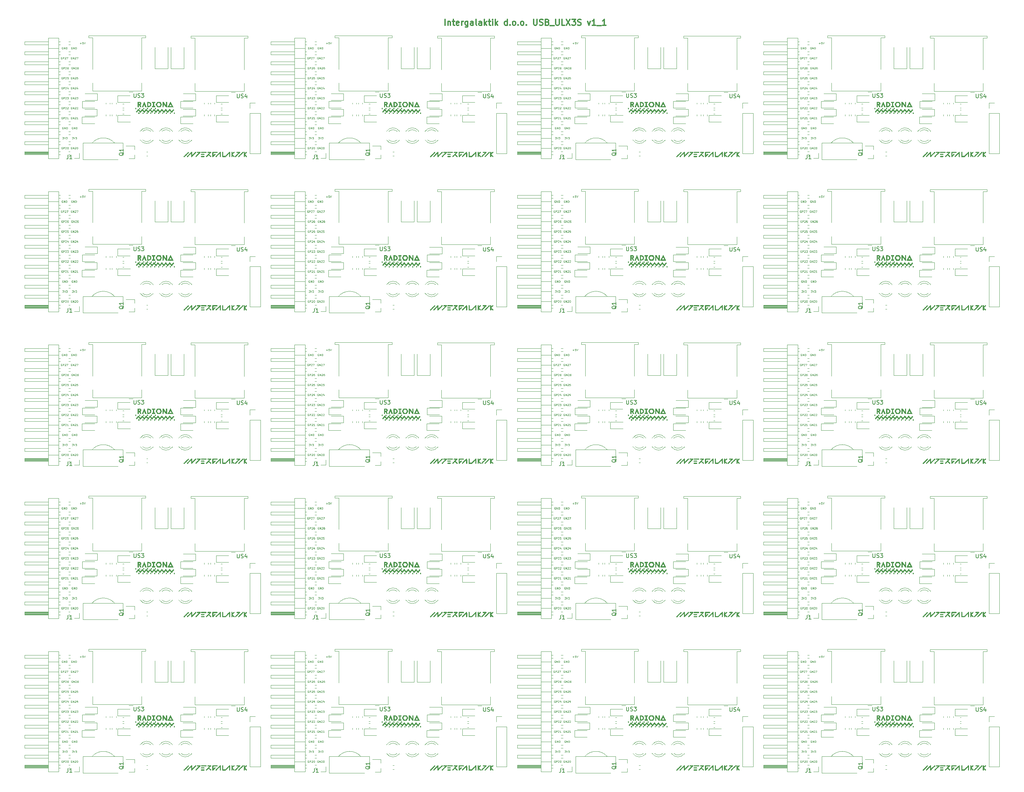
<source format=gbr>
%TF.GenerationSoftware,KiCad,Pcbnew,7.0.6+dfsg-1*%
%TF.CreationDate,2023-08-24T18:37:46+02:00*%
%TF.ProjectId,USB_panel,5553425f-7061-46e6-956c-2e6b69636164,V1.1*%
%TF.SameCoordinates,Original*%
%TF.FileFunction,Legend,Top*%
%TF.FilePolarity,Positive*%
%FSLAX46Y46*%
G04 Gerber Fmt 4.6, Leading zero omitted, Abs format (unit mm)*
G04 Created by KiCad (PCBNEW 7.0.6+dfsg-1) date 2023-08-24 18:37:46*
%MOMM*%
%LPD*%
G01*
G04 APERTURE LIST*
%ADD10C,0.125000*%
%ADD11C,0.300000*%
%ADD12C,0.150000*%
%ADD13C,0.120000*%
%ADD14C,0.010000*%
G04 APERTURE END LIST*
D10*
X97200057Y-163107619D02*
X97152438Y-163083809D01*
X97152438Y-163083809D02*
X97081009Y-163083809D01*
X97081009Y-163083809D02*
X97009581Y-163107619D01*
X97009581Y-163107619D02*
X96961962Y-163155238D01*
X96961962Y-163155238D02*
X96938152Y-163202857D01*
X96938152Y-163202857D02*
X96914343Y-163298095D01*
X96914343Y-163298095D02*
X96914343Y-163369523D01*
X96914343Y-163369523D02*
X96938152Y-163464761D01*
X96938152Y-163464761D02*
X96961962Y-163512380D01*
X96961962Y-163512380D02*
X97009581Y-163560000D01*
X97009581Y-163560000D02*
X97081009Y-163583809D01*
X97081009Y-163583809D02*
X97128628Y-163583809D01*
X97128628Y-163583809D02*
X97200057Y-163560000D01*
X97200057Y-163560000D02*
X97223866Y-163536190D01*
X97223866Y-163536190D02*
X97223866Y-163369523D01*
X97223866Y-163369523D02*
X97128628Y-163369523D01*
X97438152Y-163583809D02*
X97438152Y-163083809D01*
X97438152Y-163083809D02*
X97723866Y-163583809D01*
X97723866Y-163583809D02*
X97723866Y-163083809D01*
X97938153Y-163131428D02*
X97961962Y-163107619D01*
X97961962Y-163107619D02*
X98009581Y-163083809D01*
X98009581Y-163083809D02*
X98128629Y-163083809D01*
X98128629Y-163083809D02*
X98176248Y-163107619D01*
X98176248Y-163107619D02*
X98200057Y-163131428D01*
X98200057Y-163131428D02*
X98223867Y-163179047D01*
X98223867Y-163179047D02*
X98223867Y-163226666D01*
X98223867Y-163226666D02*
X98200057Y-163298095D01*
X98200057Y-163298095D02*
X97914343Y-163583809D01*
X97914343Y-163583809D02*
X98223867Y-163583809D01*
X98390533Y-163083809D02*
X98723866Y-163083809D01*
X98723866Y-163083809D02*
X98509581Y-163583809D01*
X97299247Y-82591619D02*
X97251628Y-82567809D01*
X97251628Y-82567809D02*
X97180199Y-82567809D01*
X97180199Y-82567809D02*
X97108771Y-82591619D01*
X97108771Y-82591619D02*
X97061152Y-82639238D01*
X97061152Y-82639238D02*
X97037342Y-82686857D01*
X97037342Y-82686857D02*
X97013533Y-82782095D01*
X97013533Y-82782095D02*
X97013533Y-82853523D01*
X97013533Y-82853523D02*
X97037342Y-82948761D01*
X97037342Y-82948761D02*
X97061152Y-82996380D01*
X97061152Y-82996380D02*
X97108771Y-83044000D01*
X97108771Y-83044000D02*
X97180199Y-83067809D01*
X97180199Y-83067809D02*
X97227818Y-83067809D01*
X97227818Y-83067809D02*
X97299247Y-83044000D01*
X97299247Y-83044000D02*
X97323056Y-83020190D01*
X97323056Y-83020190D02*
X97323056Y-82853523D01*
X97323056Y-82853523D02*
X97227818Y-82853523D01*
X97537342Y-83067809D02*
X97537342Y-82567809D01*
X97537342Y-82567809D02*
X97823056Y-83067809D01*
X97823056Y-83067809D02*
X97823056Y-82567809D01*
X98061152Y-83067809D02*
X98061152Y-82567809D01*
X98061152Y-82567809D02*
X98180200Y-82567809D01*
X98180200Y-82567809D02*
X98251628Y-82591619D01*
X98251628Y-82591619D02*
X98299247Y-82639238D01*
X98299247Y-82639238D02*
X98323057Y-82686857D01*
X98323057Y-82686857D02*
X98346866Y-82782095D01*
X98346866Y-82782095D02*
X98346866Y-82853523D01*
X98346866Y-82853523D02*
X98323057Y-82948761D01*
X98323057Y-82948761D02*
X98299247Y-82996380D01*
X98299247Y-82996380D02*
X98251628Y-83044000D01*
X98251628Y-83044000D02*
X98180200Y-83067809D01*
X98180200Y-83067809D02*
X98061152Y-83067809D01*
X222420057Y-51223619D02*
X222372438Y-51199809D01*
X222372438Y-51199809D02*
X222301009Y-51199809D01*
X222301009Y-51199809D02*
X222229581Y-51223619D01*
X222229581Y-51223619D02*
X222181962Y-51271238D01*
X222181962Y-51271238D02*
X222158152Y-51318857D01*
X222158152Y-51318857D02*
X222134343Y-51414095D01*
X222134343Y-51414095D02*
X222134343Y-51485523D01*
X222134343Y-51485523D02*
X222158152Y-51580761D01*
X222158152Y-51580761D02*
X222181962Y-51628380D01*
X222181962Y-51628380D02*
X222229581Y-51676000D01*
X222229581Y-51676000D02*
X222301009Y-51699809D01*
X222301009Y-51699809D02*
X222348628Y-51699809D01*
X222348628Y-51699809D02*
X222420057Y-51676000D01*
X222420057Y-51676000D02*
X222443866Y-51652190D01*
X222443866Y-51652190D02*
X222443866Y-51485523D01*
X222443866Y-51485523D02*
X222348628Y-51485523D01*
X222658152Y-51699809D02*
X222658152Y-51199809D01*
X222658152Y-51199809D02*
X222943866Y-51699809D01*
X222943866Y-51699809D02*
X222943866Y-51199809D01*
X223158153Y-51247428D02*
X223181962Y-51223619D01*
X223181962Y-51223619D02*
X223229581Y-51199809D01*
X223229581Y-51199809D02*
X223348629Y-51199809D01*
X223348629Y-51199809D02*
X223396248Y-51223619D01*
X223396248Y-51223619D02*
X223420057Y-51247428D01*
X223420057Y-51247428D02*
X223443867Y-51295047D01*
X223443867Y-51295047D02*
X223443867Y-51342666D01*
X223443867Y-51342666D02*
X223420057Y-51414095D01*
X223420057Y-51414095D02*
X223134343Y-51699809D01*
X223134343Y-51699809D02*
X223443867Y-51699809D01*
X223896247Y-51199809D02*
X223658152Y-51199809D01*
X223658152Y-51199809D02*
X223634343Y-51437904D01*
X223634343Y-51437904D02*
X223658152Y-51414095D01*
X223658152Y-51414095D02*
X223705771Y-51390285D01*
X223705771Y-51390285D02*
X223824819Y-51390285D01*
X223824819Y-51390285D02*
X223872438Y-51414095D01*
X223872438Y-51414095D02*
X223896247Y-51437904D01*
X223896247Y-51437904D02*
X223920057Y-51485523D01*
X223920057Y-51485523D02*
X223920057Y-51604571D01*
X223920057Y-51604571D02*
X223896247Y-51652190D01*
X223896247Y-51652190D02*
X223872438Y-51676000D01*
X223872438Y-51676000D02*
X223824819Y-51699809D01*
X223824819Y-51699809D02*
X223705771Y-51699809D01*
X223705771Y-51699809D02*
X223658152Y-51676000D01*
X223658152Y-51676000D02*
X223634343Y-51652190D01*
X222420057Y-209715619D02*
X222372438Y-209691809D01*
X222372438Y-209691809D02*
X222301009Y-209691809D01*
X222301009Y-209691809D02*
X222229581Y-209715619D01*
X222229581Y-209715619D02*
X222181962Y-209763238D01*
X222181962Y-209763238D02*
X222158152Y-209810857D01*
X222158152Y-209810857D02*
X222134343Y-209906095D01*
X222134343Y-209906095D02*
X222134343Y-209977523D01*
X222134343Y-209977523D02*
X222158152Y-210072761D01*
X222158152Y-210072761D02*
X222181962Y-210120380D01*
X222181962Y-210120380D02*
X222229581Y-210168000D01*
X222229581Y-210168000D02*
X222301009Y-210191809D01*
X222301009Y-210191809D02*
X222348628Y-210191809D01*
X222348628Y-210191809D02*
X222420057Y-210168000D01*
X222420057Y-210168000D02*
X222443866Y-210144190D01*
X222443866Y-210144190D02*
X222443866Y-209977523D01*
X222443866Y-209977523D02*
X222348628Y-209977523D01*
X222658152Y-210191809D02*
X222658152Y-209691809D01*
X222658152Y-209691809D02*
X222943866Y-210191809D01*
X222943866Y-210191809D02*
X222943866Y-209691809D01*
X223158153Y-209739428D02*
X223181962Y-209715619D01*
X223181962Y-209715619D02*
X223229581Y-209691809D01*
X223229581Y-209691809D02*
X223348629Y-209691809D01*
X223348629Y-209691809D02*
X223396248Y-209715619D01*
X223396248Y-209715619D02*
X223420057Y-209739428D01*
X223420057Y-209739428D02*
X223443867Y-209787047D01*
X223443867Y-209787047D02*
X223443867Y-209834666D01*
X223443867Y-209834666D02*
X223420057Y-209906095D01*
X223420057Y-209906095D02*
X223134343Y-210191809D01*
X223134343Y-210191809D02*
X223443867Y-210191809D01*
X223872438Y-209858476D02*
X223872438Y-210191809D01*
X223753390Y-209668000D02*
X223634343Y-210025142D01*
X223634343Y-210025142D02*
X223943866Y-210025142D01*
X157408962Y-175807619D02*
X157361343Y-175783809D01*
X157361343Y-175783809D02*
X157289914Y-175783809D01*
X157289914Y-175783809D02*
X157218486Y-175807619D01*
X157218486Y-175807619D02*
X157170867Y-175855238D01*
X157170867Y-175855238D02*
X157147057Y-175902857D01*
X157147057Y-175902857D02*
X157123248Y-175998095D01*
X157123248Y-175998095D02*
X157123248Y-176069523D01*
X157123248Y-176069523D02*
X157147057Y-176164761D01*
X157147057Y-176164761D02*
X157170867Y-176212380D01*
X157170867Y-176212380D02*
X157218486Y-176260000D01*
X157218486Y-176260000D02*
X157289914Y-176283809D01*
X157289914Y-176283809D02*
X157337533Y-176283809D01*
X157337533Y-176283809D02*
X157408962Y-176260000D01*
X157408962Y-176260000D02*
X157432771Y-176236190D01*
X157432771Y-176236190D02*
X157432771Y-176069523D01*
X157432771Y-176069523D02*
X157337533Y-176069523D01*
X157647057Y-176283809D02*
X157647057Y-175783809D01*
X157647057Y-175783809D02*
X157837533Y-175783809D01*
X157837533Y-175783809D02*
X157885152Y-175807619D01*
X157885152Y-175807619D02*
X157908962Y-175831428D01*
X157908962Y-175831428D02*
X157932771Y-175879047D01*
X157932771Y-175879047D02*
X157932771Y-175950476D01*
X157932771Y-175950476D02*
X157908962Y-175998095D01*
X157908962Y-175998095D02*
X157885152Y-176021904D01*
X157885152Y-176021904D02*
X157837533Y-176045714D01*
X157837533Y-176045714D02*
X157647057Y-176045714D01*
X158123248Y-175831428D02*
X158147057Y-175807619D01*
X158147057Y-175807619D02*
X158194676Y-175783809D01*
X158194676Y-175783809D02*
X158313724Y-175783809D01*
X158313724Y-175783809D02*
X158361343Y-175807619D01*
X158361343Y-175807619D02*
X158385152Y-175831428D01*
X158385152Y-175831428D02*
X158408962Y-175879047D01*
X158408962Y-175879047D02*
X158408962Y-175926666D01*
X158408962Y-175926666D02*
X158385152Y-175998095D01*
X158385152Y-175998095D02*
X158099438Y-176283809D01*
X158099438Y-176283809D02*
X158408962Y-176283809D01*
X158599438Y-175831428D02*
X158623247Y-175807619D01*
X158623247Y-175807619D02*
X158670866Y-175783809D01*
X158670866Y-175783809D02*
X158789914Y-175783809D01*
X158789914Y-175783809D02*
X158837533Y-175807619D01*
X158837533Y-175807619D02*
X158861342Y-175831428D01*
X158861342Y-175831428D02*
X158885152Y-175879047D01*
X158885152Y-175879047D02*
X158885152Y-175926666D01*
X158885152Y-175926666D02*
X158861342Y-175998095D01*
X158861342Y-175998095D02*
X158575628Y-176283809D01*
X158575628Y-176283809D02*
X158885152Y-176283809D01*
X222420057Y-58843619D02*
X222372438Y-58819809D01*
X222372438Y-58819809D02*
X222301009Y-58819809D01*
X222301009Y-58819809D02*
X222229581Y-58843619D01*
X222229581Y-58843619D02*
X222181962Y-58891238D01*
X222181962Y-58891238D02*
X222158152Y-58938857D01*
X222158152Y-58938857D02*
X222134343Y-59034095D01*
X222134343Y-59034095D02*
X222134343Y-59105523D01*
X222134343Y-59105523D02*
X222158152Y-59200761D01*
X222158152Y-59200761D02*
X222181962Y-59248380D01*
X222181962Y-59248380D02*
X222229581Y-59296000D01*
X222229581Y-59296000D02*
X222301009Y-59319809D01*
X222301009Y-59319809D02*
X222348628Y-59319809D01*
X222348628Y-59319809D02*
X222420057Y-59296000D01*
X222420057Y-59296000D02*
X222443866Y-59272190D01*
X222443866Y-59272190D02*
X222443866Y-59105523D01*
X222443866Y-59105523D02*
X222348628Y-59105523D01*
X222658152Y-59319809D02*
X222658152Y-58819809D01*
X222658152Y-58819809D02*
X222943866Y-59319809D01*
X222943866Y-59319809D02*
X222943866Y-58819809D01*
X223158153Y-58867428D02*
X223181962Y-58843619D01*
X223181962Y-58843619D02*
X223229581Y-58819809D01*
X223229581Y-58819809D02*
X223348629Y-58819809D01*
X223348629Y-58819809D02*
X223396248Y-58843619D01*
X223396248Y-58843619D02*
X223420057Y-58867428D01*
X223420057Y-58867428D02*
X223443867Y-58915047D01*
X223443867Y-58915047D02*
X223443867Y-58962666D01*
X223443867Y-58962666D02*
X223420057Y-59034095D01*
X223420057Y-59034095D02*
X223134343Y-59319809D01*
X223134343Y-59319809D02*
X223443867Y-59319809D01*
X223634343Y-58867428D02*
X223658152Y-58843619D01*
X223658152Y-58843619D02*
X223705771Y-58819809D01*
X223705771Y-58819809D02*
X223824819Y-58819809D01*
X223824819Y-58819809D02*
X223872438Y-58843619D01*
X223872438Y-58843619D02*
X223896247Y-58867428D01*
X223896247Y-58867428D02*
X223920057Y-58915047D01*
X223920057Y-58915047D02*
X223920057Y-58962666D01*
X223920057Y-58962666D02*
X223896247Y-59034095D01*
X223896247Y-59034095D02*
X223610533Y-59319809D01*
X223610533Y-59319809D02*
X223920057Y-59319809D01*
X157623247Y-102911619D02*
X157575628Y-102887809D01*
X157575628Y-102887809D02*
X157504199Y-102887809D01*
X157504199Y-102887809D02*
X157432771Y-102911619D01*
X157432771Y-102911619D02*
X157385152Y-102959238D01*
X157385152Y-102959238D02*
X157361342Y-103006857D01*
X157361342Y-103006857D02*
X157337533Y-103102095D01*
X157337533Y-103102095D02*
X157337533Y-103173523D01*
X157337533Y-103173523D02*
X157361342Y-103268761D01*
X157361342Y-103268761D02*
X157385152Y-103316380D01*
X157385152Y-103316380D02*
X157432771Y-103364000D01*
X157432771Y-103364000D02*
X157504199Y-103387809D01*
X157504199Y-103387809D02*
X157551818Y-103387809D01*
X157551818Y-103387809D02*
X157623247Y-103364000D01*
X157623247Y-103364000D02*
X157647056Y-103340190D01*
X157647056Y-103340190D02*
X157647056Y-103173523D01*
X157647056Y-103173523D02*
X157551818Y-103173523D01*
X157861342Y-103387809D02*
X157861342Y-102887809D01*
X157861342Y-102887809D02*
X158147056Y-103387809D01*
X158147056Y-103387809D02*
X158147056Y-102887809D01*
X158385152Y-103387809D02*
X158385152Y-102887809D01*
X158385152Y-102887809D02*
X158504200Y-102887809D01*
X158504200Y-102887809D02*
X158575628Y-102911619D01*
X158575628Y-102911619D02*
X158623247Y-102959238D01*
X158623247Y-102959238D02*
X158647057Y-103006857D01*
X158647057Y-103006857D02*
X158670866Y-103102095D01*
X158670866Y-103102095D02*
X158670866Y-103173523D01*
X158670866Y-103173523D02*
X158647057Y-103268761D01*
X158647057Y-103268761D02*
X158623247Y-103316380D01*
X158623247Y-103316380D02*
X158575628Y-103364000D01*
X158575628Y-103364000D02*
X158504200Y-103387809D01*
X158504200Y-103387809D02*
X158385152Y-103387809D01*
X157408962Y-56303619D02*
X157361343Y-56279809D01*
X157361343Y-56279809D02*
X157289914Y-56279809D01*
X157289914Y-56279809D02*
X157218486Y-56303619D01*
X157218486Y-56303619D02*
X157170867Y-56351238D01*
X157170867Y-56351238D02*
X157147057Y-56398857D01*
X157147057Y-56398857D02*
X157123248Y-56494095D01*
X157123248Y-56494095D02*
X157123248Y-56565523D01*
X157123248Y-56565523D02*
X157147057Y-56660761D01*
X157147057Y-56660761D02*
X157170867Y-56708380D01*
X157170867Y-56708380D02*
X157218486Y-56756000D01*
X157218486Y-56756000D02*
X157289914Y-56779809D01*
X157289914Y-56779809D02*
X157337533Y-56779809D01*
X157337533Y-56779809D02*
X157408962Y-56756000D01*
X157408962Y-56756000D02*
X157432771Y-56732190D01*
X157432771Y-56732190D02*
X157432771Y-56565523D01*
X157432771Y-56565523D02*
X157337533Y-56565523D01*
X157647057Y-56779809D02*
X157647057Y-56279809D01*
X157647057Y-56279809D02*
X157837533Y-56279809D01*
X157837533Y-56279809D02*
X157885152Y-56303619D01*
X157885152Y-56303619D02*
X157908962Y-56327428D01*
X157908962Y-56327428D02*
X157932771Y-56375047D01*
X157932771Y-56375047D02*
X157932771Y-56446476D01*
X157932771Y-56446476D02*
X157908962Y-56494095D01*
X157908962Y-56494095D02*
X157885152Y-56517904D01*
X157885152Y-56517904D02*
X157837533Y-56541714D01*
X157837533Y-56541714D02*
X157647057Y-56541714D01*
X158123248Y-56327428D02*
X158147057Y-56303619D01*
X158147057Y-56303619D02*
X158194676Y-56279809D01*
X158194676Y-56279809D02*
X158313724Y-56279809D01*
X158313724Y-56279809D02*
X158361343Y-56303619D01*
X158361343Y-56303619D02*
X158385152Y-56327428D01*
X158385152Y-56327428D02*
X158408962Y-56375047D01*
X158408962Y-56375047D02*
X158408962Y-56422666D01*
X158408962Y-56422666D02*
X158385152Y-56494095D01*
X158385152Y-56494095D02*
X158099438Y-56779809D01*
X158099438Y-56779809D02*
X158408962Y-56779809D01*
X158575628Y-56279809D02*
X158885152Y-56279809D01*
X158885152Y-56279809D02*
X158718485Y-56470285D01*
X158718485Y-56470285D02*
X158789914Y-56470285D01*
X158789914Y-56470285D02*
X158837533Y-56494095D01*
X158837533Y-56494095D02*
X158861342Y-56517904D01*
X158861342Y-56517904D02*
X158885152Y-56565523D01*
X158885152Y-56565523D02*
X158885152Y-56684571D01*
X158885152Y-56684571D02*
X158861342Y-56732190D01*
X158861342Y-56732190D02*
X158837533Y-56756000D01*
X158837533Y-56756000D02*
X158789914Y-56779809D01*
X158789914Y-56779809D02*
X158647057Y-56779809D01*
X158647057Y-56779809D02*
X158599438Y-56756000D01*
X158599438Y-56756000D02*
X158575628Y-56732190D01*
X97200057Y-168187619D02*
X97152438Y-168163809D01*
X97152438Y-168163809D02*
X97081009Y-168163809D01*
X97081009Y-168163809D02*
X97009581Y-168187619D01*
X97009581Y-168187619D02*
X96961962Y-168235238D01*
X96961962Y-168235238D02*
X96938152Y-168282857D01*
X96938152Y-168282857D02*
X96914343Y-168378095D01*
X96914343Y-168378095D02*
X96914343Y-168449523D01*
X96914343Y-168449523D02*
X96938152Y-168544761D01*
X96938152Y-168544761D02*
X96961962Y-168592380D01*
X96961962Y-168592380D02*
X97009581Y-168640000D01*
X97009581Y-168640000D02*
X97081009Y-168663809D01*
X97081009Y-168663809D02*
X97128628Y-168663809D01*
X97128628Y-168663809D02*
X97200057Y-168640000D01*
X97200057Y-168640000D02*
X97223866Y-168616190D01*
X97223866Y-168616190D02*
X97223866Y-168449523D01*
X97223866Y-168449523D02*
X97128628Y-168449523D01*
X97438152Y-168663809D02*
X97438152Y-168163809D01*
X97438152Y-168163809D02*
X97723866Y-168663809D01*
X97723866Y-168663809D02*
X97723866Y-168163809D01*
X97938153Y-168211428D02*
X97961962Y-168187619D01*
X97961962Y-168187619D02*
X98009581Y-168163809D01*
X98009581Y-168163809D02*
X98128629Y-168163809D01*
X98128629Y-168163809D02*
X98176248Y-168187619D01*
X98176248Y-168187619D02*
X98200057Y-168211428D01*
X98200057Y-168211428D02*
X98223867Y-168259047D01*
X98223867Y-168259047D02*
X98223867Y-168306666D01*
X98223867Y-168306666D02*
X98200057Y-168378095D01*
X98200057Y-168378095D02*
X97914343Y-168663809D01*
X97914343Y-168663809D02*
X98223867Y-168663809D01*
X98676247Y-168163809D02*
X98438152Y-168163809D01*
X98438152Y-168163809D02*
X98414343Y-168401904D01*
X98414343Y-168401904D02*
X98438152Y-168378095D01*
X98438152Y-168378095D02*
X98485771Y-168354285D01*
X98485771Y-168354285D02*
X98604819Y-168354285D01*
X98604819Y-168354285D02*
X98652438Y-168378095D01*
X98652438Y-168378095D02*
X98676247Y-168401904D01*
X98676247Y-168401904D02*
X98700057Y-168449523D01*
X98700057Y-168449523D02*
X98700057Y-168568571D01*
X98700057Y-168568571D02*
X98676247Y-168616190D01*
X98676247Y-168616190D02*
X98652438Y-168640000D01*
X98652438Y-168640000D02*
X98604819Y-168663809D01*
X98604819Y-168663809D02*
X98485771Y-168663809D01*
X98485771Y-168663809D02*
X98438152Y-168640000D01*
X98438152Y-168640000D02*
X98414343Y-168616190D01*
X222646247Y-102911619D02*
X222598628Y-102887809D01*
X222598628Y-102887809D02*
X222527199Y-102887809D01*
X222527199Y-102887809D02*
X222455771Y-102911619D01*
X222455771Y-102911619D02*
X222408152Y-102959238D01*
X222408152Y-102959238D02*
X222384342Y-103006857D01*
X222384342Y-103006857D02*
X222360533Y-103102095D01*
X222360533Y-103102095D02*
X222360533Y-103173523D01*
X222360533Y-103173523D02*
X222384342Y-103268761D01*
X222384342Y-103268761D02*
X222408152Y-103316380D01*
X222408152Y-103316380D02*
X222455771Y-103364000D01*
X222455771Y-103364000D02*
X222527199Y-103387809D01*
X222527199Y-103387809D02*
X222574818Y-103387809D01*
X222574818Y-103387809D02*
X222646247Y-103364000D01*
X222646247Y-103364000D02*
X222670056Y-103340190D01*
X222670056Y-103340190D02*
X222670056Y-103173523D01*
X222670056Y-103173523D02*
X222574818Y-103173523D01*
X222884342Y-103387809D02*
X222884342Y-102887809D01*
X222884342Y-102887809D02*
X223170056Y-103387809D01*
X223170056Y-103387809D02*
X223170056Y-102887809D01*
X223408152Y-103387809D02*
X223408152Y-102887809D01*
X223408152Y-102887809D02*
X223527200Y-102887809D01*
X223527200Y-102887809D02*
X223598628Y-102911619D01*
X223598628Y-102911619D02*
X223646247Y-102959238D01*
X223646247Y-102959238D02*
X223670057Y-103006857D01*
X223670057Y-103006857D02*
X223693866Y-103102095D01*
X223693866Y-103102095D02*
X223693866Y-103173523D01*
X223693866Y-103173523D02*
X223670057Y-103268761D01*
X223670057Y-103268761D02*
X223646247Y-103316380D01*
X223646247Y-103316380D02*
X223598628Y-103364000D01*
X223598628Y-103364000D02*
X223527200Y-103387809D01*
X223527200Y-103387809D02*
X223408152Y-103387809D01*
X94775153Y-144415809D02*
X95084677Y-144415809D01*
X95084677Y-144415809D02*
X94918010Y-144606285D01*
X94918010Y-144606285D02*
X94989439Y-144606285D01*
X94989439Y-144606285D02*
X95037058Y-144630095D01*
X95037058Y-144630095D02*
X95060867Y-144653904D01*
X95060867Y-144653904D02*
X95084677Y-144701523D01*
X95084677Y-144701523D02*
X95084677Y-144820571D01*
X95084677Y-144820571D02*
X95060867Y-144868190D01*
X95060867Y-144868190D02*
X95037058Y-144892000D01*
X95037058Y-144892000D02*
X94989439Y-144915809D01*
X94989439Y-144915809D02*
X94846582Y-144915809D01*
X94846582Y-144915809D02*
X94798963Y-144892000D01*
X94798963Y-144892000D02*
X94775153Y-144868190D01*
X95227534Y-144415809D02*
X95394200Y-144915809D01*
X95394200Y-144915809D02*
X95560867Y-144415809D01*
X95679914Y-144415809D02*
X95989438Y-144415809D01*
X95989438Y-144415809D02*
X95822771Y-144606285D01*
X95822771Y-144606285D02*
X95894200Y-144606285D01*
X95894200Y-144606285D02*
X95941819Y-144630095D01*
X95941819Y-144630095D02*
X95965628Y-144653904D01*
X95965628Y-144653904D02*
X95989438Y-144701523D01*
X95989438Y-144701523D02*
X95989438Y-144820571D01*
X95989438Y-144820571D02*
X95965628Y-144868190D01*
X95965628Y-144868190D02*
X95941819Y-144892000D01*
X95941819Y-144892000D02*
X95894200Y-144915809D01*
X95894200Y-144915809D02*
X95751343Y-144915809D01*
X95751343Y-144915809D02*
X95703724Y-144892000D01*
X95703724Y-144892000D02*
X95679914Y-144868190D01*
X159810057Y-46143619D02*
X159762438Y-46119809D01*
X159762438Y-46119809D02*
X159691009Y-46119809D01*
X159691009Y-46119809D02*
X159619581Y-46143619D01*
X159619581Y-46143619D02*
X159571962Y-46191238D01*
X159571962Y-46191238D02*
X159548152Y-46238857D01*
X159548152Y-46238857D02*
X159524343Y-46334095D01*
X159524343Y-46334095D02*
X159524343Y-46405523D01*
X159524343Y-46405523D02*
X159548152Y-46500761D01*
X159548152Y-46500761D02*
X159571962Y-46548380D01*
X159571962Y-46548380D02*
X159619581Y-46596000D01*
X159619581Y-46596000D02*
X159691009Y-46619809D01*
X159691009Y-46619809D02*
X159738628Y-46619809D01*
X159738628Y-46619809D02*
X159810057Y-46596000D01*
X159810057Y-46596000D02*
X159833866Y-46572190D01*
X159833866Y-46572190D02*
X159833866Y-46405523D01*
X159833866Y-46405523D02*
X159738628Y-46405523D01*
X160048152Y-46619809D02*
X160048152Y-46119809D01*
X160048152Y-46119809D02*
X160333866Y-46619809D01*
X160333866Y-46619809D02*
X160333866Y-46119809D01*
X160548153Y-46167428D02*
X160571962Y-46143619D01*
X160571962Y-46143619D02*
X160619581Y-46119809D01*
X160619581Y-46119809D02*
X160738629Y-46119809D01*
X160738629Y-46119809D02*
X160786248Y-46143619D01*
X160786248Y-46143619D02*
X160810057Y-46167428D01*
X160810057Y-46167428D02*
X160833867Y-46215047D01*
X160833867Y-46215047D02*
X160833867Y-46262666D01*
X160833867Y-46262666D02*
X160810057Y-46334095D01*
X160810057Y-46334095D02*
X160524343Y-46619809D01*
X160524343Y-46619809D02*
X160833867Y-46619809D01*
X161000533Y-46119809D02*
X161333866Y-46119809D01*
X161333866Y-46119809D02*
X161119581Y-46619809D01*
X157408962Y-178347619D02*
X157361343Y-178323809D01*
X157361343Y-178323809D02*
X157289914Y-178323809D01*
X157289914Y-178323809D02*
X157218486Y-178347619D01*
X157218486Y-178347619D02*
X157170867Y-178395238D01*
X157170867Y-178395238D02*
X157147057Y-178442857D01*
X157147057Y-178442857D02*
X157123248Y-178538095D01*
X157123248Y-178538095D02*
X157123248Y-178609523D01*
X157123248Y-178609523D02*
X157147057Y-178704761D01*
X157147057Y-178704761D02*
X157170867Y-178752380D01*
X157170867Y-178752380D02*
X157218486Y-178800000D01*
X157218486Y-178800000D02*
X157289914Y-178823809D01*
X157289914Y-178823809D02*
X157337533Y-178823809D01*
X157337533Y-178823809D02*
X157408962Y-178800000D01*
X157408962Y-178800000D02*
X157432771Y-178776190D01*
X157432771Y-178776190D02*
X157432771Y-178609523D01*
X157432771Y-178609523D02*
X157337533Y-178609523D01*
X157647057Y-178823809D02*
X157647057Y-178323809D01*
X157647057Y-178323809D02*
X157837533Y-178323809D01*
X157837533Y-178323809D02*
X157885152Y-178347619D01*
X157885152Y-178347619D02*
X157908962Y-178371428D01*
X157908962Y-178371428D02*
X157932771Y-178419047D01*
X157932771Y-178419047D02*
X157932771Y-178490476D01*
X157932771Y-178490476D02*
X157908962Y-178538095D01*
X157908962Y-178538095D02*
X157885152Y-178561904D01*
X157885152Y-178561904D02*
X157837533Y-178585714D01*
X157837533Y-178585714D02*
X157647057Y-178585714D01*
X158123248Y-178371428D02*
X158147057Y-178347619D01*
X158147057Y-178347619D02*
X158194676Y-178323809D01*
X158194676Y-178323809D02*
X158313724Y-178323809D01*
X158313724Y-178323809D02*
X158361343Y-178347619D01*
X158361343Y-178347619D02*
X158385152Y-178371428D01*
X158385152Y-178371428D02*
X158408962Y-178419047D01*
X158408962Y-178419047D02*
X158408962Y-178466666D01*
X158408962Y-178466666D02*
X158385152Y-178538095D01*
X158385152Y-178538095D02*
X158099438Y-178823809D01*
X158099438Y-178823809D02*
X158408962Y-178823809D01*
X158885152Y-178823809D02*
X158599438Y-178823809D01*
X158742295Y-178823809D02*
X158742295Y-178323809D01*
X158742295Y-178323809D02*
X158694676Y-178395238D01*
X158694676Y-178395238D02*
X158647057Y-178442857D01*
X158647057Y-178442857D02*
X158599438Y-178466666D01*
X159798153Y-183403809D02*
X160107677Y-183403809D01*
X160107677Y-183403809D02*
X159941010Y-183594285D01*
X159941010Y-183594285D02*
X160012439Y-183594285D01*
X160012439Y-183594285D02*
X160060058Y-183618095D01*
X160060058Y-183618095D02*
X160083867Y-183641904D01*
X160083867Y-183641904D02*
X160107677Y-183689523D01*
X160107677Y-183689523D02*
X160107677Y-183808571D01*
X160107677Y-183808571D02*
X160083867Y-183856190D01*
X160083867Y-183856190D02*
X160060058Y-183880000D01*
X160060058Y-183880000D02*
X160012439Y-183903809D01*
X160012439Y-183903809D02*
X159869582Y-183903809D01*
X159869582Y-183903809D02*
X159821963Y-183880000D01*
X159821963Y-183880000D02*
X159798153Y-183856190D01*
X160250534Y-183403809D02*
X160417200Y-183903809D01*
X160417200Y-183903809D02*
X160583867Y-183403809D01*
X160702914Y-183403809D02*
X161012438Y-183403809D01*
X161012438Y-183403809D02*
X160845771Y-183594285D01*
X160845771Y-183594285D02*
X160917200Y-183594285D01*
X160917200Y-183594285D02*
X160964819Y-183618095D01*
X160964819Y-183618095D02*
X160988628Y-183641904D01*
X160988628Y-183641904D02*
X161012438Y-183689523D01*
X161012438Y-183689523D02*
X161012438Y-183808571D01*
X161012438Y-183808571D02*
X160988628Y-183856190D01*
X160988628Y-183856190D02*
X160964819Y-183880000D01*
X160964819Y-183880000D02*
X160917200Y-183903809D01*
X160917200Y-183903809D02*
X160774343Y-183903809D01*
X160774343Y-183903809D02*
X160726724Y-183880000D01*
X160726724Y-183880000D02*
X160702914Y-183856190D01*
X160036247Y-63923619D02*
X159988628Y-63899809D01*
X159988628Y-63899809D02*
X159917199Y-63899809D01*
X159917199Y-63899809D02*
X159845771Y-63923619D01*
X159845771Y-63923619D02*
X159798152Y-63971238D01*
X159798152Y-63971238D02*
X159774342Y-64018857D01*
X159774342Y-64018857D02*
X159750533Y-64114095D01*
X159750533Y-64114095D02*
X159750533Y-64185523D01*
X159750533Y-64185523D02*
X159774342Y-64280761D01*
X159774342Y-64280761D02*
X159798152Y-64328380D01*
X159798152Y-64328380D02*
X159845771Y-64376000D01*
X159845771Y-64376000D02*
X159917199Y-64399809D01*
X159917199Y-64399809D02*
X159964818Y-64399809D01*
X159964818Y-64399809D02*
X160036247Y-64376000D01*
X160036247Y-64376000D02*
X160060056Y-64352190D01*
X160060056Y-64352190D02*
X160060056Y-64185523D01*
X160060056Y-64185523D02*
X159964818Y-64185523D01*
X160274342Y-64399809D02*
X160274342Y-63899809D01*
X160274342Y-63899809D02*
X160560056Y-64399809D01*
X160560056Y-64399809D02*
X160560056Y-63899809D01*
X160798152Y-64399809D02*
X160798152Y-63899809D01*
X160798152Y-63899809D02*
X160917200Y-63899809D01*
X160917200Y-63899809D02*
X160988628Y-63923619D01*
X160988628Y-63923619D02*
X161036247Y-63971238D01*
X161036247Y-63971238D02*
X161060057Y-64018857D01*
X161060057Y-64018857D02*
X161083866Y-64114095D01*
X161083866Y-64114095D02*
X161083866Y-64185523D01*
X161083866Y-64185523D02*
X161060057Y-64280761D01*
X161060057Y-64280761D02*
X161036247Y-64328380D01*
X161036247Y-64328380D02*
X160988628Y-64376000D01*
X160988628Y-64376000D02*
X160917200Y-64399809D01*
X160917200Y-64399809D02*
X160798152Y-64399809D01*
D11*
X129420342Y-37993328D02*
X129420342Y-36493328D01*
X130134628Y-36993328D02*
X130134628Y-37993328D01*
X130134628Y-37136185D02*
X130206057Y-37064757D01*
X130206057Y-37064757D02*
X130348914Y-36993328D01*
X130348914Y-36993328D02*
X130563200Y-36993328D01*
X130563200Y-36993328D02*
X130706057Y-37064757D01*
X130706057Y-37064757D02*
X130777486Y-37207614D01*
X130777486Y-37207614D02*
X130777486Y-37993328D01*
X131277486Y-36993328D02*
X131848914Y-36993328D01*
X131491771Y-36493328D02*
X131491771Y-37779042D01*
X131491771Y-37779042D02*
X131563200Y-37921900D01*
X131563200Y-37921900D02*
X131706057Y-37993328D01*
X131706057Y-37993328D02*
X131848914Y-37993328D01*
X132920343Y-37921900D02*
X132777486Y-37993328D01*
X132777486Y-37993328D02*
X132491772Y-37993328D01*
X132491772Y-37993328D02*
X132348914Y-37921900D01*
X132348914Y-37921900D02*
X132277486Y-37779042D01*
X132277486Y-37779042D02*
X132277486Y-37207614D01*
X132277486Y-37207614D02*
X132348914Y-37064757D01*
X132348914Y-37064757D02*
X132491772Y-36993328D01*
X132491772Y-36993328D02*
X132777486Y-36993328D01*
X132777486Y-36993328D02*
X132920343Y-37064757D01*
X132920343Y-37064757D02*
X132991772Y-37207614D01*
X132991772Y-37207614D02*
X132991772Y-37350471D01*
X132991772Y-37350471D02*
X132277486Y-37493328D01*
X133634628Y-37993328D02*
X133634628Y-36993328D01*
X133634628Y-37279042D02*
X133706057Y-37136185D01*
X133706057Y-37136185D02*
X133777486Y-37064757D01*
X133777486Y-37064757D02*
X133920343Y-36993328D01*
X133920343Y-36993328D02*
X134063200Y-36993328D01*
X135206057Y-36993328D02*
X135206057Y-38207614D01*
X135206057Y-38207614D02*
X135134628Y-38350471D01*
X135134628Y-38350471D02*
X135063199Y-38421900D01*
X135063199Y-38421900D02*
X134920342Y-38493328D01*
X134920342Y-38493328D02*
X134706057Y-38493328D01*
X134706057Y-38493328D02*
X134563199Y-38421900D01*
X135206057Y-37921900D02*
X135063199Y-37993328D01*
X135063199Y-37993328D02*
X134777485Y-37993328D01*
X134777485Y-37993328D02*
X134634628Y-37921900D01*
X134634628Y-37921900D02*
X134563199Y-37850471D01*
X134563199Y-37850471D02*
X134491771Y-37707614D01*
X134491771Y-37707614D02*
X134491771Y-37279042D01*
X134491771Y-37279042D02*
X134563199Y-37136185D01*
X134563199Y-37136185D02*
X134634628Y-37064757D01*
X134634628Y-37064757D02*
X134777485Y-36993328D01*
X134777485Y-36993328D02*
X135063199Y-36993328D01*
X135063199Y-36993328D02*
X135206057Y-37064757D01*
X136563200Y-37993328D02*
X136563200Y-37207614D01*
X136563200Y-37207614D02*
X136491771Y-37064757D01*
X136491771Y-37064757D02*
X136348914Y-36993328D01*
X136348914Y-36993328D02*
X136063200Y-36993328D01*
X136063200Y-36993328D02*
X135920342Y-37064757D01*
X136563200Y-37921900D02*
X136420342Y-37993328D01*
X136420342Y-37993328D02*
X136063200Y-37993328D01*
X136063200Y-37993328D02*
X135920342Y-37921900D01*
X135920342Y-37921900D02*
X135848914Y-37779042D01*
X135848914Y-37779042D02*
X135848914Y-37636185D01*
X135848914Y-37636185D02*
X135920342Y-37493328D01*
X135920342Y-37493328D02*
X136063200Y-37421900D01*
X136063200Y-37421900D02*
X136420342Y-37421900D01*
X136420342Y-37421900D02*
X136563200Y-37350471D01*
X137491771Y-37993328D02*
X137348914Y-37921900D01*
X137348914Y-37921900D02*
X137277485Y-37779042D01*
X137277485Y-37779042D02*
X137277485Y-36493328D01*
X138706057Y-37993328D02*
X138706057Y-37207614D01*
X138706057Y-37207614D02*
X138634628Y-37064757D01*
X138634628Y-37064757D02*
X138491771Y-36993328D01*
X138491771Y-36993328D02*
X138206057Y-36993328D01*
X138206057Y-36993328D02*
X138063199Y-37064757D01*
X138706057Y-37921900D02*
X138563199Y-37993328D01*
X138563199Y-37993328D02*
X138206057Y-37993328D01*
X138206057Y-37993328D02*
X138063199Y-37921900D01*
X138063199Y-37921900D02*
X137991771Y-37779042D01*
X137991771Y-37779042D02*
X137991771Y-37636185D01*
X137991771Y-37636185D02*
X138063199Y-37493328D01*
X138063199Y-37493328D02*
X138206057Y-37421900D01*
X138206057Y-37421900D02*
X138563199Y-37421900D01*
X138563199Y-37421900D02*
X138706057Y-37350471D01*
X139420342Y-37993328D02*
X139420342Y-36493328D01*
X139563200Y-37421900D02*
X139991771Y-37993328D01*
X139991771Y-36993328D02*
X139420342Y-37564757D01*
X140420343Y-36993328D02*
X140991771Y-36993328D01*
X140634628Y-36493328D02*
X140634628Y-37779042D01*
X140634628Y-37779042D02*
X140706057Y-37921900D01*
X140706057Y-37921900D02*
X140848914Y-37993328D01*
X140848914Y-37993328D02*
X140991771Y-37993328D01*
X141491771Y-37993328D02*
X141491771Y-36993328D01*
X141491771Y-36493328D02*
X141420343Y-36564757D01*
X141420343Y-36564757D02*
X141491771Y-36636185D01*
X141491771Y-36636185D02*
X141563200Y-36564757D01*
X141563200Y-36564757D02*
X141491771Y-36493328D01*
X141491771Y-36493328D02*
X141491771Y-36636185D01*
X142206057Y-37993328D02*
X142206057Y-36493328D01*
X142348915Y-37421900D02*
X142777486Y-37993328D01*
X142777486Y-36993328D02*
X142206057Y-37564757D01*
X145206058Y-37993328D02*
X145206058Y-36493328D01*
X145206058Y-37921900D02*
X145063200Y-37993328D01*
X145063200Y-37993328D02*
X144777486Y-37993328D01*
X144777486Y-37993328D02*
X144634629Y-37921900D01*
X144634629Y-37921900D02*
X144563200Y-37850471D01*
X144563200Y-37850471D02*
X144491772Y-37707614D01*
X144491772Y-37707614D02*
X144491772Y-37279042D01*
X144491772Y-37279042D02*
X144563200Y-37136185D01*
X144563200Y-37136185D02*
X144634629Y-37064757D01*
X144634629Y-37064757D02*
X144777486Y-36993328D01*
X144777486Y-36993328D02*
X145063200Y-36993328D01*
X145063200Y-36993328D02*
X145206058Y-37064757D01*
X145920343Y-37850471D02*
X145991772Y-37921900D01*
X145991772Y-37921900D02*
X145920343Y-37993328D01*
X145920343Y-37993328D02*
X145848915Y-37921900D01*
X145848915Y-37921900D02*
X145920343Y-37850471D01*
X145920343Y-37850471D02*
X145920343Y-37993328D01*
X146848915Y-37993328D02*
X146706058Y-37921900D01*
X146706058Y-37921900D02*
X146634629Y-37850471D01*
X146634629Y-37850471D02*
X146563201Y-37707614D01*
X146563201Y-37707614D02*
X146563201Y-37279042D01*
X146563201Y-37279042D02*
X146634629Y-37136185D01*
X146634629Y-37136185D02*
X146706058Y-37064757D01*
X146706058Y-37064757D02*
X146848915Y-36993328D01*
X146848915Y-36993328D02*
X147063201Y-36993328D01*
X147063201Y-36993328D02*
X147206058Y-37064757D01*
X147206058Y-37064757D02*
X147277487Y-37136185D01*
X147277487Y-37136185D02*
X147348915Y-37279042D01*
X147348915Y-37279042D02*
X147348915Y-37707614D01*
X147348915Y-37707614D02*
X147277487Y-37850471D01*
X147277487Y-37850471D02*
X147206058Y-37921900D01*
X147206058Y-37921900D02*
X147063201Y-37993328D01*
X147063201Y-37993328D02*
X146848915Y-37993328D01*
X147991772Y-37850471D02*
X148063201Y-37921900D01*
X148063201Y-37921900D02*
X147991772Y-37993328D01*
X147991772Y-37993328D02*
X147920344Y-37921900D01*
X147920344Y-37921900D02*
X147991772Y-37850471D01*
X147991772Y-37850471D02*
X147991772Y-37993328D01*
X148920344Y-37993328D02*
X148777487Y-37921900D01*
X148777487Y-37921900D02*
X148706058Y-37850471D01*
X148706058Y-37850471D02*
X148634630Y-37707614D01*
X148634630Y-37707614D02*
X148634630Y-37279042D01*
X148634630Y-37279042D02*
X148706058Y-37136185D01*
X148706058Y-37136185D02*
X148777487Y-37064757D01*
X148777487Y-37064757D02*
X148920344Y-36993328D01*
X148920344Y-36993328D02*
X149134630Y-36993328D01*
X149134630Y-36993328D02*
X149277487Y-37064757D01*
X149277487Y-37064757D02*
X149348916Y-37136185D01*
X149348916Y-37136185D02*
X149420344Y-37279042D01*
X149420344Y-37279042D02*
X149420344Y-37707614D01*
X149420344Y-37707614D02*
X149348916Y-37850471D01*
X149348916Y-37850471D02*
X149277487Y-37921900D01*
X149277487Y-37921900D02*
X149134630Y-37993328D01*
X149134630Y-37993328D02*
X148920344Y-37993328D01*
X150063201Y-37850471D02*
X150134630Y-37921900D01*
X150134630Y-37921900D02*
X150063201Y-37993328D01*
X150063201Y-37993328D02*
X149991773Y-37921900D01*
X149991773Y-37921900D02*
X150063201Y-37850471D01*
X150063201Y-37850471D02*
X150063201Y-37993328D01*
X151920344Y-36493328D02*
X151920344Y-37707614D01*
X151920344Y-37707614D02*
X151991773Y-37850471D01*
X151991773Y-37850471D02*
X152063202Y-37921900D01*
X152063202Y-37921900D02*
X152206059Y-37993328D01*
X152206059Y-37993328D02*
X152491773Y-37993328D01*
X152491773Y-37993328D02*
X152634630Y-37921900D01*
X152634630Y-37921900D02*
X152706059Y-37850471D01*
X152706059Y-37850471D02*
X152777487Y-37707614D01*
X152777487Y-37707614D02*
X152777487Y-36493328D01*
X153420345Y-37921900D02*
X153634631Y-37993328D01*
X153634631Y-37993328D02*
X153991773Y-37993328D01*
X153991773Y-37993328D02*
X154134631Y-37921900D01*
X154134631Y-37921900D02*
X154206059Y-37850471D01*
X154206059Y-37850471D02*
X154277488Y-37707614D01*
X154277488Y-37707614D02*
X154277488Y-37564757D01*
X154277488Y-37564757D02*
X154206059Y-37421900D01*
X154206059Y-37421900D02*
X154134631Y-37350471D01*
X154134631Y-37350471D02*
X153991773Y-37279042D01*
X153991773Y-37279042D02*
X153706059Y-37207614D01*
X153706059Y-37207614D02*
X153563202Y-37136185D01*
X153563202Y-37136185D02*
X153491773Y-37064757D01*
X153491773Y-37064757D02*
X153420345Y-36921900D01*
X153420345Y-36921900D02*
X153420345Y-36779042D01*
X153420345Y-36779042D02*
X153491773Y-36636185D01*
X153491773Y-36636185D02*
X153563202Y-36564757D01*
X153563202Y-36564757D02*
X153706059Y-36493328D01*
X153706059Y-36493328D02*
X154063202Y-36493328D01*
X154063202Y-36493328D02*
X154277488Y-36564757D01*
X155420344Y-37207614D02*
X155634630Y-37279042D01*
X155634630Y-37279042D02*
X155706059Y-37350471D01*
X155706059Y-37350471D02*
X155777487Y-37493328D01*
X155777487Y-37493328D02*
X155777487Y-37707614D01*
X155777487Y-37707614D02*
X155706059Y-37850471D01*
X155706059Y-37850471D02*
X155634630Y-37921900D01*
X155634630Y-37921900D02*
X155491773Y-37993328D01*
X155491773Y-37993328D02*
X154920344Y-37993328D01*
X154920344Y-37993328D02*
X154920344Y-36493328D01*
X154920344Y-36493328D02*
X155420344Y-36493328D01*
X155420344Y-36493328D02*
X155563202Y-36564757D01*
X155563202Y-36564757D02*
X155634630Y-36636185D01*
X155634630Y-36636185D02*
X155706059Y-36779042D01*
X155706059Y-36779042D02*
X155706059Y-36921900D01*
X155706059Y-36921900D02*
X155634630Y-37064757D01*
X155634630Y-37064757D02*
X155563202Y-37136185D01*
X155563202Y-37136185D02*
X155420344Y-37207614D01*
X155420344Y-37207614D02*
X154920344Y-37207614D01*
X156063202Y-38136185D02*
X157206059Y-38136185D01*
X157563201Y-36493328D02*
X157563201Y-37707614D01*
X157563201Y-37707614D02*
X157634630Y-37850471D01*
X157634630Y-37850471D02*
X157706059Y-37921900D01*
X157706059Y-37921900D02*
X157848916Y-37993328D01*
X157848916Y-37993328D02*
X158134630Y-37993328D01*
X158134630Y-37993328D02*
X158277487Y-37921900D01*
X158277487Y-37921900D02*
X158348916Y-37850471D01*
X158348916Y-37850471D02*
X158420344Y-37707614D01*
X158420344Y-37707614D02*
X158420344Y-36493328D01*
X159848916Y-37993328D02*
X159134630Y-37993328D01*
X159134630Y-37993328D02*
X159134630Y-36493328D01*
X160206059Y-36493328D02*
X161206059Y-37993328D01*
X161206059Y-36493328D02*
X160206059Y-37993328D01*
X161634630Y-36493328D02*
X162563202Y-36493328D01*
X162563202Y-36493328D02*
X162063202Y-37064757D01*
X162063202Y-37064757D02*
X162277487Y-37064757D01*
X162277487Y-37064757D02*
X162420345Y-37136185D01*
X162420345Y-37136185D02*
X162491773Y-37207614D01*
X162491773Y-37207614D02*
X162563202Y-37350471D01*
X162563202Y-37350471D02*
X162563202Y-37707614D01*
X162563202Y-37707614D02*
X162491773Y-37850471D01*
X162491773Y-37850471D02*
X162420345Y-37921900D01*
X162420345Y-37921900D02*
X162277487Y-37993328D01*
X162277487Y-37993328D02*
X161848916Y-37993328D01*
X161848916Y-37993328D02*
X161706059Y-37921900D01*
X161706059Y-37921900D02*
X161634630Y-37850471D01*
X163134630Y-37921900D02*
X163348916Y-37993328D01*
X163348916Y-37993328D02*
X163706058Y-37993328D01*
X163706058Y-37993328D02*
X163848916Y-37921900D01*
X163848916Y-37921900D02*
X163920344Y-37850471D01*
X163920344Y-37850471D02*
X163991773Y-37707614D01*
X163991773Y-37707614D02*
X163991773Y-37564757D01*
X163991773Y-37564757D02*
X163920344Y-37421900D01*
X163920344Y-37421900D02*
X163848916Y-37350471D01*
X163848916Y-37350471D02*
X163706058Y-37279042D01*
X163706058Y-37279042D02*
X163420344Y-37207614D01*
X163420344Y-37207614D02*
X163277487Y-37136185D01*
X163277487Y-37136185D02*
X163206058Y-37064757D01*
X163206058Y-37064757D02*
X163134630Y-36921900D01*
X163134630Y-36921900D02*
X163134630Y-36779042D01*
X163134630Y-36779042D02*
X163206058Y-36636185D01*
X163206058Y-36636185D02*
X163277487Y-36564757D01*
X163277487Y-36564757D02*
X163420344Y-36493328D01*
X163420344Y-36493328D02*
X163777487Y-36493328D01*
X163777487Y-36493328D02*
X163991773Y-36564757D01*
X165634629Y-36993328D02*
X165991772Y-37993328D01*
X165991772Y-37993328D02*
X166348915Y-36993328D01*
X167706058Y-37993328D02*
X166848915Y-37993328D01*
X167277486Y-37993328D02*
X167277486Y-36493328D01*
X167277486Y-36493328D02*
X167134629Y-36707614D01*
X167134629Y-36707614D02*
X166991772Y-36850471D01*
X166991772Y-36850471D02*
X166848915Y-36921900D01*
X167991772Y-38136185D02*
X169134629Y-38136185D01*
X170277486Y-37993328D02*
X169420343Y-37993328D01*
X169848914Y-37993328D02*
X169848914Y-36493328D01*
X169848914Y-36493328D02*
X169706057Y-36707614D01*
X169706057Y-36707614D02*
X169563200Y-36850471D01*
X169563200Y-36850471D02*
X169420343Y-36921900D01*
D10*
X220018962Y-92751619D02*
X219971343Y-92727809D01*
X219971343Y-92727809D02*
X219899914Y-92727809D01*
X219899914Y-92727809D02*
X219828486Y-92751619D01*
X219828486Y-92751619D02*
X219780867Y-92799238D01*
X219780867Y-92799238D02*
X219757057Y-92846857D01*
X219757057Y-92846857D02*
X219733248Y-92942095D01*
X219733248Y-92942095D02*
X219733248Y-93013523D01*
X219733248Y-93013523D02*
X219757057Y-93108761D01*
X219757057Y-93108761D02*
X219780867Y-93156380D01*
X219780867Y-93156380D02*
X219828486Y-93204000D01*
X219828486Y-93204000D02*
X219899914Y-93227809D01*
X219899914Y-93227809D02*
X219947533Y-93227809D01*
X219947533Y-93227809D02*
X220018962Y-93204000D01*
X220018962Y-93204000D02*
X220042771Y-93180190D01*
X220042771Y-93180190D02*
X220042771Y-93013523D01*
X220042771Y-93013523D02*
X219947533Y-93013523D01*
X220257057Y-93227809D02*
X220257057Y-92727809D01*
X220257057Y-92727809D02*
X220447533Y-92727809D01*
X220447533Y-92727809D02*
X220495152Y-92751619D01*
X220495152Y-92751619D02*
X220518962Y-92775428D01*
X220518962Y-92775428D02*
X220542771Y-92823047D01*
X220542771Y-92823047D02*
X220542771Y-92894476D01*
X220542771Y-92894476D02*
X220518962Y-92942095D01*
X220518962Y-92942095D02*
X220495152Y-92965904D01*
X220495152Y-92965904D02*
X220447533Y-92989714D01*
X220447533Y-92989714D02*
X220257057Y-92989714D01*
X220733248Y-92775428D02*
X220757057Y-92751619D01*
X220757057Y-92751619D02*
X220804676Y-92727809D01*
X220804676Y-92727809D02*
X220923724Y-92727809D01*
X220923724Y-92727809D02*
X220971343Y-92751619D01*
X220971343Y-92751619D02*
X220995152Y-92775428D01*
X220995152Y-92775428D02*
X221018962Y-92823047D01*
X221018962Y-92823047D02*
X221018962Y-92870666D01*
X221018962Y-92870666D02*
X220995152Y-92942095D01*
X220995152Y-92942095D02*
X220709438Y-93227809D01*
X220709438Y-93227809D02*
X221018962Y-93227809D01*
X221447533Y-92894476D02*
X221447533Y-93227809D01*
X221328485Y-92704000D02*
X221209438Y-93061142D01*
X221209438Y-93061142D02*
X221518961Y-93061142D01*
X157408962Y-136819619D02*
X157361343Y-136795809D01*
X157361343Y-136795809D02*
X157289914Y-136795809D01*
X157289914Y-136795809D02*
X157218486Y-136819619D01*
X157218486Y-136819619D02*
X157170867Y-136867238D01*
X157170867Y-136867238D02*
X157147057Y-136914857D01*
X157147057Y-136914857D02*
X157123248Y-137010095D01*
X157123248Y-137010095D02*
X157123248Y-137081523D01*
X157123248Y-137081523D02*
X157147057Y-137176761D01*
X157147057Y-137176761D02*
X157170867Y-137224380D01*
X157170867Y-137224380D02*
X157218486Y-137272000D01*
X157218486Y-137272000D02*
X157289914Y-137295809D01*
X157289914Y-137295809D02*
X157337533Y-137295809D01*
X157337533Y-137295809D02*
X157408962Y-137272000D01*
X157408962Y-137272000D02*
X157432771Y-137248190D01*
X157432771Y-137248190D02*
X157432771Y-137081523D01*
X157432771Y-137081523D02*
X157337533Y-137081523D01*
X157647057Y-137295809D02*
X157647057Y-136795809D01*
X157647057Y-136795809D02*
X157837533Y-136795809D01*
X157837533Y-136795809D02*
X157885152Y-136819619D01*
X157885152Y-136819619D02*
X157908962Y-136843428D01*
X157908962Y-136843428D02*
X157932771Y-136891047D01*
X157932771Y-136891047D02*
X157932771Y-136962476D01*
X157932771Y-136962476D02*
X157908962Y-137010095D01*
X157908962Y-137010095D02*
X157885152Y-137033904D01*
X157885152Y-137033904D02*
X157837533Y-137057714D01*
X157837533Y-137057714D02*
X157647057Y-137057714D01*
X158123248Y-136843428D02*
X158147057Y-136819619D01*
X158147057Y-136819619D02*
X158194676Y-136795809D01*
X158194676Y-136795809D02*
X158313724Y-136795809D01*
X158313724Y-136795809D02*
X158361343Y-136819619D01*
X158361343Y-136819619D02*
X158385152Y-136843428D01*
X158385152Y-136843428D02*
X158408962Y-136891047D01*
X158408962Y-136891047D02*
X158408962Y-136938666D01*
X158408962Y-136938666D02*
X158385152Y-137010095D01*
X158385152Y-137010095D02*
X158099438Y-137295809D01*
X158099438Y-137295809D02*
X158408962Y-137295809D01*
X158599438Y-136843428D02*
X158623247Y-136819619D01*
X158623247Y-136819619D02*
X158670866Y-136795809D01*
X158670866Y-136795809D02*
X158789914Y-136795809D01*
X158789914Y-136795809D02*
X158837533Y-136819619D01*
X158837533Y-136819619D02*
X158861342Y-136843428D01*
X158861342Y-136843428D02*
X158885152Y-136891047D01*
X158885152Y-136891047D02*
X158885152Y-136938666D01*
X158885152Y-136938666D02*
X158861342Y-137010095D01*
X158861342Y-137010095D02*
X158575628Y-137295809D01*
X158575628Y-137295809D02*
X158885152Y-137295809D01*
X34816247Y-219875619D02*
X34768628Y-219851809D01*
X34768628Y-219851809D02*
X34697199Y-219851809D01*
X34697199Y-219851809D02*
X34625771Y-219875619D01*
X34625771Y-219875619D02*
X34578152Y-219923238D01*
X34578152Y-219923238D02*
X34554342Y-219970857D01*
X34554342Y-219970857D02*
X34530533Y-220066095D01*
X34530533Y-220066095D02*
X34530533Y-220137523D01*
X34530533Y-220137523D02*
X34554342Y-220232761D01*
X34554342Y-220232761D02*
X34578152Y-220280380D01*
X34578152Y-220280380D02*
X34625771Y-220328000D01*
X34625771Y-220328000D02*
X34697199Y-220351809D01*
X34697199Y-220351809D02*
X34744818Y-220351809D01*
X34744818Y-220351809D02*
X34816247Y-220328000D01*
X34816247Y-220328000D02*
X34840056Y-220304190D01*
X34840056Y-220304190D02*
X34840056Y-220137523D01*
X34840056Y-220137523D02*
X34744818Y-220137523D01*
X35054342Y-220351809D02*
X35054342Y-219851809D01*
X35054342Y-219851809D02*
X35340056Y-220351809D01*
X35340056Y-220351809D02*
X35340056Y-219851809D01*
X35578152Y-220351809D02*
X35578152Y-219851809D01*
X35578152Y-219851809D02*
X35697200Y-219851809D01*
X35697200Y-219851809D02*
X35768628Y-219875619D01*
X35768628Y-219875619D02*
X35816247Y-219923238D01*
X35816247Y-219923238D02*
X35840057Y-219970857D01*
X35840057Y-219970857D02*
X35863866Y-220066095D01*
X35863866Y-220066095D02*
X35863866Y-220137523D01*
X35863866Y-220137523D02*
X35840057Y-220232761D01*
X35840057Y-220232761D02*
X35816247Y-220280380D01*
X35816247Y-220280380D02*
X35768628Y-220328000D01*
X35768628Y-220328000D02*
X35697200Y-220351809D01*
X35697200Y-220351809D02*
X35578152Y-220351809D01*
X34689247Y-160567619D02*
X34641628Y-160543809D01*
X34641628Y-160543809D02*
X34570199Y-160543809D01*
X34570199Y-160543809D02*
X34498771Y-160567619D01*
X34498771Y-160567619D02*
X34451152Y-160615238D01*
X34451152Y-160615238D02*
X34427342Y-160662857D01*
X34427342Y-160662857D02*
X34403533Y-160758095D01*
X34403533Y-160758095D02*
X34403533Y-160829523D01*
X34403533Y-160829523D02*
X34427342Y-160924761D01*
X34427342Y-160924761D02*
X34451152Y-160972380D01*
X34451152Y-160972380D02*
X34498771Y-161020000D01*
X34498771Y-161020000D02*
X34570199Y-161043809D01*
X34570199Y-161043809D02*
X34617818Y-161043809D01*
X34617818Y-161043809D02*
X34689247Y-161020000D01*
X34689247Y-161020000D02*
X34713056Y-160996190D01*
X34713056Y-160996190D02*
X34713056Y-160829523D01*
X34713056Y-160829523D02*
X34617818Y-160829523D01*
X34927342Y-161043809D02*
X34927342Y-160543809D01*
X34927342Y-160543809D02*
X35213056Y-161043809D01*
X35213056Y-161043809D02*
X35213056Y-160543809D01*
X35451152Y-161043809D02*
X35451152Y-160543809D01*
X35451152Y-160543809D02*
X35570200Y-160543809D01*
X35570200Y-160543809D02*
X35641628Y-160567619D01*
X35641628Y-160567619D02*
X35689247Y-160615238D01*
X35689247Y-160615238D02*
X35713057Y-160662857D01*
X35713057Y-160662857D02*
X35736866Y-160758095D01*
X35736866Y-160758095D02*
X35736866Y-160829523D01*
X35736866Y-160829523D02*
X35713057Y-160924761D01*
X35713057Y-160924761D02*
X35689247Y-160972380D01*
X35689247Y-160972380D02*
X35641628Y-161020000D01*
X35641628Y-161020000D02*
X35570200Y-161043809D01*
X35570200Y-161043809D02*
X35451152Y-161043809D01*
X32188962Y-214795619D02*
X32141343Y-214771809D01*
X32141343Y-214771809D02*
X32069914Y-214771809D01*
X32069914Y-214771809D02*
X31998486Y-214795619D01*
X31998486Y-214795619D02*
X31950867Y-214843238D01*
X31950867Y-214843238D02*
X31927057Y-214890857D01*
X31927057Y-214890857D02*
X31903248Y-214986095D01*
X31903248Y-214986095D02*
X31903248Y-215057523D01*
X31903248Y-215057523D02*
X31927057Y-215152761D01*
X31927057Y-215152761D02*
X31950867Y-215200380D01*
X31950867Y-215200380D02*
X31998486Y-215248000D01*
X31998486Y-215248000D02*
X32069914Y-215271809D01*
X32069914Y-215271809D02*
X32117533Y-215271809D01*
X32117533Y-215271809D02*
X32188962Y-215248000D01*
X32188962Y-215248000D02*
X32212771Y-215224190D01*
X32212771Y-215224190D02*
X32212771Y-215057523D01*
X32212771Y-215057523D02*
X32117533Y-215057523D01*
X32427057Y-215271809D02*
X32427057Y-214771809D01*
X32427057Y-214771809D02*
X32617533Y-214771809D01*
X32617533Y-214771809D02*
X32665152Y-214795619D01*
X32665152Y-214795619D02*
X32688962Y-214819428D01*
X32688962Y-214819428D02*
X32712771Y-214867047D01*
X32712771Y-214867047D02*
X32712771Y-214938476D01*
X32712771Y-214938476D02*
X32688962Y-214986095D01*
X32688962Y-214986095D02*
X32665152Y-215009904D01*
X32665152Y-215009904D02*
X32617533Y-215033714D01*
X32617533Y-215033714D02*
X32427057Y-215033714D01*
X32903248Y-214819428D02*
X32927057Y-214795619D01*
X32927057Y-214795619D02*
X32974676Y-214771809D01*
X32974676Y-214771809D02*
X33093724Y-214771809D01*
X33093724Y-214771809D02*
X33141343Y-214795619D01*
X33141343Y-214795619D02*
X33165152Y-214819428D01*
X33165152Y-214819428D02*
X33188962Y-214867047D01*
X33188962Y-214867047D02*
X33188962Y-214914666D01*
X33188962Y-214914666D02*
X33165152Y-214986095D01*
X33165152Y-214986095D02*
X32879438Y-215271809D01*
X32879438Y-215271809D02*
X33188962Y-215271809D01*
X33379438Y-214819428D02*
X33403247Y-214795619D01*
X33403247Y-214795619D02*
X33450866Y-214771809D01*
X33450866Y-214771809D02*
X33569914Y-214771809D01*
X33569914Y-214771809D02*
X33617533Y-214795619D01*
X33617533Y-214795619D02*
X33641342Y-214819428D01*
X33641342Y-214819428D02*
X33665152Y-214867047D01*
X33665152Y-214867047D02*
X33665152Y-214914666D01*
X33665152Y-214914666D02*
X33641342Y-214986095D01*
X33641342Y-214986095D02*
X33355628Y-215271809D01*
X33355628Y-215271809D02*
X33665152Y-215271809D01*
X224416343Y-42619333D02*
X224797296Y-42619333D01*
X224606819Y-42809809D02*
X224606819Y-42428857D01*
X225273486Y-42309809D02*
X225035391Y-42309809D01*
X225035391Y-42309809D02*
X225011582Y-42547904D01*
X225011582Y-42547904D02*
X225035391Y-42524095D01*
X225035391Y-42524095D02*
X225083010Y-42500285D01*
X225083010Y-42500285D02*
X225202058Y-42500285D01*
X225202058Y-42500285D02*
X225249677Y-42524095D01*
X225249677Y-42524095D02*
X225273486Y-42547904D01*
X225273486Y-42547904D02*
X225297296Y-42595523D01*
X225297296Y-42595523D02*
X225297296Y-42714571D01*
X225297296Y-42714571D02*
X225273486Y-42762190D01*
X225273486Y-42762190D02*
X225249677Y-42786000D01*
X225249677Y-42786000D02*
X225202058Y-42809809D01*
X225202058Y-42809809D02*
X225083010Y-42809809D01*
X225083010Y-42809809D02*
X225035391Y-42786000D01*
X225035391Y-42786000D02*
X225011582Y-42762190D01*
X225440153Y-42309809D02*
X225606819Y-42809809D01*
X225606819Y-42809809D02*
X225773486Y-42309809D01*
X222420057Y-139359619D02*
X222372438Y-139335809D01*
X222372438Y-139335809D02*
X222301009Y-139335809D01*
X222301009Y-139335809D02*
X222229581Y-139359619D01*
X222229581Y-139359619D02*
X222181962Y-139407238D01*
X222181962Y-139407238D02*
X222158152Y-139454857D01*
X222158152Y-139454857D02*
X222134343Y-139550095D01*
X222134343Y-139550095D02*
X222134343Y-139621523D01*
X222134343Y-139621523D02*
X222158152Y-139716761D01*
X222158152Y-139716761D02*
X222181962Y-139764380D01*
X222181962Y-139764380D02*
X222229581Y-139812000D01*
X222229581Y-139812000D02*
X222301009Y-139835809D01*
X222301009Y-139835809D02*
X222348628Y-139835809D01*
X222348628Y-139835809D02*
X222420057Y-139812000D01*
X222420057Y-139812000D02*
X222443866Y-139788190D01*
X222443866Y-139788190D02*
X222443866Y-139621523D01*
X222443866Y-139621523D02*
X222348628Y-139621523D01*
X222658152Y-139835809D02*
X222658152Y-139335809D01*
X222658152Y-139335809D02*
X222943866Y-139835809D01*
X222943866Y-139835809D02*
X222943866Y-139335809D01*
X223158153Y-139383428D02*
X223181962Y-139359619D01*
X223181962Y-139359619D02*
X223229581Y-139335809D01*
X223229581Y-139335809D02*
X223348629Y-139335809D01*
X223348629Y-139335809D02*
X223396248Y-139359619D01*
X223396248Y-139359619D02*
X223420057Y-139383428D01*
X223420057Y-139383428D02*
X223443867Y-139431047D01*
X223443867Y-139431047D02*
X223443867Y-139478666D01*
X223443867Y-139478666D02*
X223420057Y-139550095D01*
X223420057Y-139550095D02*
X223134343Y-139835809D01*
X223134343Y-139835809D02*
X223443867Y-139835809D01*
X223920057Y-139835809D02*
X223634343Y-139835809D01*
X223777200Y-139835809D02*
X223777200Y-139335809D01*
X223777200Y-139335809D02*
X223729581Y-139407238D01*
X223729581Y-139407238D02*
X223681962Y-139454857D01*
X223681962Y-139454857D02*
X223634343Y-139478666D01*
X32188962Y-217335619D02*
X32141343Y-217311809D01*
X32141343Y-217311809D02*
X32069914Y-217311809D01*
X32069914Y-217311809D02*
X31998486Y-217335619D01*
X31998486Y-217335619D02*
X31950867Y-217383238D01*
X31950867Y-217383238D02*
X31927057Y-217430857D01*
X31927057Y-217430857D02*
X31903248Y-217526095D01*
X31903248Y-217526095D02*
X31903248Y-217597523D01*
X31903248Y-217597523D02*
X31927057Y-217692761D01*
X31927057Y-217692761D02*
X31950867Y-217740380D01*
X31950867Y-217740380D02*
X31998486Y-217788000D01*
X31998486Y-217788000D02*
X32069914Y-217811809D01*
X32069914Y-217811809D02*
X32117533Y-217811809D01*
X32117533Y-217811809D02*
X32188962Y-217788000D01*
X32188962Y-217788000D02*
X32212771Y-217764190D01*
X32212771Y-217764190D02*
X32212771Y-217597523D01*
X32212771Y-217597523D02*
X32117533Y-217597523D01*
X32427057Y-217811809D02*
X32427057Y-217311809D01*
X32427057Y-217311809D02*
X32617533Y-217311809D01*
X32617533Y-217311809D02*
X32665152Y-217335619D01*
X32665152Y-217335619D02*
X32688962Y-217359428D01*
X32688962Y-217359428D02*
X32712771Y-217407047D01*
X32712771Y-217407047D02*
X32712771Y-217478476D01*
X32712771Y-217478476D02*
X32688962Y-217526095D01*
X32688962Y-217526095D02*
X32665152Y-217549904D01*
X32665152Y-217549904D02*
X32617533Y-217573714D01*
X32617533Y-217573714D02*
X32427057Y-217573714D01*
X32903248Y-217359428D02*
X32927057Y-217335619D01*
X32927057Y-217335619D02*
X32974676Y-217311809D01*
X32974676Y-217311809D02*
X33093724Y-217311809D01*
X33093724Y-217311809D02*
X33141343Y-217335619D01*
X33141343Y-217335619D02*
X33165152Y-217359428D01*
X33165152Y-217359428D02*
X33188962Y-217407047D01*
X33188962Y-217407047D02*
X33188962Y-217454666D01*
X33188962Y-217454666D02*
X33165152Y-217526095D01*
X33165152Y-217526095D02*
X32879438Y-217811809D01*
X32879438Y-217811809D02*
X33188962Y-217811809D01*
X33665152Y-217811809D02*
X33379438Y-217811809D01*
X33522295Y-217811809D02*
X33522295Y-217311809D01*
X33522295Y-217311809D02*
X33474676Y-217383238D01*
X33474676Y-217383238D02*
X33427057Y-217430857D01*
X33427057Y-217430857D02*
X33379438Y-217454666D01*
X32188962Y-92751619D02*
X32141343Y-92727809D01*
X32141343Y-92727809D02*
X32069914Y-92727809D01*
X32069914Y-92727809D02*
X31998486Y-92751619D01*
X31998486Y-92751619D02*
X31950867Y-92799238D01*
X31950867Y-92799238D02*
X31927057Y-92846857D01*
X31927057Y-92846857D02*
X31903248Y-92942095D01*
X31903248Y-92942095D02*
X31903248Y-93013523D01*
X31903248Y-93013523D02*
X31927057Y-93108761D01*
X31927057Y-93108761D02*
X31950867Y-93156380D01*
X31950867Y-93156380D02*
X31998486Y-93204000D01*
X31998486Y-93204000D02*
X32069914Y-93227809D01*
X32069914Y-93227809D02*
X32117533Y-93227809D01*
X32117533Y-93227809D02*
X32188962Y-93204000D01*
X32188962Y-93204000D02*
X32212771Y-93180190D01*
X32212771Y-93180190D02*
X32212771Y-93013523D01*
X32212771Y-93013523D02*
X32117533Y-93013523D01*
X32427057Y-93227809D02*
X32427057Y-92727809D01*
X32427057Y-92727809D02*
X32617533Y-92727809D01*
X32617533Y-92727809D02*
X32665152Y-92751619D01*
X32665152Y-92751619D02*
X32688962Y-92775428D01*
X32688962Y-92775428D02*
X32712771Y-92823047D01*
X32712771Y-92823047D02*
X32712771Y-92894476D01*
X32712771Y-92894476D02*
X32688962Y-92942095D01*
X32688962Y-92942095D02*
X32665152Y-92965904D01*
X32665152Y-92965904D02*
X32617533Y-92989714D01*
X32617533Y-92989714D02*
X32427057Y-92989714D01*
X32903248Y-92775428D02*
X32927057Y-92751619D01*
X32927057Y-92751619D02*
X32974676Y-92727809D01*
X32974676Y-92727809D02*
X33093724Y-92727809D01*
X33093724Y-92727809D02*
X33141343Y-92751619D01*
X33141343Y-92751619D02*
X33165152Y-92775428D01*
X33165152Y-92775428D02*
X33188962Y-92823047D01*
X33188962Y-92823047D02*
X33188962Y-92870666D01*
X33188962Y-92870666D02*
X33165152Y-92942095D01*
X33165152Y-92942095D02*
X32879438Y-93227809D01*
X32879438Y-93227809D02*
X33188962Y-93227809D01*
X33617533Y-92894476D02*
X33617533Y-93227809D01*
X33498485Y-92704000D02*
X33379438Y-93061142D01*
X33379438Y-93061142D02*
X33688961Y-93061142D01*
X32188962Y-129199619D02*
X32141343Y-129175809D01*
X32141343Y-129175809D02*
X32069914Y-129175809D01*
X32069914Y-129175809D02*
X31998486Y-129199619D01*
X31998486Y-129199619D02*
X31950867Y-129247238D01*
X31950867Y-129247238D02*
X31927057Y-129294857D01*
X31927057Y-129294857D02*
X31903248Y-129390095D01*
X31903248Y-129390095D02*
X31903248Y-129461523D01*
X31903248Y-129461523D02*
X31927057Y-129556761D01*
X31927057Y-129556761D02*
X31950867Y-129604380D01*
X31950867Y-129604380D02*
X31998486Y-129652000D01*
X31998486Y-129652000D02*
X32069914Y-129675809D01*
X32069914Y-129675809D02*
X32117533Y-129675809D01*
X32117533Y-129675809D02*
X32188962Y-129652000D01*
X32188962Y-129652000D02*
X32212771Y-129628190D01*
X32212771Y-129628190D02*
X32212771Y-129461523D01*
X32212771Y-129461523D02*
X32117533Y-129461523D01*
X32427057Y-129675809D02*
X32427057Y-129175809D01*
X32427057Y-129175809D02*
X32617533Y-129175809D01*
X32617533Y-129175809D02*
X32665152Y-129199619D01*
X32665152Y-129199619D02*
X32688962Y-129223428D01*
X32688962Y-129223428D02*
X32712771Y-129271047D01*
X32712771Y-129271047D02*
X32712771Y-129342476D01*
X32712771Y-129342476D02*
X32688962Y-129390095D01*
X32688962Y-129390095D02*
X32665152Y-129413904D01*
X32665152Y-129413904D02*
X32617533Y-129437714D01*
X32617533Y-129437714D02*
X32427057Y-129437714D01*
X32903248Y-129223428D02*
X32927057Y-129199619D01*
X32927057Y-129199619D02*
X32974676Y-129175809D01*
X32974676Y-129175809D02*
X33093724Y-129175809D01*
X33093724Y-129175809D02*
X33141343Y-129199619D01*
X33141343Y-129199619D02*
X33165152Y-129223428D01*
X33165152Y-129223428D02*
X33188962Y-129271047D01*
X33188962Y-129271047D02*
X33188962Y-129318666D01*
X33188962Y-129318666D02*
X33165152Y-129390095D01*
X33165152Y-129390095D02*
X32879438Y-129675809D01*
X32879438Y-129675809D02*
X33188962Y-129675809D01*
X33641342Y-129175809D02*
X33403247Y-129175809D01*
X33403247Y-129175809D02*
X33379438Y-129413904D01*
X33379438Y-129413904D02*
X33403247Y-129390095D01*
X33403247Y-129390095D02*
X33450866Y-129366285D01*
X33450866Y-129366285D02*
X33569914Y-129366285D01*
X33569914Y-129366285D02*
X33617533Y-129390095D01*
X33617533Y-129390095D02*
X33641342Y-129413904D01*
X33641342Y-129413904D02*
X33665152Y-129461523D01*
X33665152Y-129461523D02*
X33665152Y-129580571D01*
X33665152Y-129580571D02*
X33641342Y-129628190D01*
X33641342Y-129628190D02*
X33617533Y-129652000D01*
X33617533Y-129652000D02*
X33569914Y-129675809D01*
X33569914Y-129675809D02*
X33450866Y-129675809D01*
X33450866Y-129675809D02*
X33403247Y-129652000D01*
X33403247Y-129652000D02*
X33379438Y-129628190D01*
X159810057Y-173267619D02*
X159762438Y-173243809D01*
X159762438Y-173243809D02*
X159691009Y-173243809D01*
X159691009Y-173243809D02*
X159619581Y-173267619D01*
X159619581Y-173267619D02*
X159571962Y-173315238D01*
X159571962Y-173315238D02*
X159548152Y-173362857D01*
X159548152Y-173362857D02*
X159524343Y-173458095D01*
X159524343Y-173458095D02*
X159524343Y-173529523D01*
X159524343Y-173529523D02*
X159548152Y-173624761D01*
X159548152Y-173624761D02*
X159571962Y-173672380D01*
X159571962Y-173672380D02*
X159619581Y-173720000D01*
X159619581Y-173720000D02*
X159691009Y-173743809D01*
X159691009Y-173743809D02*
X159738628Y-173743809D01*
X159738628Y-173743809D02*
X159810057Y-173720000D01*
X159810057Y-173720000D02*
X159833866Y-173696190D01*
X159833866Y-173696190D02*
X159833866Y-173529523D01*
X159833866Y-173529523D02*
X159738628Y-173529523D01*
X160048152Y-173743809D02*
X160048152Y-173243809D01*
X160048152Y-173243809D02*
X160333866Y-173743809D01*
X160333866Y-173743809D02*
X160333866Y-173243809D01*
X160548153Y-173291428D02*
X160571962Y-173267619D01*
X160571962Y-173267619D02*
X160619581Y-173243809D01*
X160619581Y-173243809D02*
X160738629Y-173243809D01*
X160738629Y-173243809D02*
X160786248Y-173267619D01*
X160786248Y-173267619D02*
X160810057Y-173291428D01*
X160810057Y-173291428D02*
X160833867Y-173339047D01*
X160833867Y-173339047D02*
X160833867Y-173386666D01*
X160833867Y-173386666D02*
X160810057Y-173458095D01*
X160810057Y-173458095D02*
X160524343Y-173743809D01*
X160524343Y-173743809D02*
X160833867Y-173743809D01*
X161000533Y-173243809D02*
X161310057Y-173243809D01*
X161310057Y-173243809D02*
X161143390Y-173434285D01*
X161143390Y-173434285D02*
X161214819Y-173434285D01*
X161214819Y-173434285D02*
X161262438Y-173458095D01*
X161262438Y-173458095D02*
X161286247Y-173481904D01*
X161286247Y-173481904D02*
X161310057Y-173529523D01*
X161310057Y-173529523D02*
X161310057Y-173648571D01*
X161310057Y-173648571D02*
X161286247Y-173696190D01*
X161286247Y-173696190D02*
X161262438Y-173720000D01*
X161262438Y-173720000D02*
X161214819Y-173743809D01*
X161214819Y-173743809D02*
X161071962Y-173743809D01*
X161071962Y-173743809D02*
X161024343Y-173720000D01*
X161024343Y-173720000D02*
X161000533Y-173696190D01*
X94886247Y-82591619D02*
X94838628Y-82567809D01*
X94838628Y-82567809D02*
X94767199Y-82567809D01*
X94767199Y-82567809D02*
X94695771Y-82591619D01*
X94695771Y-82591619D02*
X94648152Y-82639238D01*
X94648152Y-82639238D02*
X94624342Y-82686857D01*
X94624342Y-82686857D02*
X94600533Y-82782095D01*
X94600533Y-82782095D02*
X94600533Y-82853523D01*
X94600533Y-82853523D02*
X94624342Y-82948761D01*
X94624342Y-82948761D02*
X94648152Y-82996380D01*
X94648152Y-82996380D02*
X94695771Y-83044000D01*
X94695771Y-83044000D02*
X94767199Y-83067809D01*
X94767199Y-83067809D02*
X94814818Y-83067809D01*
X94814818Y-83067809D02*
X94886247Y-83044000D01*
X94886247Y-83044000D02*
X94910056Y-83020190D01*
X94910056Y-83020190D02*
X94910056Y-82853523D01*
X94910056Y-82853523D02*
X94814818Y-82853523D01*
X95124342Y-83067809D02*
X95124342Y-82567809D01*
X95124342Y-82567809D02*
X95410056Y-83067809D01*
X95410056Y-83067809D02*
X95410056Y-82567809D01*
X95648152Y-83067809D02*
X95648152Y-82567809D01*
X95648152Y-82567809D02*
X95767200Y-82567809D01*
X95767200Y-82567809D02*
X95838628Y-82591619D01*
X95838628Y-82591619D02*
X95886247Y-82639238D01*
X95886247Y-82639238D02*
X95910057Y-82686857D01*
X95910057Y-82686857D02*
X95933866Y-82782095D01*
X95933866Y-82782095D02*
X95933866Y-82853523D01*
X95933866Y-82853523D02*
X95910057Y-82948761D01*
X95910057Y-82948761D02*
X95886247Y-82996380D01*
X95886247Y-82996380D02*
X95838628Y-83044000D01*
X95838628Y-83044000D02*
X95767200Y-83067809D01*
X95767200Y-83067809D02*
X95648152Y-83067809D01*
X159810057Y-58843619D02*
X159762438Y-58819809D01*
X159762438Y-58819809D02*
X159691009Y-58819809D01*
X159691009Y-58819809D02*
X159619581Y-58843619D01*
X159619581Y-58843619D02*
X159571962Y-58891238D01*
X159571962Y-58891238D02*
X159548152Y-58938857D01*
X159548152Y-58938857D02*
X159524343Y-59034095D01*
X159524343Y-59034095D02*
X159524343Y-59105523D01*
X159524343Y-59105523D02*
X159548152Y-59200761D01*
X159548152Y-59200761D02*
X159571962Y-59248380D01*
X159571962Y-59248380D02*
X159619581Y-59296000D01*
X159619581Y-59296000D02*
X159691009Y-59319809D01*
X159691009Y-59319809D02*
X159738628Y-59319809D01*
X159738628Y-59319809D02*
X159810057Y-59296000D01*
X159810057Y-59296000D02*
X159833866Y-59272190D01*
X159833866Y-59272190D02*
X159833866Y-59105523D01*
X159833866Y-59105523D02*
X159738628Y-59105523D01*
X160048152Y-59319809D02*
X160048152Y-58819809D01*
X160048152Y-58819809D02*
X160333866Y-59319809D01*
X160333866Y-59319809D02*
X160333866Y-58819809D01*
X160548153Y-58867428D02*
X160571962Y-58843619D01*
X160571962Y-58843619D02*
X160619581Y-58819809D01*
X160619581Y-58819809D02*
X160738629Y-58819809D01*
X160738629Y-58819809D02*
X160786248Y-58843619D01*
X160786248Y-58843619D02*
X160810057Y-58867428D01*
X160810057Y-58867428D02*
X160833867Y-58915047D01*
X160833867Y-58915047D02*
X160833867Y-58962666D01*
X160833867Y-58962666D02*
X160810057Y-59034095D01*
X160810057Y-59034095D02*
X160524343Y-59319809D01*
X160524343Y-59319809D02*
X160833867Y-59319809D01*
X161024343Y-58867428D02*
X161048152Y-58843619D01*
X161048152Y-58843619D02*
X161095771Y-58819809D01*
X161095771Y-58819809D02*
X161214819Y-58819809D01*
X161214819Y-58819809D02*
X161262438Y-58843619D01*
X161262438Y-58843619D02*
X161286247Y-58867428D01*
X161286247Y-58867428D02*
X161310057Y-58915047D01*
X161310057Y-58915047D02*
X161310057Y-58962666D01*
X161310057Y-58962666D02*
X161286247Y-59034095D01*
X161286247Y-59034095D02*
X161000533Y-59319809D01*
X161000533Y-59319809D02*
X161310057Y-59319809D01*
X157281962Y-85131619D02*
X157234343Y-85107809D01*
X157234343Y-85107809D02*
X157162914Y-85107809D01*
X157162914Y-85107809D02*
X157091486Y-85131619D01*
X157091486Y-85131619D02*
X157043867Y-85179238D01*
X157043867Y-85179238D02*
X157020057Y-85226857D01*
X157020057Y-85226857D02*
X156996248Y-85322095D01*
X156996248Y-85322095D02*
X156996248Y-85393523D01*
X156996248Y-85393523D02*
X157020057Y-85488761D01*
X157020057Y-85488761D02*
X157043867Y-85536380D01*
X157043867Y-85536380D02*
X157091486Y-85584000D01*
X157091486Y-85584000D02*
X157162914Y-85607809D01*
X157162914Y-85607809D02*
X157210533Y-85607809D01*
X157210533Y-85607809D02*
X157281962Y-85584000D01*
X157281962Y-85584000D02*
X157305771Y-85560190D01*
X157305771Y-85560190D02*
X157305771Y-85393523D01*
X157305771Y-85393523D02*
X157210533Y-85393523D01*
X157520057Y-85607809D02*
X157520057Y-85107809D01*
X157520057Y-85107809D02*
X157710533Y-85107809D01*
X157710533Y-85107809D02*
X157758152Y-85131619D01*
X157758152Y-85131619D02*
X157781962Y-85155428D01*
X157781962Y-85155428D02*
X157805771Y-85203047D01*
X157805771Y-85203047D02*
X157805771Y-85274476D01*
X157805771Y-85274476D02*
X157781962Y-85322095D01*
X157781962Y-85322095D02*
X157758152Y-85345904D01*
X157758152Y-85345904D02*
X157710533Y-85369714D01*
X157710533Y-85369714D02*
X157520057Y-85369714D01*
X157996248Y-85155428D02*
X158020057Y-85131619D01*
X158020057Y-85131619D02*
X158067676Y-85107809D01*
X158067676Y-85107809D02*
X158186724Y-85107809D01*
X158186724Y-85107809D02*
X158234343Y-85131619D01*
X158234343Y-85131619D02*
X158258152Y-85155428D01*
X158258152Y-85155428D02*
X158281962Y-85203047D01*
X158281962Y-85203047D02*
X158281962Y-85250666D01*
X158281962Y-85250666D02*
X158258152Y-85322095D01*
X158258152Y-85322095D02*
X157972438Y-85607809D01*
X157972438Y-85607809D02*
X158281962Y-85607809D01*
X158448628Y-85107809D02*
X158781961Y-85107809D01*
X158781961Y-85107809D02*
X158567676Y-85607809D01*
X220018962Y-209715619D02*
X219971343Y-209691809D01*
X219971343Y-209691809D02*
X219899914Y-209691809D01*
X219899914Y-209691809D02*
X219828486Y-209715619D01*
X219828486Y-209715619D02*
X219780867Y-209763238D01*
X219780867Y-209763238D02*
X219757057Y-209810857D01*
X219757057Y-209810857D02*
X219733248Y-209906095D01*
X219733248Y-209906095D02*
X219733248Y-209977523D01*
X219733248Y-209977523D02*
X219757057Y-210072761D01*
X219757057Y-210072761D02*
X219780867Y-210120380D01*
X219780867Y-210120380D02*
X219828486Y-210168000D01*
X219828486Y-210168000D02*
X219899914Y-210191809D01*
X219899914Y-210191809D02*
X219947533Y-210191809D01*
X219947533Y-210191809D02*
X220018962Y-210168000D01*
X220018962Y-210168000D02*
X220042771Y-210144190D01*
X220042771Y-210144190D02*
X220042771Y-209977523D01*
X220042771Y-209977523D02*
X219947533Y-209977523D01*
X220257057Y-210191809D02*
X220257057Y-209691809D01*
X220257057Y-209691809D02*
X220447533Y-209691809D01*
X220447533Y-209691809D02*
X220495152Y-209715619D01*
X220495152Y-209715619D02*
X220518962Y-209739428D01*
X220518962Y-209739428D02*
X220542771Y-209787047D01*
X220542771Y-209787047D02*
X220542771Y-209858476D01*
X220542771Y-209858476D02*
X220518962Y-209906095D01*
X220518962Y-209906095D02*
X220495152Y-209929904D01*
X220495152Y-209929904D02*
X220447533Y-209953714D01*
X220447533Y-209953714D02*
X220257057Y-209953714D01*
X220733248Y-209739428D02*
X220757057Y-209715619D01*
X220757057Y-209715619D02*
X220804676Y-209691809D01*
X220804676Y-209691809D02*
X220923724Y-209691809D01*
X220923724Y-209691809D02*
X220971343Y-209715619D01*
X220971343Y-209715619D02*
X220995152Y-209739428D01*
X220995152Y-209739428D02*
X221018962Y-209787047D01*
X221018962Y-209787047D02*
X221018962Y-209834666D01*
X221018962Y-209834666D02*
X220995152Y-209906095D01*
X220995152Y-209906095D02*
X220709438Y-210191809D01*
X220709438Y-210191809D02*
X221018962Y-210191809D01*
X221447533Y-209858476D02*
X221447533Y-210191809D01*
X221328485Y-209668000D02*
X221209438Y-210025142D01*
X221209438Y-210025142D02*
X221518961Y-210025142D01*
X220106247Y-160567619D02*
X220058628Y-160543809D01*
X220058628Y-160543809D02*
X219987199Y-160543809D01*
X219987199Y-160543809D02*
X219915771Y-160567619D01*
X219915771Y-160567619D02*
X219868152Y-160615238D01*
X219868152Y-160615238D02*
X219844342Y-160662857D01*
X219844342Y-160662857D02*
X219820533Y-160758095D01*
X219820533Y-160758095D02*
X219820533Y-160829523D01*
X219820533Y-160829523D02*
X219844342Y-160924761D01*
X219844342Y-160924761D02*
X219868152Y-160972380D01*
X219868152Y-160972380D02*
X219915771Y-161020000D01*
X219915771Y-161020000D02*
X219987199Y-161043809D01*
X219987199Y-161043809D02*
X220034818Y-161043809D01*
X220034818Y-161043809D02*
X220106247Y-161020000D01*
X220106247Y-161020000D02*
X220130056Y-160996190D01*
X220130056Y-160996190D02*
X220130056Y-160829523D01*
X220130056Y-160829523D02*
X220034818Y-160829523D01*
X220344342Y-161043809D02*
X220344342Y-160543809D01*
X220344342Y-160543809D02*
X220630056Y-161043809D01*
X220630056Y-161043809D02*
X220630056Y-160543809D01*
X220868152Y-161043809D02*
X220868152Y-160543809D01*
X220868152Y-160543809D02*
X220987200Y-160543809D01*
X220987200Y-160543809D02*
X221058628Y-160567619D01*
X221058628Y-160567619D02*
X221106247Y-160615238D01*
X221106247Y-160615238D02*
X221130057Y-160662857D01*
X221130057Y-160662857D02*
X221153866Y-160758095D01*
X221153866Y-160758095D02*
X221153866Y-160829523D01*
X221153866Y-160829523D02*
X221130057Y-160924761D01*
X221130057Y-160924761D02*
X221106247Y-160972380D01*
X221106247Y-160972380D02*
X221058628Y-161020000D01*
X221058628Y-161020000D02*
X220987200Y-161043809D01*
X220987200Y-161043809D02*
X220868152Y-161043809D01*
X99196343Y-198571333D02*
X99577296Y-198571333D01*
X99386819Y-198761809D02*
X99386819Y-198380857D01*
X100053486Y-198261809D02*
X99815391Y-198261809D01*
X99815391Y-198261809D02*
X99791582Y-198499904D01*
X99791582Y-198499904D02*
X99815391Y-198476095D01*
X99815391Y-198476095D02*
X99863010Y-198452285D01*
X99863010Y-198452285D02*
X99982058Y-198452285D01*
X99982058Y-198452285D02*
X100029677Y-198476095D01*
X100029677Y-198476095D02*
X100053486Y-198499904D01*
X100053486Y-198499904D02*
X100077296Y-198547523D01*
X100077296Y-198547523D02*
X100077296Y-198666571D01*
X100077296Y-198666571D02*
X100053486Y-198714190D01*
X100053486Y-198714190D02*
X100029677Y-198738000D01*
X100029677Y-198738000D02*
X99982058Y-198761809D01*
X99982058Y-198761809D02*
X99863010Y-198761809D01*
X99863010Y-198761809D02*
X99815391Y-198738000D01*
X99815391Y-198738000D02*
X99791582Y-198714190D01*
X100220153Y-198261809D02*
X100386819Y-198761809D01*
X100386819Y-198761809D02*
X100553486Y-198261809D01*
X94775153Y-222391809D02*
X95084677Y-222391809D01*
X95084677Y-222391809D02*
X94918010Y-222582285D01*
X94918010Y-222582285D02*
X94989439Y-222582285D01*
X94989439Y-222582285D02*
X95037058Y-222606095D01*
X95037058Y-222606095D02*
X95060867Y-222629904D01*
X95060867Y-222629904D02*
X95084677Y-222677523D01*
X95084677Y-222677523D02*
X95084677Y-222796571D01*
X95084677Y-222796571D02*
X95060867Y-222844190D01*
X95060867Y-222844190D02*
X95037058Y-222868000D01*
X95037058Y-222868000D02*
X94989439Y-222891809D01*
X94989439Y-222891809D02*
X94846582Y-222891809D01*
X94846582Y-222891809D02*
X94798963Y-222868000D01*
X94798963Y-222868000D02*
X94775153Y-222844190D01*
X95227534Y-222391809D02*
X95394200Y-222891809D01*
X95394200Y-222891809D02*
X95560867Y-222391809D01*
X95679914Y-222391809D02*
X95989438Y-222391809D01*
X95989438Y-222391809D02*
X95822771Y-222582285D01*
X95822771Y-222582285D02*
X95894200Y-222582285D01*
X95894200Y-222582285D02*
X95941819Y-222606095D01*
X95941819Y-222606095D02*
X95965628Y-222629904D01*
X95965628Y-222629904D02*
X95989438Y-222677523D01*
X95989438Y-222677523D02*
X95989438Y-222796571D01*
X95989438Y-222796571D02*
X95965628Y-222844190D01*
X95965628Y-222844190D02*
X95941819Y-222868000D01*
X95941819Y-222868000D02*
X95894200Y-222891809D01*
X95894200Y-222891809D02*
X95751343Y-222891809D01*
X95751343Y-222891809D02*
X95703724Y-222868000D01*
X95703724Y-222868000D02*
X95679914Y-222844190D01*
X94886247Y-43603619D02*
X94838628Y-43579809D01*
X94838628Y-43579809D02*
X94767199Y-43579809D01*
X94767199Y-43579809D02*
X94695771Y-43603619D01*
X94695771Y-43603619D02*
X94648152Y-43651238D01*
X94648152Y-43651238D02*
X94624342Y-43698857D01*
X94624342Y-43698857D02*
X94600533Y-43794095D01*
X94600533Y-43794095D02*
X94600533Y-43865523D01*
X94600533Y-43865523D02*
X94624342Y-43960761D01*
X94624342Y-43960761D02*
X94648152Y-44008380D01*
X94648152Y-44008380D02*
X94695771Y-44056000D01*
X94695771Y-44056000D02*
X94767199Y-44079809D01*
X94767199Y-44079809D02*
X94814818Y-44079809D01*
X94814818Y-44079809D02*
X94886247Y-44056000D01*
X94886247Y-44056000D02*
X94910056Y-44032190D01*
X94910056Y-44032190D02*
X94910056Y-43865523D01*
X94910056Y-43865523D02*
X94814818Y-43865523D01*
X95124342Y-44079809D02*
X95124342Y-43579809D01*
X95124342Y-43579809D02*
X95410056Y-44079809D01*
X95410056Y-44079809D02*
X95410056Y-43579809D01*
X95648152Y-44079809D02*
X95648152Y-43579809D01*
X95648152Y-43579809D02*
X95767200Y-43579809D01*
X95767200Y-43579809D02*
X95838628Y-43603619D01*
X95838628Y-43603619D02*
X95886247Y-43651238D01*
X95886247Y-43651238D02*
X95910057Y-43698857D01*
X95910057Y-43698857D02*
X95933866Y-43794095D01*
X95933866Y-43794095D02*
X95933866Y-43865523D01*
X95933866Y-43865523D02*
X95910057Y-43960761D01*
X95910057Y-43960761D02*
X95886247Y-44008380D01*
X95886247Y-44008380D02*
X95838628Y-44056000D01*
X95838628Y-44056000D02*
X95767200Y-44079809D01*
X95767200Y-44079809D02*
X95648152Y-44079809D01*
X95013247Y-141899619D02*
X94965628Y-141875809D01*
X94965628Y-141875809D02*
X94894199Y-141875809D01*
X94894199Y-141875809D02*
X94822771Y-141899619D01*
X94822771Y-141899619D02*
X94775152Y-141947238D01*
X94775152Y-141947238D02*
X94751342Y-141994857D01*
X94751342Y-141994857D02*
X94727533Y-142090095D01*
X94727533Y-142090095D02*
X94727533Y-142161523D01*
X94727533Y-142161523D02*
X94751342Y-142256761D01*
X94751342Y-142256761D02*
X94775152Y-142304380D01*
X94775152Y-142304380D02*
X94822771Y-142352000D01*
X94822771Y-142352000D02*
X94894199Y-142375809D01*
X94894199Y-142375809D02*
X94941818Y-142375809D01*
X94941818Y-142375809D02*
X95013247Y-142352000D01*
X95013247Y-142352000D02*
X95037056Y-142328190D01*
X95037056Y-142328190D02*
X95037056Y-142161523D01*
X95037056Y-142161523D02*
X94941818Y-142161523D01*
X95251342Y-142375809D02*
X95251342Y-141875809D01*
X95251342Y-141875809D02*
X95537056Y-142375809D01*
X95537056Y-142375809D02*
X95537056Y-141875809D01*
X95775152Y-142375809D02*
X95775152Y-141875809D01*
X95775152Y-141875809D02*
X95894200Y-141875809D01*
X95894200Y-141875809D02*
X95965628Y-141899619D01*
X95965628Y-141899619D02*
X96013247Y-141947238D01*
X96013247Y-141947238D02*
X96037057Y-141994857D01*
X96037057Y-141994857D02*
X96060866Y-142090095D01*
X96060866Y-142090095D02*
X96060866Y-142161523D01*
X96060866Y-142161523D02*
X96037057Y-142256761D01*
X96037057Y-142256761D02*
X96013247Y-142304380D01*
X96013247Y-142304380D02*
X95965628Y-142352000D01*
X95965628Y-142352000D02*
X95894200Y-142375809D01*
X95894200Y-142375809D02*
X95775152Y-142375809D01*
X97426247Y-102911619D02*
X97378628Y-102887809D01*
X97378628Y-102887809D02*
X97307199Y-102887809D01*
X97307199Y-102887809D02*
X97235771Y-102911619D01*
X97235771Y-102911619D02*
X97188152Y-102959238D01*
X97188152Y-102959238D02*
X97164342Y-103006857D01*
X97164342Y-103006857D02*
X97140533Y-103102095D01*
X97140533Y-103102095D02*
X97140533Y-103173523D01*
X97140533Y-103173523D02*
X97164342Y-103268761D01*
X97164342Y-103268761D02*
X97188152Y-103316380D01*
X97188152Y-103316380D02*
X97235771Y-103364000D01*
X97235771Y-103364000D02*
X97307199Y-103387809D01*
X97307199Y-103387809D02*
X97354818Y-103387809D01*
X97354818Y-103387809D02*
X97426247Y-103364000D01*
X97426247Y-103364000D02*
X97450056Y-103340190D01*
X97450056Y-103340190D02*
X97450056Y-103173523D01*
X97450056Y-103173523D02*
X97354818Y-103173523D01*
X97664342Y-103387809D02*
X97664342Y-102887809D01*
X97664342Y-102887809D02*
X97950056Y-103387809D01*
X97950056Y-103387809D02*
X97950056Y-102887809D01*
X98188152Y-103387809D02*
X98188152Y-102887809D01*
X98188152Y-102887809D02*
X98307200Y-102887809D01*
X98307200Y-102887809D02*
X98378628Y-102911619D01*
X98378628Y-102911619D02*
X98426247Y-102959238D01*
X98426247Y-102959238D02*
X98450057Y-103006857D01*
X98450057Y-103006857D02*
X98473866Y-103102095D01*
X98473866Y-103102095D02*
X98473866Y-103173523D01*
X98473866Y-103173523D02*
X98450057Y-103268761D01*
X98450057Y-103268761D02*
X98426247Y-103316380D01*
X98426247Y-103316380D02*
X98378628Y-103364000D01*
X98378628Y-103364000D02*
X98307200Y-103387809D01*
X98307200Y-103387809D02*
X98188152Y-103387809D01*
X95013247Y-180887619D02*
X94965628Y-180863809D01*
X94965628Y-180863809D02*
X94894199Y-180863809D01*
X94894199Y-180863809D02*
X94822771Y-180887619D01*
X94822771Y-180887619D02*
X94775152Y-180935238D01*
X94775152Y-180935238D02*
X94751342Y-180982857D01*
X94751342Y-180982857D02*
X94727533Y-181078095D01*
X94727533Y-181078095D02*
X94727533Y-181149523D01*
X94727533Y-181149523D02*
X94751342Y-181244761D01*
X94751342Y-181244761D02*
X94775152Y-181292380D01*
X94775152Y-181292380D02*
X94822771Y-181340000D01*
X94822771Y-181340000D02*
X94894199Y-181363809D01*
X94894199Y-181363809D02*
X94941818Y-181363809D01*
X94941818Y-181363809D02*
X95013247Y-181340000D01*
X95013247Y-181340000D02*
X95037056Y-181316190D01*
X95037056Y-181316190D02*
X95037056Y-181149523D01*
X95037056Y-181149523D02*
X94941818Y-181149523D01*
X95251342Y-181363809D02*
X95251342Y-180863809D01*
X95251342Y-180863809D02*
X95537056Y-181363809D01*
X95537056Y-181363809D02*
X95537056Y-180863809D01*
X95775152Y-181363809D02*
X95775152Y-180863809D01*
X95775152Y-180863809D02*
X95894200Y-180863809D01*
X95894200Y-180863809D02*
X95965628Y-180887619D01*
X95965628Y-180887619D02*
X96013247Y-180935238D01*
X96013247Y-180935238D02*
X96037057Y-180982857D01*
X96037057Y-180982857D02*
X96060866Y-181078095D01*
X96060866Y-181078095D02*
X96060866Y-181149523D01*
X96060866Y-181149523D02*
X96037057Y-181244761D01*
X96037057Y-181244761D02*
X96013247Y-181292380D01*
X96013247Y-181292380D02*
X95965628Y-181340000D01*
X95965628Y-181340000D02*
X95894200Y-181363809D01*
X95894200Y-181363809D02*
X95775152Y-181363809D01*
X224416343Y-120595333D02*
X224797296Y-120595333D01*
X224606819Y-120785809D02*
X224606819Y-120404857D01*
X225273486Y-120285809D02*
X225035391Y-120285809D01*
X225035391Y-120285809D02*
X225011582Y-120523904D01*
X225011582Y-120523904D02*
X225035391Y-120500095D01*
X225035391Y-120500095D02*
X225083010Y-120476285D01*
X225083010Y-120476285D02*
X225202058Y-120476285D01*
X225202058Y-120476285D02*
X225249677Y-120500095D01*
X225249677Y-120500095D02*
X225273486Y-120523904D01*
X225273486Y-120523904D02*
X225297296Y-120571523D01*
X225297296Y-120571523D02*
X225297296Y-120690571D01*
X225297296Y-120690571D02*
X225273486Y-120738190D01*
X225273486Y-120738190D02*
X225249677Y-120762000D01*
X225249677Y-120762000D02*
X225202058Y-120785809D01*
X225202058Y-120785809D02*
X225083010Y-120785809D01*
X225083010Y-120785809D02*
X225035391Y-120762000D01*
X225035391Y-120762000D02*
X225011582Y-120738190D01*
X225440153Y-120285809D02*
X225606819Y-120785809D01*
X225606819Y-120785809D02*
X225773486Y-120285809D01*
X34590057Y-175807619D02*
X34542438Y-175783809D01*
X34542438Y-175783809D02*
X34471009Y-175783809D01*
X34471009Y-175783809D02*
X34399581Y-175807619D01*
X34399581Y-175807619D02*
X34351962Y-175855238D01*
X34351962Y-175855238D02*
X34328152Y-175902857D01*
X34328152Y-175902857D02*
X34304343Y-175998095D01*
X34304343Y-175998095D02*
X34304343Y-176069523D01*
X34304343Y-176069523D02*
X34328152Y-176164761D01*
X34328152Y-176164761D02*
X34351962Y-176212380D01*
X34351962Y-176212380D02*
X34399581Y-176260000D01*
X34399581Y-176260000D02*
X34471009Y-176283809D01*
X34471009Y-176283809D02*
X34518628Y-176283809D01*
X34518628Y-176283809D02*
X34590057Y-176260000D01*
X34590057Y-176260000D02*
X34613866Y-176236190D01*
X34613866Y-176236190D02*
X34613866Y-176069523D01*
X34613866Y-176069523D02*
X34518628Y-176069523D01*
X34828152Y-176283809D02*
X34828152Y-175783809D01*
X34828152Y-175783809D02*
X35113866Y-176283809D01*
X35113866Y-176283809D02*
X35113866Y-175783809D01*
X35328153Y-175831428D02*
X35351962Y-175807619D01*
X35351962Y-175807619D02*
X35399581Y-175783809D01*
X35399581Y-175783809D02*
X35518629Y-175783809D01*
X35518629Y-175783809D02*
X35566248Y-175807619D01*
X35566248Y-175807619D02*
X35590057Y-175831428D01*
X35590057Y-175831428D02*
X35613867Y-175879047D01*
X35613867Y-175879047D02*
X35613867Y-175926666D01*
X35613867Y-175926666D02*
X35590057Y-175998095D01*
X35590057Y-175998095D02*
X35304343Y-176283809D01*
X35304343Y-176283809D02*
X35613867Y-176283809D01*
X35804343Y-175831428D02*
X35828152Y-175807619D01*
X35828152Y-175807619D02*
X35875771Y-175783809D01*
X35875771Y-175783809D02*
X35994819Y-175783809D01*
X35994819Y-175783809D02*
X36042438Y-175807619D01*
X36042438Y-175807619D02*
X36066247Y-175831428D01*
X36066247Y-175831428D02*
X36090057Y-175879047D01*
X36090057Y-175879047D02*
X36090057Y-175926666D01*
X36090057Y-175926666D02*
X36066247Y-175998095D01*
X36066247Y-175998095D02*
X35780533Y-176283809D01*
X35780533Y-176283809D02*
X36090057Y-176283809D01*
X34590057Y-214795619D02*
X34542438Y-214771809D01*
X34542438Y-214771809D02*
X34471009Y-214771809D01*
X34471009Y-214771809D02*
X34399581Y-214795619D01*
X34399581Y-214795619D02*
X34351962Y-214843238D01*
X34351962Y-214843238D02*
X34328152Y-214890857D01*
X34328152Y-214890857D02*
X34304343Y-214986095D01*
X34304343Y-214986095D02*
X34304343Y-215057523D01*
X34304343Y-215057523D02*
X34328152Y-215152761D01*
X34328152Y-215152761D02*
X34351962Y-215200380D01*
X34351962Y-215200380D02*
X34399581Y-215248000D01*
X34399581Y-215248000D02*
X34471009Y-215271809D01*
X34471009Y-215271809D02*
X34518628Y-215271809D01*
X34518628Y-215271809D02*
X34590057Y-215248000D01*
X34590057Y-215248000D02*
X34613866Y-215224190D01*
X34613866Y-215224190D02*
X34613866Y-215057523D01*
X34613866Y-215057523D02*
X34518628Y-215057523D01*
X34828152Y-215271809D02*
X34828152Y-214771809D01*
X34828152Y-214771809D02*
X35113866Y-215271809D01*
X35113866Y-215271809D02*
X35113866Y-214771809D01*
X35328153Y-214819428D02*
X35351962Y-214795619D01*
X35351962Y-214795619D02*
X35399581Y-214771809D01*
X35399581Y-214771809D02*
X35518629Y-214771809D01*
X35518629Y-214771809D02*
X35566248Y-214795619D01*
X35566248Y-214795619D02*
X35590057Y-214819428D01*
X35590057Y-214819428D02*
X35613867Y-214867047D01*
X35613867Y-214867047D02*
X35613867Y-214914666D01*
X35613867Y-214914666D02*
X35590057Y-214986095D01*
X35590057Y-214986095D02*
X35304343Y-215271809D01*
X35304343Y-215271809D02*
X35613867Y-215271809D01*
X35804343Y-214819428D02*
X35828152Y-214795619D01*
X35828152Y-214795619D02*
X35875771Y-214771809D01*
X35875771Y-214771809D02*
X35994819Y-214771809D01*
X35994819Y-214771809D02*
X36042438Y-214795619D01*
X36042438Y-214795619D02*
X36066247Y-214819428D01*
X36066247Y-214819428D02*
X36090057Y-214867047D01*
X36090057Y-214867047D02*
X36090057Y-214914666D01*
X36090057Y-214914666D02*
X36066247Y-214986095D01*
X36066247Y-214986095D02*
X35780533Y-215271809D01*
X35780533Y-215271809D02*
X36090057Y-215271809D01*
X157408962Y-170727619D02*
X157361343Y-170703809D01*
X157361343Y-170703809D02*
X157289914Y-170703809D01*
X157289914Y-170703809D02*
X157218486Y-170727619D01*
X157218486Y-170727619D02*
X157170867Y-170775238D01*
X157170867Y-170775238D02*
X157147057Y-170822857D01*
X157147057Y-170822857D02*
X157123248Y-170918095D01*
X157123248Y-170918095D02*
X157123248Y-170989523D01*
X157123248Y-170989523D02*
X157147057Y-171084761D01*
X157147057Y-171084761D02*
X157170867Y-171132380D01*
X157170867Y-171132380D02*
X157218486Y-171180000D01*
X157218486Y-171180000D02*
X157289914Y-171203809D01*
X157289914Y-171203809D02*
X157337533Y-171203809D01*
X157337533Y-171203809D02*
X157408962Y-171180000D01*
X157408962Y-171180000D02*
X157432771Y-171156190D01*
X157432771Y-171156190D02*
X157432771Y-170989523D01*
X157432771Y-170989523D02*
X157337533Y-170989523D01*
X157647057Y-171203809D02*
X157647057Y-170703809D01*
X157647057Y-170703809D02*
X157837533Y-170703809D01*
X157837533Y-170703809D02*
X157885152Y-170727619D01*
X157885152Y-170727619D02*
X157908962Y-170751428D01*
X157908962Y-170751428D02*
X157932771Y-170799047D01*
X157932771Y-170799047D02*
X157932771Y-170870476D01*
X157932771Y-170870476D02*
X157908962Y-170918095D01*
X157908962Y-170918095D02*
X157885152Y-170941904D01*
X157885152Y-170941904D02*
X157837533Y-170965714D01*
X157837533Y-170965714D02*
X157647057Y-170965714D01*
X158123248Y-170751428D02*
X158147057Y-170727619D01*
X158147057Y-170727619D02*
X158194676Y-170703809D01*
X158194676Y-170703809D02*
X158313724Y-170703809D01*
X158313724Y-170703809D02*
X158361343Y-170727619D01*
X158361343Y-170727619D02*
X158385152Y-170751428D01*
X158385152Y-170751428D02*
X158408962Y-170799047D01*
X158408962Y-170799047D02*
X158408962Y-170846666D01*
X158408962Y-170846666D02*
X158385152Y-170918095D01*
X158385152Y-170918095D02*
X158099438Y-171203809D01*
X158099438Y-171203809D02*
X158408962Y-171203809D01*
X158837533Y-170870476D02*
X158837533Y-171203809D01*
X158718485Y-170680000D02*
X158599438Y-171037142D01*
X158599438Y-171037142D02*
X158908961Y-171037142D01*
X32188962Y-139359619D02*
X32141343Y-139335809D01*
X32141343Y-139335809D02*
X32069914Y-139335809D01*
X32069914Y-139335809D02*
X31998486Y-139359619D01*
X31998486Y-139359619D02*
X31950867Y-139407238D01*
X31950867Y-139407238D02*
X31927057Y-139454857D01*
X31927057Y-139454857D02*
X31903248Y-139550095D01*
X31903248Y-139550095D02*
X31903248Y-139621523D01*
X31903248Y-139621523D02*
X31927057Y-139716761D01*
X31927057Y-139716761D02*
X31950867Y-139764380D01*
X31950867Y-139764380D02*
X31998486Y-139812000D01*
X31998486Y-139812000D02*
X32069914Y-139835809D01*
X32069914Y-139835809D02*
X32117533Y-139835809D01*
X32117533Y-139835809D02*
X32188962Y-139812000D01*
X32188962Y-139812000D02*
X32212771Y-139788190D01*
X32212771Y-139788190D02*
X32212771Y-139621523D01*
X32212771Y-139621523D02*
X32117533Y-139621523D01*
X32427057Y-139835809D02*
X32427057Y-139335809D01*
X32427057Y-139335809D02*
X32617533Y-139335809D01*
X32617533Y-139335809D02*
X32665152Y-139359619D01*
X32665152Y-139359619D02*
X32688962Y-139383428D01*
X32688962Y-139383428D02*
X32712771Y-139431047D01*
X32712771Y-139431047D02*
X32712771Y-139502476D01*
X32712771Y-139502476D02*
X32688962Y-139550095D01*
X32688962Y-139550095D02*
X32665152Y-139573904D01*
X32665152Y-139573904D02*
X32617533Y-139597714D01*
X32617533Y-139597714D02*
X32427057Y-139597714D01*
X32903248Y-139383428D02*
X32927057Y-139359619D01*
X32927057Y-139359619D02*
X32974676Y-139335809D01*
X32974676Y-139335809D02*
X33093724Y-139335809D01*
X33093724Y-139335809D02*
X33141343Y-139359619D01*
X33141343Y-139359619D02*
X33165152Y-139383428D01*
X33165152Y-139383428D02*
X33188962Y-139431047D01*
X33188962Y-139431047D02*
X33188962Y-139478666D01*
X33188962Y-139478666D02*
X33165152Y-139550095D01*
X33165152Y-139550095D02*
X32879438Y-139835809D01*
X32879438Y-139835809D02*
X33188962Y-139835809D01*
X33665152Y-139835809D02*
X33379438Y-139835809D01*
X33522295Y-139835809D02*
X33522295Y-139335809D01*
X33522295Y-139335809D02*
X33474676Y-139407238D01*
X33474676Y-139407238D02*
X33427057Y-139454857D01*
X33427057Y-139454857D02*
X33379438Y-139478666D01*
X220018962Y-134279619D02*
X219971343Y-134255809D01*
X219971343Y-134255809D02*
X219899914Y-134255809D01*
X219899914Y-134255809D02*
X219828486Y-134279619D01*
X219828486Y-134279619D02*
X219780867Y-134327238D01*
X219780867Y-134327238D02*
X219757057Y-134374857D01*
X219757057Y-134374857D02*
X219733248Y-134470095D01*
X219733248Y-134470095D02*
X219733248Y-134541523D01*
X219733248Y-134541523D02*
X219757057Y-134636761D01*
X219757057Y-134636761D02*
X219780867Y-134684380D01*
X219780867Y-134684380D02*
X219828486Y-134732000D01*
X219828486Y-134732000D02*
X219899914Y-134755809D01*
X219899914Y-134755809D02*
X219947533Y-134755809D01*
X219947533Y-134755809D02*
X220018962Y-134732000D01*
X220018962Y-134732000D02*
X220042771Y-134708190D01*
X220042771Y-134708190D02*
X220042771Y-134541523D01*
X220042771Y-134541523D02*
X219947533Y-134541523D01*
X220257057Y-134755809D02*
X220257057Y-134255809D01*
X220257057Y-134255809D02*
X220447533Y-134255809D01*
X220447533Y-134255809D02*
X220495152Y-134279619D01*
X220495152Y-134279619D02*
X220518962Y-134303428D01*
X220518962Y-134303428D02*
X220542771Y-134351047D01*
X220542771Y-134351047D02*
X220542771Y-134422476D01*
X220542771Y-134422476D02*
X220518962Y-134470095D01*
X220518962Y-134470095D02*
X220495152Y-134493904D01*
X220495152Y-134493904D02*
X220447533Y-134517714D01*
X220447533Y-134517714D02*
X220257057Y-134517714D01*
X220733248Y-134303428D02*
X220757057Y-134279619D01*
X220757057Y-134279619D02*
X220804676Y-134255809D01*
X220804676Y-134255809D02*
X220923724Y-134255809D01*
X220923724Y-134255809D02*
X220971343Y-134279619D01*
X220971343Y-134279619D02*
X220995152Y-134303428D01*
X220995152Y-134303428D02*
X221018962Y-134351047D01*
X221018962Y-134351047D02*
X221018962Y-134398666D01*
X221018962Y-134398666D02*
X220995152Y-134470095D01*
X220995152Y-134470095D02*
X220709438Y-134755809D01*
X220709438Y-134755809D02*
X221018962Y-134755809D01*
X221185628Y-134255809D02*
X221495152Y-134255809D01*
X221495152Y-134255809D02*
X221328485Y-134446285D01*
X221328485Y-134446285D02*
X221399914Y-134446285D01*
X221399914Y-134446285D02*
X221447533Y-134470095D01*
X221447533Y-134470095D02*
X221471342Y-134493904D01*
X221471342Y-134493904D02*
X221495152Y-134541523D01*
X221495152Y-134541523D02*
X221495152Y-134660571D01*
X221495152Y-134660571D02*
X221471342Y-134708190D01*
X221471342Y-134708190D02*
X221447533Y-134732000D01*
X221447533Y-134732000D02*
X221399914Y-134755809D01*
X221399914Y-134755809D02*
X221257057Y-134755809D01*
X221257057Y-134755809D02*
X221209438Y-134732000D01*
X221209438Y-134732000D02*
X221185628Y-134708190D01*
X157408962Y-209715619D02*
X157361343Y-209691809D01*
X157361343Y-209691809D02*
X157289914Y-209691809D01*
X157289914Y-209691809D02*
X157218486Y-209715619D01*
X157218486Y-209715619D02*
X157170867Y-209763238D01*
X157170867Y-209763238D02*
X157147057Y-209810857D01*
X157147057Y-209810857D02*
X157123248Y-209906095D01*
X157123248Y-209906095D02*
X157123248Y-209977523D01*
X157123248Y-209977523D02*
X157147057Y-210072761D01*
X157147057Y-210072761D02*
X157170867Y-210120380D01*
X157170867Y-210120380D02*
X157218486Y-210168000D01*
X157218486Y-210168000D02*
X157289914Y-210191809D01*
X157289914Y-210191809D02*
X157337533Y-210191809D01*
X157337533Y-210191809D02*
X157408962Y-210168000D01*
X157408962Y-210168000D02*
X157432771Y-210144190D01*
X157432771Y-210144190D02*
X157432771Y-209977523D01*
X157432771Y-209977523D02*
X157337533Y-209977523D01*
X157647057Y-210191809D02*
X157647057Y-209691809D01*
X157647057Y-209691809D02*
X157837533Y-209691809D01*
X157837533Y-209691809D02*
X157885152Y-209715619D01*
X157885152Y-209715619D02*
X157908962Y-209739428D01*
X157908962Y-209739428D02*
X157932771Y-209787047D01*
X157932771Y-209787047D02*
X157932771Y-209858476D01*
X157932771Y-209858476D02*
X157908962Y-209906095D01*
X157908962Y-209906095D02*
X157885152Y-209929904D01*
X157885152Y-209929904D02*
X157837533Y-209953714D01*
X157837533Y-209953714D02*
X157647057Y-209953714D01*
X158123248Y-209739428D02*
X158147057Y-209715619D01*
X158147057Y-209715619D02*
X158194676Y-209691809D01*
X158194676Y-209691809D02*
X158313724Y-209691809D01*
X158313724Y-209691809D02*
X158361343Y-209715619D01*
X158361343Y-209715619D02*
X158385152Y-209739428D01*
X158385152Y-209739428D02*
X158408962Y-209787047D01*
X158408962Y-209787047D02*
X158408962Y-209834666D01*
X158408962Y-209834666D02*
X158385152Y-209906095D01*
X158385152Y-209906095D02*
X158099438Y-210191809D01*
X158099438Y-210191809D02*
X158408962Y-210191809D01*
X158837533Y-209858476D02*
X158837533Y-210191809D01*
X158718485Y-209668000D02*
X158599438Y-210025142D01*
X158599438Y-210025142D02*
X158908961Y-210025142D01*
X94798962Y-69003619D02*
X94751343Y-68979809D01*
X94751343Y-68979809D02*
X94679914Y-68979809D01*
X94679914Y-68979809D02*
X94608486Y-69003619D01*
X94608486Y-69003619D02*
X94560867Y-69051238D01*
X94560867Y-69051238D02*
X94537057Y-69098857D01*
X94537057Y-69098857D02*
X94513248Y-69194095D01*
X94513248Y-69194095D02*
X94513248Y-69265523D01*
X94513248Y-69265523D02*
X94537057Y-69360761D01*
X94537057Y-69360761D02*
X94560867Y-69408380D01*
X94560867Y-69408380D02*
X94608486Y-69456000D01*
X94608486Y-69456000D02*
X94679914Y-69479809D01*
X94679914Y-69479809D02*
X94727533Y-69479809D01*
X94727533Y-69479809D02*
X94798962Y-69456000D01*
X94798962Y-69456000D02*
X94822771Y-69432190D01*
X94822771Y-69432190D02*
X94822771Y-69265523D01*
X94822771Y-69265523D02*
X94727533Y-69265523D01*
X95037057Y-69479809D02*
X95037057Y-68979809D01*
X95037057Y-68979809D02*
X95227533Y-68979809D01*
X95227533Y-68979809D02*
X95275152Y-69003619D01*
X95275152Y-69003619D02*
X95298962Y-69027428D01*
X95298962Y-69027428D02*
X95322771Y-69075047D01*
X95322771Y-69075047D02*
X95322771Y-69146476D01*
X95322771Y-69146476D02*
X95298962Y-69194095D01*
X95298962Y-69194095D02*
X95275152Y-69217904D01*
X95275152Y-69217904D02*
X95227533Y-69241714D01*
X95227533Y-69241714D02*
X95037057Y-69241714D01*
X95513248Y-69027428D02*
X95537057Y-69003619D01*
X95537057Y-69003619D02*
X95584676Y-68979809D01*
X95584676Y-68979809D02*
X95703724Y-68979809D01*
X95703724Y-68979809D02*
X95751343Y-69003619D01*
X95751343Y-69003619D02*
X95775152Y-69027428D01*
X95775152Y-69027428D02*
X95798962Y-69075047D01*
X95798962Y-69075047D02*
X95798962Y-69122666D01*
X95798962Y-69122666D02*
X95775152Y-69194095D01*
X95775152Y-69194095D02*
X95489438Y-69479809D01*
X95489438Y-69479809D02*
X95798962Y-69479809D01*
X96108485Y-68979809D02*
X96156104Y-68979809D01*
X96156104Y-68979809D02*
X96203723Y-69003619D01*
X96203723Y-69003619D02*
X96227533Y-69027428D01*
X96227533Y-69027428D02*
X96251342Y-69075047D01*
X96251342Y-69075047D02*
X96275152Y-69170285D01*
X96275152Y-69170285D02*
X96275152Y-69289333D01*
X96275152Y-69289333D02*
X96251342Y-69384571D01*
X96251342Y-69384571D02*
X96227533Y-69432190D01*
X96227533Y-69432190D02*
X96203723Y-69456000D01*
X96203723Y-69456000D02*
X96156104Y-69479809D01*
X96156104Y-69479809D02*
X96108485Y-69479809D01*
X96108485Y-69479809D02*
X96060866Y-69456000D01*
X96060866Y-69456000D02*
X96037057Y-69432190D01*
X96037057Y-69432190D02*
X96013247Y-69384571D01*
X96013247Y-69384571D02*
X95989438Y-69289333D01*
X95989438Y-69289333D02*
X95989438Y-69170285D01*
X95989438Y-69170285D02*
X96013247Y-69075047D01*
X96013247Y-69075047D02*
X96037057Y-69027428D01*
X96037057Y-69027428D02*
X96060866Y-69003619D01*
X96060866Y-69003619D02*
X96108485Y-68979809D01*
X220018962Y-146979619D02*
X219971343Y-146955809D01*
X219971343Y-146955809D02*
X219899914Y-146955809D01*
X219899914Y-146955809D02*
X219828486Y-146979619D01*
X219828486Y-146979619D02*
X219780867Y-147027238D01*
X219780867Y-147027238D02*
X219757057Y-147074857D01*
X219757057Y-147074857D02*
X219733248Y-147170095D01*
X219733248Y-147170095D02*
X219733248Y-147241523D01*
X219733248Y-147241523D02*
X219757057Y-147336761D01*
X219757057Y-147336761D02*
X219780867Y-147384380D01*
X219780867Y-147384380D02*
X219828486Y-147432000D01*
X219828486Y-147432000D02*
X219899914Y-147455809D01*
X219899914Y-147455809D02*
X219947533Y-147455809D01*
X219947533Y-147455809D02*
X220018962Y-147432000D01*
X220018962Y-147432000D02*
X220042771Y-147408190D01*
X220042771Y-147408190D02*
X220042771Y-147241523D01*
X220042771Y-147241523D02*
X219947533Y-147241523D01*
X220257057Y-147455809D02*
X220257057Y-146955809D01*
X220257057Y-146955809D02*
X220447533Y-146955809D01*
X220447533Y-146955809D02*
X220495152Y-146979619D01*
X220495152Y-146979619D02*
X220518962Y-147003428D01*
X220518962Y-147003428D02*
X220542771Y-147051047D01*
X220542771Y-147051047D02*
X220542771Y-147122476D01*
X220542771Y-147122476D02*
X220518962Y-147170095D01*
X220518962Y-147170095D02*
X220495152Y-147193904D01*
X220495152Y-147193904D02*
X220447533Y-147217714D01*
X220447533Y-147217714D02*
X220257057Y-147217714D01*
X220733248Y-147003428D02*
X220757057Y-146979619D01*
X220757057Y-146979619D02*
X220804676Y-146955809D01*
X220804676Y-146955809D02*
X220923724Y-146955809D01*
X220923724Y-146955809D02*
X220971343Y-146979619D01*
X220971343Y-146979619D02*
X220995152Y-147003428D01*
X220995152Y-147003428D02*
X221018962Y-147051047D01*
X221018962Y-147051047D02*
X221018962Y-147098666D01*
X221018962Y-147098666D02*
X220995152Y-147170095D01*
X220995152Y-147170095D02*
X220709438Y-147455809D01*
X220709438Y-147455809D02*
X221018962Y-147455809D01*
X221328485Y-146955809D02*
X221376104Y-146955809D01*
X221376104Y-146955809D02*
X221423723Y-146979619D01*
X221423723Y-146979619D02*
X221447533Y-147003428D01*
X221447533Y-147003428D02*
X221471342Y-147051047D01*
X221471342Y-147051047D02*
X221495152Y-147146285D01*
X221495152Y-147146285D02*
X221495152Y-147265333D01*
X221495152Y-147265333D02*
X221471342Y-147360571D01*
X221471342Y-147360571D02*
X221447533Y-147408190D01*
X221447533Y-147408190D02*
X221423723Y-147432000D01*
X221423723Y-147432000D02*
X221376104Y-147455809D01*
X221376104Y-147455809D02*
X221328485Y-147455809D01*
X221328485Y-147455809D02*
X221280866Y-147432000D01*
X221280866Y-147432000D02*
X221257057Y-147408190D01*
X221257057Y-147408190D02*
X221233247Y-147360571D01*
X221233247Y-147360571D02*
X221209438Y-147265333D01*
X221209438Y-147265333D02*
X221209438Y-147146285D01*
X221209438Y-147146285D02*
X221233247Y-147051047D01*
X221233247Y-147051047D02*
X221257057Y-147003428D01*
X221257057Y-147003428D02*
X221280866Y-146979619D01*
X221280866Y-146979619D02*
X221328485Y-146955809D01*
X157408962Y-224955619D02*
X157361343Y-224931809D01*
X157361343Y-224931809D02*
X157289914Y-224931809D01*
X157289914Y-224931809D02*
X157218486Y-224955619D01*
X157218486Y-224955619D02*
X157170867Y-225003238D01*
X157170867Y-225003238D02*
X157147057Y-225050857D01*
X157147057Y-225050857D02*
X157123248Y-225146095D01*
X157123248Y-225146095D02*
X157123248Y-225217523D01*
X157123248Y-225217523D02*
X157147057Y-225312761D01*
X157147057Y-225312761D02*
X157170867Y-225360380D01*
X157170867Y-225360380D02*
X157218486Y-225408000D01*
X157218486Y-225408000D02*
X157289914Y-225431809D01*
X157289914Y-225431809D02*
X157337533Y-225431809D01*
X157337533Y-225431809D02*
X157408962Y-225408000D01*
X157408962Y-225408000D02*
X157432771Y-225384190D01*
X157432771Y-225384190D02*
X157432771Y-225217523D01*
X157432771Y-225217523D02*
X157337533Y-225217523D01*
X157647057Y-225431809D02*
X157647057Y-224931809D01*
X157647057Y-224931809D02*
X157837533Y-224931809D01*
X157837533Y-224931809D02*
X157885152Y-224955619D01*
X157885152Y-224955619D02*
X157908962Y-224979428D01*
X157908962Y-224979428D02*
X157932771Y-225027047D01*
X157932771Y-225027047D02*
X157932771Y-225098476D01*
X157932771Y-225098476D02*
X157908962Y-225146095D01*
X157908962Y-225146095D02*
X157885152Y-225169904D01*
X157885152Y-225169904D02*
X157837533Y-225193714D01*
X157837533Y-225193714D02*
X157647057Y-225193714D01*
X158123248Y-224979428D02*
X158147057Y-224955619D01*
X158147057Y-224955619D02*
X158194676Y-224931809D01*
X158194676Y-224931809D02*
X158313724Y-224931809D01*
X158313724Y-224931809D02*
X158361343Y-224955619D01*
X158361343Y-224955619D02*
X158385152Y-224979428D01*
X158385152Y-224979428D02*
X158408962Y-225027047D01*
X158408962Y-225027047D02*
X158408962Y-225074666D01*
X158408962Y-225074666D02*
X158385152Y-225146095D01*
X158385152Y-225146095D02*
X158099438Y-225431809D01*
X158099438Y-225431809D02*
X158408962Y-225431809D01*
X158718485Y-224931809D02*
X158766104Y-224931809D01*
X158766104Y-224931809D02*
X158813723Y-224955619D01*
X158813723Y-224955619D02*
X158837533Y-224979428D01*
X158837533Y-224979428D02*
X158861342Y-225027047D01*
X158861342Y-225027047D02*
X158885152Y-225122285D01*
X158885152Y-225122285D02*
X158885152Y-225241333D01*
X158885152Y-225241333D02*
X158861342Y-225336571D01*
X158861342Y-225336571D02*
X158837533Y-225384190D01*
X158837533Y-225384190D02*
X158813723Y-225408000D01*
X158813723Y-225408000D02*
X158766104Y-225431809D01*
X158766104Y-225431809D02*
X158718485Y-225431809D01*
X158718485Y-225431809D02*
X158670866Y-225408000D01*
X158670866Y-225408000D02*
X158647057Y-225384190D01*
X158647057Y-225384190D02*
X158623247Y-225336571D01*
X158623247Y-225336571D02*
X158599438Y-225241333D01*
X158599438Y-225241333D02*
X158599438Y-225122285D01*
X158599438Y-225122285D02*
X158623247Y-225027047D01*
X158623247Y-225027047D02*
X158647057Y-224979428D01*
X158647057Y-224979428D02*
X158670866Y-224955619D01*
X158670866Y-224955619D02*
X158718485Y-224931809D01*
X34590057Y-95291619D02*
X34542438Y-95267809D01*
X34542438Y-95267809D02*
X34471009Y-95267809D01*
X34471009Y-95267809D02*
X34399581Y-95291619D01*
X34399581Y-95291619D02*
X34351962Y-95339238D01*
X34351962Y-95339238D02*
X34328152Y-95386857D01*
X34328152Y-95386857D02*
X34304343Y-95482095D01*
X34304343Y-95482095D02*
X34304343Y-95553523D01*
X34304343Y-95553523D02*
X34328152Y-95648761D01*
X34328152Y-95648761D02*
X34351962Y-95696380D01*
X34351962Y-95696380D02*
X34399581Y-95744000D01*
X34399581Y-95744000D02*
X34471009Y-95767809D01*
X34471009Y-95767809D02*
X34518628Y-95767809D01*
X34518628Y-95767809D02*
X34590057Y-95744000D01*
X34590057Y-95744000D02*
X34613866Y-95720190D01*
X34613866Y-95720190D02*
X34613866Y-95553523D01*
X34613866Y-95553523D02*
X34518628Y-95553523D01*
X34828152Y-95767809D02*
X34828152Y-95267809D01*
X34828152Y-95267809D02*
X35113866Y-95767809D01*
X35113866Y-95767809D02*
X35113866Y-95267809D01*
X35328153Y-95315428D02*
X35351962Y-95291619D01*
X35351962Y-95291619D02*
X35399581Y-95267809D01*
X35399581Y-95267809D02*
X35518629Y-95267809D01*
X35518629Y-95267809D02*
X35566248Y-95291619D01*
X35566248Y-95291619D02*
X35590057Y-95315428D01*
X35590057Y-95315428D02*
X35613867Y-95363047D01*
X35613867Y-95363047D02*
X35613867Y-95410666D01*
X35613867Y-95410666D02*
X35590057Y-95482095D01*
X35590057Y-95482095D02*
X35304343Y-95767809D01*
X35304343Y-95767809D02*
X35613867Y-95767809D01*
X35780533Y-95267809D02*
X36090057Y-95267809D01*
X36090057Y-95267809D02*
X35923390Y-95458285D01*
X35923390Y-95458285D02*
X35994819Y-95458285D01*
X35994819Y-95458285D02*
X36042438Y-95482095D01*
X36042438Y-95482095D02*
X36066247Y-95505904D01*
X36066247Y-95505904D02*
X36090057Y-95553523D01*
X36090057Y-95553523D02*
X36090057Y-95672571D01*
X36090057Y-95672571D02*
X36066247Y-95720190D01*
X36066247Y-95720190D02*
X36042438Y-95744000D01*
X36042438Y-95744000D02*
X35994819Y-95767809D01*
X35994819Y-95767809D02*
X35851962Y-95767809D01*
X35851962Y-95767809D02*
X35804343Y-95744000D01*
X35804343Y-95744000D02*
X35780533Y-95720190D01*
X222420057Y-124119619D02*
X222372438Y-124095809D01*
X222372438Y-124095809D02*
X222301009Y-124095809D01*
X222301009Y-124095809D02*
X222229581Y-124119619D01*
X222229581Y-124119619D02*
X222181962Y-124167238D01*
X222181962Y-124167238D02*
X222158152Y-124214857D01*
X222158152Y-124214857D02*
X222134343Y-124310095D01*
X222134343Y-124310095D02*
X222134343Y-124381523D01*
X222134343Y-124381523D02*
X222158152Y-124476761D01*
X222158152Y-124476761D02*
X222181962Y-124524380D01*
X222181962Y-124524380D02*
X222229581Y-124572000D01*
X222229581Y-124572000D02*
X222301009Y-124595809D01*
X222301009Y-124595809D02*
X222348628Y-124595809D01*
X222348628Y-124595809D02*
X222420057Y-124572000D01*
X222420057Y-124572000D02*
X222443866Y-124548190D01*
X222443866Y-124548190D02*
X222443866Y-124381523D01*
X222443866Y-124381523D02*
X222348628Y-124381523D01*
X222658152Y-124595809D02*
X222658152Y-124095809D01*
X222658152Y-124095809D02*
X222943866Y-124595809D01*
X222943866Y-124595809D02*
X222943866Y-124095809D01*
X223158153Y-124143428D02*
X223181962Y-124119619D01*
X223181962Y-124119619D02*
X223229581Y-124095809D01*
X223229581Y-124095809D02*
X223348629Y-124095809D01*
X223348629Y-124095809D02*
X223396248Y-124119619D01*
X223396248Y-124119619D02*
X223420057Y-124143428D01*
X223420057Y-124143428D02*
X223443867Y-124191047D01*
X223443867Y-124191047D02*
X223443867Y-124238666D01*
X223443867Y-124238666D02*
X223420057Y-124310095D01*
X223420057Y-124310095D02*
X223134343Y-124595809D01*
X223134343Y-124595809D02*
X223443867Y-124595809D01*
X223610533Y-124095809D02*
X223943866Y-124095809D01*
X223943866Y-124095809D02*
X223729581Y-124595809D01*
X220018962Y-185967619D02*
X219971343Y-185943809D01*
X219971343Y-185943809D02*
X219899914Y-185943809D01*
X219899914Y-185943809D02*
X219828486Y-185967619D01*
X219828486Y-185967619D02*
X219780867Y-186015238D01*
X219780867Y-186015238D02*
X219757057Y-186062857D01*
X219757057Y-186062857D02*
X219733248Y-186158095D01*
X219733248Y-186158095D02*
X219733248Y-186229523D01*
X219733248Y-186229523D02*
X219757057Y-186324761D01*
X219757057Y-186324761D02*
X219780867Y-186372380D01*
X219780867Y-186372380D02*
X219828486Y-186420000D01*
X219828486Y-186420000D02*
X219899914Y-186443809D01*
X219899914Y-186443809D02*
X219947533Y-186443809D01*
X219947533Y-186443809D02*
X220018962Y-186420000D01*
X220018962Y-186420000D02*
X220042771Y-186396190D01*
X220042771Y-186396190D02*
X220042771Y-186229523D01*
X220042771Y-186229523D02*
X219947533Y-186229523D01*
X220257057Y-186443809D02*
X220257057Y-185943809D01*
X220257057Y-185943809D02*
X220447533Y-185943809D01*
X220447533Y-185943809D02*
X220495152Y-185967619D01*
X220495152Y-185967619D02*
X220518962Y-185991428D01*
X220518962Y-185991428D02*
X220542771Y-186039047D01*
X220542771Y-186039047D02*
X220542771Y-186110476D01*
X220542771Y-186110476D02*
X220518962Y-186158095D01*
X220518962Y-186158095D02*
X220495152Y-186181904D01*
X220495152Y-186181904D02*
X220447533Y-186205714D01*
X220447533Y-186205714D02*
X220257057Y-186205714D01*
X220733248Y-185991428D02*
X220757057Y-185967619D01*
X220757057Y-185967619D02*
X220804676Y-185943809D01*
X220804676Y-185943809D02*
X220923724Y-185943809D01*
X220923724Y-185943809D02*
X220971343Y-185967619D01*
X220971343Y-185967619D02*
X220995152Y-185991428D01*
X220995152Y-185991428D02*
X221018962Y-186039047D01*
X221018962Y-186039047D02*
X221018962Y-186086666D01*
X221018962Y-186086666D02*
X220995152Y-186158095D01*
X220995152Y-186158095D02*
X220709438Y-186443809D01*
X220709438Y-186443809D02*
X221018962Y-186443809D01*
X221328485Y-185943809D02*
X221376104Y-185943809D01*
X221376104Y-185943809D02*
X221423723Y-185967619D01*
X221423723Y-185967619D02*
X221447533Y-185991428D01*
X221447533Y-185991428D02*
X221471342Y-186039047D01*
X221471342Y-186039047D02*
X221495152Y-186134285D01*
X221495152Y-186134285D02*
X221495152Y-186253333D01*
X221495152Y-186253333D02*
X221471342Y-186348571D01*
X221471342Y-186348571D02*
X221447533Y-186396190D01*
X221447533Y-186396190D02*
X221423723Y-186420000D01*
X221423723Y-186420000D02*
X221376104Y-186443809D01*
X221376104Y-186443809D02*
X221328485Y-186443809D01*
X221328485Y-186443809D02*
X221280866Y-186420000D01*
X221280866Y-186420000D02*
X221257057Y-186396190D01*
X221257057Y-186396190D02*
X221233247Y-186348571D01*
X221233247Y-186348571D02*
X221209438Y-186253333D01*
X221209438Y-186253333D02*
X221209438Y-186134285D01*
X221209438Y-186134285D02*
X221233247Y-186039047D01*
X221233247Y-186039047D02*
X221257057Y-185991428D01*
X221257057Y-185991428D02*
X221280866Y-185967619D01*
X221280866Y-185967619D02*
X221328485Y-185943809D01*
X34590057Y-212255619D02*
X34542438Y-212231809D01*
X34542438Y-212231809D02*
X34471009Y-212231809D01*
X34471009Y-212231809D02*
X34399581Y-212255619D01*
X34399581Y-212255619D02*
X34351962Y-212303238D01*
X34351962Y-212303238D02*
X34328152Y-212350857D01*
X34328152Y-212350857D02*
X34304343Y-212446095D01*
X34304343Y-212446095D02*
X34304343Y-212517523D01*
X34304343Y-212517523D02*
X34328152Y-212612761D01*
X34328152Y-212612761D02*
X34351962Y-212660380D01*
X34351962Y-212660380D02*
X34399581Y-212708000D01*
X34399581Y-212708000D02*
X34471009Y-212731809D01*
X34471009Y-212731809D02*
X34518628Y-212731809D01*
X34518628Y-212731809D02*
X34590057Y-212708000D01*
X34590057Y-212708000D02*
X34613866Y-212684190D01*
X34613866Y-212684190D02*
X34613866Y-212517523D01*
X34613866Y-212517523D02*
X34518628Y-212517523D01*
X34828152Y-212731809D02*
X34828152Y-212231809D01*
X34828152Y-212231809D02*
X35113866Y-212731809D01*
X35113866Y-212731809D02*
X35113866Y-212231809D01*
X35328153Y-212279428D02*
X35351962Y-212255619D01*
X35351962Y-212255619D02*
X35399581Y-212231809D01*
X35399581Y-212231809D02*
X35518629Y-212231809D01*
X35518629Y-212231809D02*
X35566248Y-212255619D01*
X35566248Y-212255619D02*
X35590057Y-212279428D01*
X35590057Y-212279428D02*
X35613867Y-212327047D01*
X35613867Y-212327047D02*
X35613867Y-212374666D01*
X35613867Y-212374666D02*
X35590057Y-212446095D01*
X35590057Y-212446095D02*
X35304343Y-212731809D01*
X35304343Y-212731809D02*
X35613867Y-212731809D01*
X35780533Y-212231809D02*
X36090057Y-212231809D01*
X36090057Y-212231809D02*
X35923390Y-212422285D01*
X35923390Y-212422285D02*
X35994819Y-212422285D01*
X35994819Y-212422285D02*
X36042438Y-212446095D01*
X36042438Y-212446095D02*
X36066247Y-212469904D01*
X36066247Y-212469904D02*
X36090057Y-212517523D01*
X36090057Y-212517523D02*
X36090057Y-212636571D01*
X36090057Y-212636571D02*
X36066247Y-212684190D01*
X36066247Y-212684190D02*
X36042438Y-212708000D01*
X36042438Y-212708000D02*
X35994819Y-212731809D01*
X35994819Y-212731809D02*
X35851962Y-212731809D01*
X35851962Y-212731809D02*
X35804343Y-212708000D01*
X35804343Y-212708000D02*
X35780533Y-212684190D01*
X159810057Y-61383619D02*
X159762438Y-61359809D01*
X159762438Y-61359809D02*
X159691009Y-61359809D01*
X159691009Y-61359809D02*
X159619581Y-61383619D01*
X159619581Y-61383619D02*
X159571962Y-61431238D01*
X159571962Y-61431238D02*
X159548152Y-61478857D01*
X159548152Y-61478857D02*
X159524343Y-61574095D01*
X159524343Y-61574095D02*
X159524343Y-61645523D01*
X159524343Y-61645523D02*
X159548152Y-61740761D01*
X159548152Y-61740761D02*
X159571962Y-61788380D01*
X159571962Y-61788380D02*
X159619581Y-61836000D01*
X159619581Y-61836000D02*
X159691009Y-61859809D01*
X159691009Y-61859809D02*
X159738628Y-61859809D01*
X159738628Y-61859809D02*
X159810057Y-61836000D01*
X159810057Y-61836000D02*
X159833866Y-61812190D01*
X159833866Y-61812190D02*
X159833866Y-61645523D01*
X159833866Y-61645523D02*
X159738628Y-61645523D01*
X160048152Y-61859809D02*
X160048152Y-61359809D01*
X160048152Y-61359809D02*
X160333866Y-61859809D01*
X160333866Y-61859809D02*
X160333866Y-61359809D01*
X160548153Y-61407428D02*
X160571962Y-61383619D01*
X160571962Y-61383619D02*
X160619581Y-61359809D01*
X160619581Y-61359809D02*
X160738629Y-61359809D01*
X160738629Y-61359809D02*
X160786248Y-61383619D01*
X160786248Y-61383619D02*
X160810057Y-61407428D01*
X160810057Y-61407428D02*
X160833867Y-61455047D01*
X160833867Y-61455047D02*
X160833867Y-61502666D01*
X160833867Y-61502666D02*
X160810057Y-61574095D01*
X160810057Y-61574095D02*
X160524343Y-61859809D01*
X160524343Y-61859809D02*
X160833867Y-61859809D01*
X161310057Y-61859809D02*
X161024343Y-61859809D01*
X161167200Y-61859809D02*
X161167200Y-61359809D01*
X161167200Y-61359809D02*
X161119581Y-61431238D01*
X161119581Y-61431238D02*
X161071962Y-61478857D01*
X161071962Y-61478857D02*
X161024343Y-61502666D01*
X159909247Y-82591619D02*
X159861628Y-82567809D01*
X159861628Y-82567809D02*
X159790199Y-82567809D01*
X159790199Y-82567809D02*
X159718771Y-82591619D01*
X159718771Y-82591619D02*
X159671152Y-82639238D01*
X159671152Y-82639238D02*
X159647342Y-82686857D01*
X159647342Y-82686857D02*
X159623533Y-82782095D01*
X159623533Y-82782095D02*
X159623533Y-82853523D01*
X159623533Y-82853523D02*
X159647342Y-82948761D01*
X159647342Y-82948761D02*
X159671152Y-82996380D01*
X159671152Y-82996380D02*
X159718771Y-83044000D01*
X159718771Y-83044000D02*
X159790199Y-83067809D01*
X159790199Y-83067809D02*
X159837818Y-83067809D01*
X159837818Y-83067809D02*
X159909247Y-83044000D01*
X159909247Y-83044000D02*
X159933056Y-83020190D01*
X159933056Y-83020190D02*
X159933056Y-82853523D01*
X159933056Y-82853523D02*
X159837818Y-82853523D01*
X160147342Y-83067809D02*
X160147342Y-82567809D01*
X160147342Y-82567809D02*
X160433056Y-83067809D01*
X160433056Y-83067809D02*
X160433056Y-82567809D01*
X160671152Y-83067809D02*
X160671152Y-82567809D01*
X160671152Y-82567809D02*
X160790200Y-82567809D01*
X160790200Y-82567809D02*
X160861628Y-82591619D01*
X160861628Y-82591619D02*
X160909247Y-82639238D01*
X160909247Y-82639238D02*
X160933057Y-82686857D01*
X160933057Y-82686857D02*
X160956866Y-82782095D01*
X160956866Y-82782095D02*
X160956866Y-82853523D01*
X160956866Y-82853523D02*
X160933057Y-82948761D01*
X160933057Y-82948761D02*
X160909247Y-82996380D01*
X160909247Y-82996380D02*
X160861628Y-83044000D01*
X160861628Y-83044000D02*
X160790200Y-83067809D01*
X160790200Y-83067809D02*
X160671152Y-83067809D01*
X159909247Y-43603619D02*
X159861628Y-43579809D01*
X159861628Y-43579809D02*
X159790199Y-43579809D01*
X159790199Y-43579809D02*
X159718771Y-43603619D01*
X159718771Y-43603619D02*
X159671152Y-43651238D01*
X159671152Y-43651238D02*
X159647342Y-43698857D01*
X159647342Y-43698857D02*
X159623533Y-43794095D01*
X159623533Y-43794095D02*
X159623533Y-43865523D01*
X159623533Y-43865523D02*
X159647342Y-43960761D01*
X159647342Y-43960761D02*
X159671152Y-44008380D01*
X159671152Y-44008380D02*
X159718771Y-44056000D01*
X159718771Y-44056000D02*
X159790199Y-44079809D01*
X159790199Y-44079809D02*
X159837818Y-44079809D01*
X159837818Y-44079809D02*
X159909247Y-44056000D01*
X159909247Y-44056000D02*
X159933056Y-44032190D01*
X159933056Y-44032190D02*
X159933056Y-43865523D01*
X159933056Y-43865523D02*
X159837818Y-43865523D01*
X160147342Y-44079809D02*
X160147342Y-43579809D01*
X160147342Y-43579809D02*
X160433056Y-44079809D01*
X160433056Y-44079809D02*
X160433056Y-43579809D01*
X160671152Y-44079809D02*
X160671152Y-43579809D01*
X160671152Y-43579809D02*
X160790200Y-43579809D01*
X160790200Y-43579809D02*
X160861628Y-43603619D01*
X160861628Y-43603619D02*
X160909247Y-43651238D01*
X160909247Y-43651238D02*
X160933057Y-43698857D01*
X160933057Y-43698857D02*
X160956866Y-43794095D01*
X160956866Y-43794095D02*
X160956866Y-43865523D01*
X160956866Y-43865523D02*
X160933057Y-43960761D01*
X160933057Y-43960761D02*
X160909247Y-44008380D01*
X160909247Y-44008380D02*
X160861628Y-44056000D01*
X160861628Y-44056000D02*
X160790200Y-44079809D01*
X160790200Y-44079809D02*
X160671152Y-44079809D01*
X159810057Y-207175619D02*
X159762438Y-207151809D01*
X159762438Y-207151809D02*
X159691009Y-207151809D01*
X159691009Y-207151809D02*
X159619581Y-207175619D01*
X159619581Y-207175619D02*
X159571962Y-207223238D01*
X159571962Y-207223238D02*
X159548152Y-207270857D01*
X159548152Y-207270857D02*
X159524343Y-207366095D01*
X159524343Y-207366095D02*
X159524343Y-207437523D01*
X159524343Y-207437523D02*
X159548152Y-207532761D01*
X159548152Y-207532761D02*
X159571962Y-207580380D01*
X159571962Y-207580380D02*
X159619581Y-207628000D01*
X159619581Y-207628000D02*
X159691009Y-207651809D01*
X159691009Y-207651809D02*
X159738628Y-207651809D01*
X159738628Y-207651809D02*
X159810057Y-207628000D01*
X159810057Y-207628000D02*
X159833866Y-207604190D01*
X159833866Y-207604190D02*
X159833866Y-207437523D01*
X159833866Y-207437523D02*
X159738628Y-207437523D01*
X160048152Y-207651809D02*
X160048152Y-207151809D01*
X160048152Y-207151809D02*
X160333866Y-207651809D01*
X160333866Y-207651809D02*
X160333866Y-207151809D01*
X160548153Y-207199428D02*
X160571962Y-207175619D01*
X160571962Y-207175619D02*
X160619581Y-207151809D01*
X160619581Y-207151809D02*
X160738629Y-207151809D01*
X160738629Y-207151809D02*
X160786248Y-207175619D01*
X160786248Y-207175619D02*
X160810057Y-207199428D01*
X160810057Y-207199428D02*
X160833867Y-207247047D01*
X160833867Y-207247047D02*
X160833867Y-207294666D01*
X160833867Y-207294666D02*
X160810057Y-207366095D01*
X160810057Y-207366095D02*
X160524343Y-207651809D01*
X160524343Y-207651809D02*
X160833867Y-207651809D01*
X161286247Y-207151809D02*
X161048152Y-207151809D01*
X161048152Y-207151809D02*
X161024343Y-207389904D01*
X161024343Y-207389904D02*
X161048152Y-207366095D01*
X161048152Y-207366095D02*
X161095771Y-207342285D01*
X161095771Y-207342285D02*
X161214819Y-207342285D01*
X161214819Y-207342285D02*
X161262438Y-207366095D01*
X161262438Y-207366095D02*
X161286247Y-207389904D01*
X161286247Y-207389904D02*
X161310057Y-207437523D01*
X161310057Y-207437523D02*
X161310057Y-207556571D01*
X161310057Y-207556571D02*
X161286247Y-207604190D01*
X161286247Y-207604190D02*
X161262438Y-207628000D01*
X161262438Y-207628000D02*
X161214819Y-207651809D01*
X161214819Y-207651809D02*
X161095771Y-207651809D01*
X161095771Y-207651809D02*
X161048152Y-207628000D01*
X161048152Y-207628000D02*
X161024343Y-207604190D01*
X220018962Y-139359619D02*
X219971343Y-139335809D01*
X219971343Y-139335809D02*
X219899914Y-139335809D01*
X219899914Y-139335809D02*
X219828486Y-139359619D01*
X219828486Y-139359619D02*
X219780867Y-139407238D01*
X219780867Y-139407238D02*
X219757057Y-139454857D01*
X219757057Y-139454857D02*
X219733248Y-139550095D01*
X219733248Y-139550095D02*
X219733248Y-139621523D01*
X219733248Y-139621523D02*
X219757057Y-139716761D01*
X219757057Y-139716761D02*
X219780867Y-139764380D01*
X219780867Y-139764380D02*
X219828486Y-139812000D01*
X219828486Y-139812000D02*
X219899914Y-139835809D01*
X219899914Y-139835809D02*
X219947533Y-139835809D01*
X219947533Y-139835809D02*
X220018962Y-139812000D01*
X220018962Y-139812000D02*
X220042771Y-139788190D01*
X220042771Y-139788190D02*
X220042771Y-139621523D01*
X220042771Y-139621523D02*
X219947533Y-139621523D01*
X220257057Y-139835809D02*
X220257057Y-139335809D01*
X220257057Y-139335809D02*
X220447533Y-139335809D01*
X220447533Y-139335809D02*
X220495152Y-139359619D01*
X220495152Y-139359619D02*
X220518962Y-139383428D01*
X220518962Y-139383428D02*
X220542771Y-139431047D01*
X220542771Y-139431047D02*
X220542771Y-139502476D01*
X220542771Y-139502476D02*
X220518962Y-139550095D01*
X220518962Y-139550095D02*
X220495152Y-139573904D01*
X220495152Y-139573904D02*
X220447533Y-139597714D01*
X220447533Y-139597714D02*
X220257057Y-139597714D01*
X220733248Y-139383428D02*
X220757057Y-139359619D01*
X220757057Y-139359619D02*
X220804676Y-139335809D01*
X220804676Y-139335809D02*
X220923724Y-139335809D01*
X220923724Y-139335809D02*
X220971343Y-139359619D01*
X220971343Y-139359619D02*
X220995152Y-139383428D01*
X220995152Y-139383428D02*
X221018962Y-139431047D01*
X221018962Y-139431047D02*
X221018962Y-139478666D01*
X221018962Y-139478666D02*
X220995152Y-139550095D01*
X220995152Y-139550095D02*
X220709438Y-139835809D01*
X220709438Y-139835809D02*
X221018962Y-139835809D01*
X221495152Y-139835809D02*
X221209438Y-139835809D01*
X221352295Y-139835809D02*
X221352295Y-139335809D01*
X221352295Y-139335809D02*
X221304676Y-139407238D01*
X221304676Y-139407238D02*
X221257057Y-139454857D01*
X221257057Y-139454857D02*
X221209438Y-139478666D01*
X34717057Y-204635619D02*
X34669438Y-204611809D01*
X34669438Y-204611809D02*
X34598009Y-204611809D01*
X34598009Y-204611809D02*
X34526581Y-204635619D01*
X34526581Y-204635619D02*
X34478962Y-204683238D01*
X34478962Y-204683238D02*
X34455152Y-204730857D01*
X34455152Y-204730857D02*
X34431343Y-204826095D01*
X34431343Y-204826095D02*
X34431343Y-204897523D01*
X34431343Y-204897523D02*
X34455152Y-204992761D01*
X34455152Y-204992761D02*
X34478962Y-205040380D01*
X34478962Y-205040380D02*
X34526581Y-205088000D01*
X34526581Y-205088000D02*
X34598009Y-205111809D01*
X34598009Y-205111809D02*
X34645628Y-205111809D01*
X34645628Y-205111809D02*
X34717057Y-205088000D01*
X34717057Y-205088000D02*
X34740866Y-205064190D01*
X34740866Y-205064190D02*
X34740866Y-204897523D01*
X34740866Y-204897523D02*
X34645628Y-204897523D01*
X34955152Y-205111809D02*
X34955152Y-204611809D01*
X34955152Y-204611809D02*
X35240866Y-205111809D01*
X35240866Y-205111809D02*
X35240866Y-204611809D01*
X35455153Y-204659428D02*
X35478962Y-204635619D01*
X35478962Y-204635619D02*
X35526581Y-204611809D01*
X35526581Y-204611809D02*
X35645629Y-204611809D01*
X35645629Y-204611809D02*
X35693248Y-204635619D01*
X35693248Y-204635619D02*
X35717057Y-204659428D01*
X35717057Y-204659428D02*
X35740867Y-204707047D01*
X35740867Y-204707047D02*
X35740867Y-204754666D01*
X35740867Y-204754666D02*
X35717057Y-204826095D01*
X35717057Y-204826095D02*
X35431343Y-205111809D01*
X35431343Y-205111809D02*
X35740867Y-205111809D01*
X36169438Y-204611809D02*
X36074200Y-204611809D01*
X36074200Y-204611809D02*
X36026581Y-204635619D01*
X36026581Y-204635619D02*
X36002771Y-204659428D01*
X36002771Y-204659428D02*
X35955152Y-204730857D01*
X35955152Y-204730857D02*
X35931343Y-204826095D01*
X35931343Y-204826095D02*
X35931343Y-205016571D01*
X35931343Y-205016571D02*
X35955152Y-205064190D01*
X35955152Y-205064190D02*
X35978962Y-205088000D01*
X35978962Y-205088000D02*
X36026581Y-205111809D01*
X36026581Y-205111809D02*
X36121819Y-205111809D01*
X36121819Y-205111809D02*
X36169438Y-205088000D01*
X36169438Y-205088000D02*
X36193247Y-205064190D01*
X36193247Y-205064190D02*
X36217057Y-205016571D01*
X36217057Y-205016571D02*
X36217057Y-204897523D01*
X36217057Y-204897523D02*
X36193247Y-204849904D01*
X36193247Y-204849904D02*
X36169438Y-204826095D01*
X36169438Y-204826095D02*
X36121819Y-204802285D01*
X36121819Y-204802285D02*
X36026581Y-204802285D01*
X36026581Y-204802285D02*
X35978962Y-204826095D01*
X35978962Y-204826095D02*
X35955152Y-204849904D01*
X35955152Y-204849904D02*
X35931343Y-204897523D01*
X159810057Y-134279619D02*
X159762438Y-134255809D01*
X159762438Y-134255809D02*
X159691009Y-134255809D01*
X159691009Y-134255809D02*
X159619581Y-134279619D01*
X159619581Y-134279619D02*
X159571962Y-134327238D01*
X159571962Y-134327238D02*
X159548152Y-134374857D01*
X159548152Y-134374857D02*
X159524343Y-134470095D01*
X159524343Y-134470095D02*
X159524343Y-134541523D01*
X159524343Y-134541523D02*
X159548152Y-134636761D01*
X159548152Y-134636761D02*
X159571962Y-134684380D01*
X159571962Y-134684380D02*
X159619581Y-134732000D01*
X159619581Y-134732000D02*
X159691009Y-134755809D01*
X159691009Y-134755809D02*
X159738628Y-134755809D01*
X159738628Y-134755809D02*
X159810057Y-134732000D01*
X159810057Y-134732000D02*
X159833866Y-134708190D01*
X159833866Y-134708190D02*
X159833866Y-134541523D01*
X159833866Y-134541523D02*
X159738628Y-134541523D01*
X160048152Y-134755809D02*
X160048152Y-134255809D01*
X160048152Y-134255809D02*
X160333866Y-134755809D01*
X160333866Y-134755809D02*
X160333866Y-134255809D01*
X160548153Y-134303428D02*
X160571962Y-134279619D01*
X160571962Y-134279619D02*
X160619581Y-134255809D01*
X160619581Y-134255809D02*
X160738629Y-134255809D01*
X160738629Y-134255809D02*
X160786248Y-134279619D01*
X160786248Y-134279619D02*
X160810057Y-134303428D01*
X160810057Y-134303428D02*
X160833867Y-134351047D01*
X160833867Y-134351047D02*
X160833867Y-134398666D01*
X160833867Y-134398666D02*
X160810057Y-134470095D01*
X160810057Y-134470095D02*
X160524343Y-134755809D01*
X160524343Y-134755809D02*
X160833867Y-134755809D01*
X161000533Y-134255809D02*
X161310057Y-134255809D01*
X161310057Y-134255809D02*
X161143390Y-134446285D01*
X161143390Y-134446285D02*
X161214819Y-134446285D01*
X161214819Y-134446285D02*
X161262438Y-134470095D01*
X161262438Y-134470095D02*
X161286247Y-134493904D01*
X161286247Y-134493904D02*
X161310057Y-134541523D01*
X161310057Y-134541523D02*
X161310057Y-134660571D01*
X161310057Y-134660571D02*
X161286247Y-134708190D01*
X161286247Y-134708190D02*
X161262438Y-134732000D01*
X161262438Y-134732000D02*
X161214819Y-134755809D01*
X161214819Y-134755809D02*
X161071962Y-134755809D01*
X161071962Y-134755809D02*
X161024343Y-134732000D01*
X161024343Y-134732000D02*
X161000533Y-134708190D01*
X220233247Y-102911619D02*
X220185628Y-102887809D01*
X220185628Y-102887809D02*
X220114199Y-102887809D01*
X220114199Y-102887809D02*
X220042771Y-102911619D01*
X220042771Y-102911619D02*
X219995152Y-102959238D01*
X219995152Y-102959238D02*
X219971342Y-103006857D01*
X219971342Y-103006857D02*
X219947533Y-103102095D01*
X219947533Y-103102095D02*
X219947533Y-103173523D01*
X219947533Y-103173523D02*
X219971342Y-103268761D01*
X219971342Y-103268761D02*
X219995152Y-103316380D01*
X219995152Y-103316380D02*
X220042771Y-103364000D01*
X220042771Y-103364000D02*
X220114199Y-103387809D01*
X220114199Y-103387809D02*
X220161818Y-103387809D01*
X220161818Y-103387809D02*
X220233247Y-103364000D01*
X220233247Y-103364000D02*
X220257056Y-103340190D01*
X220257056Y-103340190D02*
X220257056Y-103173523D01*
X220257056Y-103173523D02*
X220161818Y-103173523D01*
X220471342Y-103387809D02*
X220471342Y-102887809D01*
X220471342Y-102887809D02*
X220757056Y-103387809D01*
X220757056Y-103387809D02*
X220757056Y-102887809D01*
X220995152Y-103387809D02*
X220995152Y-102887809D01*
X220995152Y-102887809D02*
X221114200Y-102887809D01*
X221114200Y-102887809D02*
X221185628Y-102911619D01*
X221185628Y-102911619D02*
X221233247Y-102959238D01*
X221233247Y-102959238D02*
X221257057Y-103006857D01*
X221257057Y-103006857D02*
X221280866Y-103102095D01*
X221280866Y-103102095D02*
X221280866Y-103173523D01*
X221280866Y-103173523D02*
X221257057Y-103268761D01*
X221257057Y-103268761D02*
X221233247Y-103316380D01*
X221233247Y-103316380D02*
X221185628Y-103364000D01*
X221185628Y-103364000D02*
X221114200Y-103387809D01*
X221114200Y-103387809D02*
X220995152Y-103387809D01*
X220018962Y-178347619D02*
X219971343Y-178323809D01*
X219971343Y-178323809D02*
X219899914Y-178323809D01*
X219899914Y-178323809D02*
X219828486Y-178347619D01*
X219828486Y-178347619D02*
X219780867Y-178395238D01*
X219780867Y-178395238D02*
X219757057Y-178442857D01*
X219757057Y-178442857D02*
X219733248Y-178538095D01*
X219733248Y-178538095D02*
X219733248Y-178609523D01*
X219733248Y-178609523D02*
X219757057Y-178704761D01*
X219757057Y-178704761D02*
X219780867Y-178752380D01*
X219780867Y-178752380D02*
X219828486Y-178800000D01*
X219828486Y-178800000D02*
X219899914Y-178823809D01*
X219899914Y-178823809D02*
X219947533Y-178823809D01*
X219947533Y-178823809D02*
X220018962Y-178800000D01*
X220018962Y-178800000D02*
X220042771Y-178776190D01*
X220042771Y-178776190D02*
X220042771Y-178609523D01*
X220042771Y-178609523D02*
X219947533Y-178609523D01*
X220257057Y-178823809D02*
X220257057Y-178323809D01*
X220257057Y-178323809D02*
X220447533Y-178323809D01*
X220447533Y-178323809D02*
X220495152Y-178347619D01*
X220495152Y-178347619D02*
X220518962Y-178371428D01*
X220518962Y-178371428D02*
X220542771Y-178419047D01*
X220542771Y-178419047D02*
X220542771Y-178490476D01*
X220542771Y-178490476D02*
X220518962Y-178538095D01*
X220518962Y-178538095D02*
X220495152Y-178561904D01*
X220495152Y-178561904D02*
X220447533Y-178585714D01*
X220447533Y-178585714D02*
X220257057Y-178585714D01*
X220733248Y-178371428D02*
X220757057Y-178347619D01*
X220757057Y-178347619D02*
X220804676Y-178323809D01*
X220804676Y-178323809D02*
X220923724Y-178323809D01*
X220923724Y-178323809D02*
X220971343Y-178347619D01*
X220971343Y-178347619D02*
X220995152Y-178371428D01*
X220995152Y-178371428D02*
X221018962Y-178419047D01*
X221018962Y-178419047D02*
X221018962Y-178466666D01*
X221018962Y-178466666D02*
X220995152Y-178538095D01*
X220995152Y-178538095D02*
X220709438Y-178823809D01*
X220709438Y-178823809D02*
X221018962Y-178823809D01*
X221495152Y-178823809D02*
X221209438Y-178823809D01*
X221352295Y-178823809D02*
X221352295Y-178323809D01*
X221352295Y-178323809D02*
X221304676Y-178395238D01*
X221304676Y-178395238D02*
X221257057Y-178442857D01*
X221257057Y-178442857D02*
X221209438Y-178466666D01*
X32188962Y-207175619D02*
X32141343Y-207151809D01*
X32141343Y-207151809D02*
X32069914Y-207151809D01*
X32069914Y-207151809D02*
X31998486Y-207175619D01*
X31998486Y-207175619D02*
X31950867Y-207223238D01*
X31950867Y-207223238D02*
X31927057Y-207270857D01*
X31927057Y-207270857D02*
X31903248Y-207366095D01*
X31903248Y-207366095D02*
X31903248Y-207437523D01*
X31903248Y-207437523D02*
X31927057Y-207532761D01*
X31927057Y-207532761D02*
X31950867Y-207580380D01*
X31950867Y-207580380D02*
X31998486Y-207628000D01*
X31998486Y-207628000D02*
X32069914Y-207651809D01*
X32069914Y-207651809D02*
X32117533Y-207651809D01*
X32117533Y-207651809D02*
X32188962Y-207628000D01*
X32188962Y-207628000D02*
X32212771Y-207604190D01*
X32212771Y-207604190D02*
X32212771Y-207437523D01*
X32212771Y-207437523D02*
X32117533Y-207437523D01*
X32427057Y-207651809D02*
X32427057Y-207151809D01*
X32427057Y-207151809D02*
X32617533Y-207151809D01*
X32617533Y-207151809D02*
X32665152Y-207175619D01*
X32665152Y-207175619D02*
X32688962Y-207199428D01*
X32688962Y-207199428D02*
X32712771Y-207247047D01*
X32712771Y-207247047D02*
X32712771Y-207318476D01*
X32712771Y-207318476D02*
X32688962Y-207366095D01*
X32688962Y-207366095D02*
X32665152Y-207389904D01*
X32665152Y-207389904D02*
X32617533Y-207413714D01*
X32617533Y-207413714D02*
X32427057Y-207413714D01*
X32903248Y-207199428D02*
X32927057Y-207175619D01*
X32927057Y-207175619D02*
X32974676Y-207151809D01*
X32974676Y-207151809D02*
X33093724Y-207151809D01*
X33093724Y-207151809D02*
X33141343Y-207175619D01*
X33141343Y-207175619D02*
X33165152Y-207199428D01*
X33165152Y-207199428D02*
X33188962Y-207247047D01*
X33188962Y-207247047D02*
X33188962Y-207294666D01*
X33188962Y-207294666D02*
X33165152Y-207366095D01*
X33165152Y-207366095D02*
X32879438Y-207651809D01*
X32879438Y-207651809D02*
X33188962Y-207651809D01*
X33641342Y-207151809D02*
X33403247Y-207151809D01*
X33403247Y-207151809D02*
X33379438Y-207389904D01*
X33379438Y-207389904D02*
X33403247Y-207366095D01*
X33403247Y-207366095D02*
X33450866Y-207342285D01*
X33450866Y-207342285D02*
X33569914Y-207342285D01*
X33569914Y-207342285D02*
X33617533Y-207366095D01*
X33617533Y-207366095D02*
X33641342Y-207389904D01*
X33641342Y-207389904D02*
X33665152Y-207437523D01*
X33665152Y-207437523D02*
X33665152Y-207556571D01*
X33665152Y-207556571D02*
X33641342Y-207604190D01*
X33641342Y-207604190D02*
X33617533Y-207628000D01*
X33617533Y-207628000D02*
X33569914Y-207651809D01*
X33569914Y-207651809D02*
X33450866Y-207651809D01*
X33450866Y-207651809D02*
X33403247Y-207628000D01*
X33403247Y-207628000D02*
X33379438Y-207604190D01*
X94671962Y-202095619D02*
X94624343Y-202071809D01*
X94624343Y-202071809D02*
X94552914Y-202071809D01*
X94552914Y-202071809D02*
X94481486Y-202095619D01*
X94481486Y-202095619D02*
X94433867Y-202143238D01*
X94433867Y-202143238D02*
X94410057Y-202190857D01*
X94410057Y-202190857D02*
X94386248Y-202286095D01*
X94386248Y-202286095D02*
X94386248Y-202357523D01*
X94386248Y-202357523D02*
X94410057Y-202452761D01*
X94410057Y-202452761D02*
X94433867Y-202500380D01*
X94433867Y-202500380D02*
X94481486Y-202548000D01*
X94481486Y-202548000D02*
X94552914Y-202571809D01*
X94552914Y-202571809D02*
X94600533Y-202571809D01*
X94600533Y-202571809D02*
X94671962Y-202548000D01*
X94671962Y-202548000D02*
X94695771Y-202524190D01*
X94695771Y-202524190D02*
X94695771Y-202357523D01*
X94695771Y-202357523D02*
X94600533Y-202357523D01*
X94910057Y-202571809D02*
X94910057Y-202071809D01*
X94910057Y-202071809D02*
X95100533Y-202071809D01*
X95100533Y-202071809D02*
X95148152Y-202095619D01*
X95148152Y-202095619D02*
X95171962Y-202119428D01*
X95171962Y-202119428D02*
X95195771Y-202167047D01*
X95195771Y-202167047D02*
X95195771Y-202238476D01*
X95195771Y-202238476D02*
X95171962Y-202286095D01*
X95171962Y-202286095D02*
X95148152Y-202309904D01*
X95148152Y-202309904D02*
X95100533Y-202333714D01*
X95100533Y-202333714D02*
X94910057Y-202333714D01*
X95386248Y-202119428D02*
X95410057Y-202095619D01*
X95410057Y-202095619D02*
X95457676Y-202071809D01*
X95457676Y-202071809D02*
X95576724Y-202071809D01*
X95576724Y-202071809D02*
X95624343Y-202095619D01*
X95624343Y-202095619D02*
X95648152Y-202119428D01*
X95648152Y-202119428D02*
X95671962Y-202167047D01*
X95671962Y-202167047D02*
X95671962Y-202214666D01*
X95671962Y-202214666D02*
X95648152Y-202286095D01*
X95648152Y-202286095D02*
X95362438Y-202571809D01*
X95362438Y-202571809D02*
X95671962Y-202571809D01*
X95838628Y-202071809D02*
X96171961Y-202071809D01*
X96171961Y-202071809D02*
X95957676Y-202571809D01*
X157408962Y-92751619D02*
X157361343Y-92727809D01*
X157361343Y-92727809D02*
X157289914Y-92727809D01*
X157289914Y-92727809D02*
X157218486Y-92751619D01*
X157218486Y-92751619D02*
X157170867Y-92799238D01*
X157170867Y-92799238D02*
X157147057Y-92846857D01*
X157147057Y-92846857D02*
X157123248Y-92942095D01*
X157123248Y-92942095D02*
X157123248Y-93013523D01*
X157123248Y-93013523D02*
X157147057Y-93108761D01*
X157147057Y-93108761D02*
X157170867Y-93156380D01*
X157170867Y-93156380D02*
X157218486Y-93204000D01*
X157218486Y-93204000D02*
X157289914Y-93227809D01*
X157289914Y-93227809D02*
X157337533Y-93227809D01*
X157337533Y-93227809D02*
X157408962Y-93204000D01*
X157408962Y-93204000D02*
X157432771Y-93180190D01*
X157432771Y-93180190D02*
X157432771Y-93013523D01*
X157432771Y-93013523D02*
X157337533Y-93013523D01*
X157647057Y-93227809D02*
X157647057Y-92727809D01*
X157647057Y-92727809D02*
X157837533Y-92727809D01*
X157837533Y-92727809D02*
X157885152Y-92751619D01*
X157885152Y-92751619D02*
X157908962Y-92775428D01*
X157908962Y-92775428D02*
X157932771Y-92823047D01*
X157932771Y-92823047D02*
X157932771Y-92894476D01*
X157932771Y-92894476D02*
X157908962Y-92942095D01*
X157908962Y-92942095D02*
X157885152Y-92965904D01*
X157885152Y-92965904D02*
X157837533Y-92989714D01*
X157837533Y-92989714D02*
X157647057Y-92989714D01*
X158123248Y-92775428D02*
X158147057Y-92751619D01*
X158147057Y-92751619D02*
X158194676Y-92727809D01*
X158194676Y-92727809D02*
X158313724Y-92727809D01*
X158313724Y-92727809D02*
X158361343Y-92751619D01*
X158361343Y-92751619D02*
X158385152Y-92775428D01*
X158385152Y-92775428D02*
X158408962Y-92823047D01*
X158408962Y-92823047D02*
X158408962Y-92870666D01*
X158408962Y-92870666D02*
X158385152Y-92942095D01*
X158385152Y-92942095D02*
X158099438Y-93227809D01*
X158099438Y-93227809D02*
X158408962Y-93227809D01*
X158837533Y-92894476D02*
X158837533Y-93227809D01*
X158718485Y-92704000D02*
X158599438Y-93061142D01*
X158599438Y-93061142D02*
X158908961Y-93061142D01*
X157281962Y-163107619D02*
X157234343Y-163083809D01*
X157234343Y-163083809D02*
X157162914Y-163083809D01*
X157162914Y-163083809D02*
X157091486Y-163107619D01*
X157091486Y-163107619D02*
X157043867Y-163155238D01*
X157043867Y-163155238D02*
X157020057Y-163202857D01*
X157020057Y-163202857D02*
X156996248Y-163298095D01*
X156996248Y-163298095D02*
X156996248Y-163369523D01*
X156996248Y-163369523D02*
X157020057Y-163464761D01*
X157020057Y-163464761D02*
X157043867Y-163512380D01*
X157043867Y-163512380D02*
X157091486Y-163560000D01*
X157091486Y-163560000D02*
X157162914Y-163583809D01*
X157162914Y-163583809D02*
X157210533Y-163583809D01*
X157210533Y-163583809D02*
X157281962Y-163560000D01*
X157281962Y-163560000D02*
X157305771Y-163536190D01*
X157305771Y-163536190D02*
X157305771Y-163369523D01*
X157305771Y-163369523D02*
X157210533Y-163369523D01*
X157520057Y-163583809D02*
X157520057Y-163083809D01*
X157520057Y-163083809D02*
X157710533Y-163083809D01*
X157710533Y-163083809D02*
X157758152Y-163107619D01*
X157758152Y-163107619D02*
X157781962Y-163131428D01*
X157781962Y-163131428D02*
X157805771Y-163179047D01*
X157805771Y-163179047D02*
X157805771Y-163250476D01*
X157805771Y-163250476D02*
X157781962Y-163298095D01*
X157781962Y-163298095D02*
X157758152Y-163321904D01*
X157758152Y-163321904D02*
X157710533Y-163345714D01*
X157710533Y-163345714D02*
X157520057Y-163345714D01*
X157996248Y-163131428D02*
X158020057Y-163107619D01*
X158020057Y-163107619D02*
X158067676Y-163083809D01*
X158067676Y-163083809D02*
X158186724Y-163083809D01*
X158186724Y-163083809D02*
X158234343Y-163107619D01*
X158234343Y-163107619D02*
X158258152Y-163131428D01*
X158258152Y-163131428D02*
X158281962Y-163179047D01*
X158281962Y-163179047D02*
X158281962Y-163226666D01*
X158281962Y-163226666D02*
X158258152Y-163298095D01*
X158258152Y-163298095D02*
X157972438Y-163583809D01*
X157972438Y-163583809D02*
X158281962Y-163583809D01*
X158448628Y-163083809D02*
X158781961Y-163083809D01*
X158781961Y-163083809D02*
X158567676Y-163583809D01*
X34590057Y-51223619D02*
X34542438Y-51199809D01*
X34542438Y-51199809D02*
X34471009Y-51199809D01*
X34471009Y-51199809D02*
X34399581Y-51223619D01*
X34399581Y-51223619D02*
X34351962Y-51271238D01*
X34351962Y-51271238D02*
X34328152Y-51318857D01*
X34328152Y-51318857D02*
X34304343Y-51414095D01*
X34304343Y-51414095D02*
X34304343Y-51485523D01*
X34304343Y-51485523D02*
X34328152Y-51580761D01*
X34328152Y-51580761D02*
X34351962Y-51628380D01*
X34351962Y-51628380D02*
X34399581Y-51676000D01*
X34399581Y-51676000D02*
X34471009Y-51699809D01*
X34471009Y-51699809D02*
X34518628Y-51699809D01*
X34518628Y-51699809D02*
X34590057Y-51676000D01*
X34590057Y-51676000D02*
X34613866Y-51652190D01*
X34613866Y-51652190D02*
X34613866Y-51485523D01*
X34613866Y-51485523D02*
X34518628Y-51485523D01*
X34828152Y-51699809D02*
X34828152Y-51199809D01*
X34828152Y-51199809D02*
X35113866Y-51699809D01*
X35113866Y-51699809D02*
X35113866Y-51199809D01*
X35328153Y-51247428D02*
X35351962Y-51223619D01*
X35351962Y-51223619D02*
X35399581Y-51199809D01*
X35399581Y-51199809D02*
X35518629Y-51199809D01*
X35518629Y-51199809D02*
X35566248Y-51223619D01*
X35566248Y-51223619D02*
X35590057Y-51247428D01*
X35590057Y-51247428D02*
X35613867Y-51295047D01*
X35613867Y-51295047D02*
X35613867Y-51342666D01*
X35613867Y-51342666D02*
X35590057Y-51414095D01*
X35590057Y-51414095D02*
X35304343Y-51699809D01*
X35304343Y-51699809D02*
X35613867Y-51699809D01*
X36066247Y-51199809D02*
X35828152Y-51199809D01*
X35828152Y-51199809D02*
X35804343Y-51437904D01*
X35804343Y-51437904D02*
X35828152Y-51414095D01*
X35828152Y-51414095D02*
X35875771Y-51390285D01*
X35875771Y-51390285D02*
X35994819Y-51390285D01*
X35994819Y-51390285D02*
X36042438Y-51414095D01*
X36042438Y-51414095D02*
X36066247Y-51437904D01*
X36066247Y-51437904D02*
X36090057Y-51485523D01*
X36090057Y-51485523D02*
X36090057Y-51604571D01*
X36090057Y-51604571D02*
X36066247Y-51652190D01*
X36066247Y-51652190D02*
X36042438Y-51676000D01*
X36042438Y-51676000D02*
X35994819Y-51699809D01*
X35994819Y-51699809D02*
X35875771Y-51699809D01*
X35875771Y-51699809D02*
X35828152Y-51676000D01*
X35828152Y-51676000D02*
X35804343Y-51652190D01*
X97426247Y-141899619D02*
X97378628Y-141875809D01*
X97378628Y-141875809D02*
X97307199Y-141875809D01*
X97307199Y-141875809D02*
X97235771Y-141899619D01*
X97235771Y-141899619D02*
X97188152Y-141947238D01*
X97188152Y-141947238D02*
X97164342Y-141994857D01*
X97164342Y-141994857D02*
X97140533Y-142090095D01*
X97140533Y-142090095D02*
X97140533Y-142161523D01*
X97140533Y-142161523D02*
X97164342Y-142256761D01*
X97164342Y-142256761D02*
X97188152Y-142304380D01*
X97188152Y-142304380D02*
X97235771Y-142352000D01*
X97235771Y-142352000D02*
X97307199Y-142375809D01*
X97307199Y-142375809D02*
X97354818Y-142375809D01*
X97354818Y-142375809D02*
X97426247Y-142352000D01*
X97426247Y-142352000D02*
X97450056Y-142328190D01*
X97450056Y-142328190D02*
X97450056Y-142161523D01*
X97450056Y-142161523D02*
X97354818Y-142161523D01*
X97664342Y-142375809D02*
X97664342Y-141875809D01*
X97664342Y-141875809D02*
X97950056Y-142375809D01*
X97950056Y-142375809D02*
X97950056Y-141875809D01*
X98188152Y-142375809D02*
X98188152Y-141875809D01*
X98188152Y-141875809D02*
X98307200Y-141875809D01*
X98307200Y-141875809D02*
X98378628Y-141899619D01*
X98378628Y-141899619D02*
X98426247Y-141947238D01*
X98426247Y-141947238D02*
X98450057Y-141994857D01*
X98450057Y-141994857D02*
X98473866Y-142090095D01*
X98473866Y-142090095D02*
X98473866Y-142161523D01*
X98473866Y-142161523D02*
X98450057Y-142256761D01*
X98450057Y-142256761D02*
X98426247Y-142304380D01*
X98426247Y-142304380D02*
X98378628Y-142352000D01*
X98378628Y-142352000D02*
X98307200Y-142375809D01*
X98307200Y-142375809D02*
X98188152Y-142375809D01*
X97200057Y-139359619D02*
X97152438Y-139335809D01*
X97152438Y-139335809D02*
X97081009Y-139335809D01*
X97081009Y-139335809D02*
X97009581Y-139359619D01*
X97009581Y-139359619D02*
X96961962Y-139407238D01*
X96961962Y-139407238D02*
X96938152Y-139454857D01*
X96938152Y-139454857D02*
X96914343Y-139550095D01*
X96914343Y-139550095D02*
X96914343Y-139621523D01*
X96914343Y-139621523D02*
X96938152Y-139716761D01*
X96938152Y-139716761D02*
X96961962Y-139764380D01*
X96961962Y-139764380D02*
X97009581Y-139812000D01*
X97009581Y-139812000D02*
X97081009Y-139835809D01*
X97081009Y-139835809D02*
X97128628Y-139835809D01*
X97128628Y-139835809D02*
X97200057Y-139812000D01*
X97200057Y-139812000D02*
X97223866Y-139788190D01*
X97223866Y-139788190D02*
X97223866Y-139621523D01*
X97223866Y-139621523D02*
X97128628Y-139621523D01*
X97438152Y-139835809D02*
X97438152Y-139335809D01*
X97438152Y-139335809D02*
X97723866Y-139835809D01*
X97723866Y-139835809D02*
X97723866Y-139335809D01*
X97938153Y-139383428D02*
X97961962Y-139359619D01*
X97961962Y-139359619D02*
X98009581Y-139335809D01*
X98009581Y-139335809D02*
X98128629Y-139335809D01*
X98128629Y-139335809D02*
X98176248Y-139359619D01*
X98176248Y-139359619D02*
X98200057Y-139383428D01*
X98200057Y-139383428D02*
X98223867Y-139431047D01*
X98223867Y-139431047D02*
X98223867Y-139478666D01*
X98223867Y-139478666D02*
X98200057Y-139550095D01*
X98200057Y-139550095D02*
X97914343Y-139835809D01*
X97914343Y-139835809D02*
X98223867Y-139835809D01*
X98700057Y-139835809D02*
X98414343Y-139835809D01*
X98557200Y-139835809D02*
X98557200Y-139335809D01*
X98557200Y-139335809D02*
X98509581Y-139407238D01*
X98509581Y-139407238D02*
X98461962Y-139454857D01*
X98461962Y-139454857D02*
X98414343Y-139478666D01*
X34590057Y-46143619D02*
X34542438Y-46119809D01*
X34542438Y-46119809D02*
X34471009Y-46119809D01*
X34471009Y-46119809D02*
X34399581Y-46143619D01*
X34399581Y-46143619D02*
X34351962Y-46191238D01*
X34351962Y-46191238D02*
X34328152Y-46238857D01*
X34328152Y-46238857D02*
X34304343Y-46334095D01*
X34304343Y-46334095D02*
X34304343Y-46405523D01*
X34304343Y-46405523D02*
X34328152Y-46500761D01*
X34328152Y-46500761D02*
X34351962Y-46548380D01*
X34351962Y-46548380D02*
X34399581Y-46596000D01*
X34399581Y-46596000D02*
X34471009Y-46619809D01*
X34471009Y-46619809D02*
X34518628Y-46619809D01*
X34518628Y-46619809D02*
X34590057Y-46596000D01*
X34590057Y-46596000D02*
X34613866Y-46572190D01*
X34613866Y-46572190D02*
X34613866Y-46405523D01*
X34613866Y-46405523D02*
X34518628Y-46405523D01*
X34828152Y-46619809D02*
X34828152Y-46119809D01*
X34828152Y-46119809D02*
X35113866Y-46619809D01*
X35113866Y-46619809D02*
X35113866Y-46119809D01*
X35328153Y-46167428D02*
X35351962Y-46143619D01*
X35351962Y-46143619D02*
X35399581Y-46119809D01*
X35399581Y-46119809D02*
X35518629Y-46119809D01*
X35518629Y-46119809D02*
X35566248Y-46143619D01*
X35566248Y-46143619D02*
X35590057Y-46167428D01*
X35590057Y-46167428D02*
X35613867Y-46215047D01*
X35613867Y-46215047D02*
X35613867Y-46262666D01*
X35613867Y-46262666D02*
X35590057Y-46334095D01*
X35590057Y-46334095D02*
X35304343Y-46619809D01*
X35304343Y-46619809D02*
X35613867Y-46619809D01*
X35780533Y-46119809D02*
X36113866Y-46119809D01*
X36113866Y-46119809D02*
X35899581Y-46619809D01*
X222420057Y-131739619D02*
X222372438Y-131715809D01*
X222372438Y-131715809D02*
X222301009Y-131715809D01*
X222301009Y-131715809D02*
X222229581Y-131739619D01*
X222229581Y-131739619D02*
X222181962Y-131787238D01*
X222181962Y-131787238D02*
X222158152Y-131834857D01*
X222158152Y-131834857D02*
X222134343Y-131930095D01*
X222134343Y-131930095D02*
X222134343Y-132001523D01*
X222134343Y-132001523D02*
X222158152Y-132096761D01*
X222158152Y-132096761D02*
X222181962Y-132144380D01*
X222181962Y-132144380D02*
X222229581Y-132192000D01*
X222229581Y-132192000D02*
X222301009Y-132215809D01*
X222301009Y-132215809D02*
X222348628Y-132215809D01*
X222348628Y-132215809D02*
X222420057Y-132192000D01*
X222420057Y-132192000D02*
X222443866Y-132168190D01*
X222443866Y-132168190D02*
X222443866Y-132001523D01*
X222443866Y-132001523D02*
X222348628Y-132001523D01*
X222658152Y-132215809D02*
X222658152Y-131715809D01*
X222658152Y-131715809D02*
X222943866Y-132215809D01*
X222943866Y-132215809D02*
X222943866Y-131715809D01*
X223158153Y-131763428D02*
X223181962Y-131739619D01*
X223181962Y-131739619D02*
X223229581Y-131715809D01*
X223229581Y-131715809D02*
X223348629Y-131715809D01*
X223348629Y-131715809D02*
X223396248Y-131739619D01*
X223396248Y-131739619D02*
X223420057Y-131763428D01*
X223420057Y-131763428D02*
X223443867Y-131811047D01*
X223443867Y-131811047D02*
X223443867Y-131858666D01*
X223443867Y-131858666D02*
X223420057Y-131930095D01*
X223420057Y-131930095D02*
X223134343Y-132215809D01*
X223134343Y-132215809D02*
X223443867Y-132215809D01*
X223872438Y-131882476D02*
X223872438Y-132215809D01*
X223753390Y-131692000D02*
X223634343Y-132049142D01*
X223634343Y-132049142D02*
X223943866Y-132049142D01*
X34816247Y-141899619D02*
X34768628Y-141875809D01*
X34768628Y-141875809D02*
X34697199Y-141875809D01*
X34697199Y-141875809D02*
X34625771Y-141899619D01*
X34625771Y-141899619D02*
X34578152Y-141947238D01*
X34578152Y-141947238D02*
X34554342Y-141994857D01*
X34554342Y-141994857D02*
X34530533Y-142090095D01*
X34530533Y-142090095D02*
X34530533Y-142161523D01*
X34530533Y-142161523D02*
X34554342Y-142256761D01*
X34554342Y-142256761D02*
X34578152Y-142304380D01*
X34578152Y-142304380D02*
X34625771Y-142352000D01*
X34625771Y-142352000D02*
X34697199Y-142375809D01*
X34697199Y-142375809D02*
X34744818Y-142375809D01*
X34744818Y-142375809D02*
X34816247Y-142352000D01*
X34816247Y-142352000D02*
X34840056Y-142328190D01*
X34840056Y-142328190D02*
X34840056Y-142161523D01*
X34840056Y-142161523D02*
X34744818Y-142161523D01*
X35054342Y-142375809D02*
X35054342Y-141875809D01*
X35054342Y-141875809D02*
X35340056Y-142375809D01*
X35340056Y-142375809D02*
X35340056Y-141875809D01*
X35578152Y-142375809D02*
X35578152Y-141875809D01*
X35578152Y-141875809D02*
X35697200Y-141875809D01*
X35697200Y-141875809D02*
X35768628Y-141899619D01*
X35768628Y-141899619D02*
X35816247Y-141947238D01*
X35816247Y-141947238D02*
X35840057Y-141994857D01*
X35840057Y-141994857D02*
X35863866Y-142090095D01*
X35863866Y-142090095D02*
X35863866Y-142161523D01*
X35863866Y-142161523D02*
X35840057Y-142256761D01*
X35840057Y-142256761D02*
X35816247Y-142304380D01*
X35816247Y-142304380D02*
X35768628Y-142352000D01*
X35768628Y-142352000D02*
X35697200Y-142375809D01*
X35697200Y-142375809D02*
X35578152Y-142375809D01*
X220018962Y-175807619D02*
X219971343Y-175783809D01*
X219971343Y-175783809D02*
X219899914Y-175783809D01*
X219899914Y-175783809D02*
X219828486Y-175807619D01*
X219828486Y-175807619D02*
X219780867Y-175855238D01*
X219780867Y-175855238D02*
X219757057Y-175902857D01*
X219757057Y-175902857D02*
X219733248Y-175998095D01*
X219733248Y-175998095D02*
X219733248Y-176069523D01*
X219733248Y-176069523D02*
X219757057Y-176164761D01*
X219757057Y-176164761D02*
X219780867Y-176212380D01*
X219780867Y-176212380D02*
X219828486Y-176260000D01*
X219828486Y-176260000D02*
X219899914Y-176283809D01*
X219899914Y-176283809D02*
X219947533Y-176283809D01*
X219947533Y-176283809D02*
X220018962Y-176260000D01*
X220018962Y-176260000D02*
X220042771Y-176236190D01*
X220042771Y-176236190D02*
X220042771Y-176069523D01*
X220042771Y-176069523D02*
X219947533Y-176069523D01*
X220257057Y-176283809D02*
X220257057Y-175783809D01*
X220257057Y-175783809D02*
X220447533Y-175783809D01*
X220447533Y-175783809D02*
X220495152Y-175807619D01*
X220495152Y-175807619D02*
X220518962Y-175831428D01*
X220518962Y-175831428D02*
X220542771Y-175879047D01*
X220542771Y-175879047D02*
X220542771Y-175950476D01*
X220542771Y-175950476D02*
X220518962Y-175998095D01*
X220518962Y-175998095D02*
X220495152Y-176021904D01*
X220495152Y-176021904D02*
X220447533Y-176045714D01*
X220447533Y-176045714D02*
X220257057Y-176045714D01*
X220733248Y-175831428D02*
X220757057Y-175807619D01*
X220757057Y-175807619D02*
X220804676Y-175783809D01*
X220804676Y-175783809D02*
X220923724Y-175783809D01*
X220923724Y-175783809D02*
X220971343Y-175807619D01*
X220971343Y-175807619D02*
X220995152Y-175831428D01*
X220995152Y-175831428D02*
X221018962Y-175879047D01*
X221018962Y-175879047D02*
X221018962Y-175926666D01*
X221018962Y-175926666D02*
X220995152Y-175998095D01*
X220995152Y-175998095D02*
X220709438Y-176283809D01*
X220709438Y-176283809D02*
X221018962Y-176283809D01*
X221209438Y-175831428D02*
X221233247Y-175807619D01*
X221233247Y-175807619D02*
X221280866Y-175783809D01*
X221280866Y-175783809D02*
X221399914Y-175783809D01*
X221399914Y-175783809D02*
X221447533Y-175807619D01*
X221447533Y-175807619D02*
X221471342Y-175831428D01*
X221471342Y-175831428D02*
X221495152Y-175879047D01*
X221495152Y-175879047D02*
X221495152Y-175926666D01*
X221495152Y-175926666D02*
X221471342Y-175998095D01*
X221471342Y-175998095D02*
X221185628Y-176283809D01*
X221185628Y-176283809D02*
X221495152Y-176283809D01*
X34590057Y-139359619D02*
X34542438Y-139335809D01*
X34542438Y-139335809D02*
X34471009Y-139335809D01*
X34471009Y-139335809D02*
X34399581Y-139359619D01*
X34399581Y-139359619D02*
X34351962Y-139407238D01*
X34351962Y-139407238D02*
X34328152Y-139454857D01*
X34328152Y-139454857D02*
X34304343Y-139550095D01*
X34304343Y-139550095D02*
X34304343Y-139621523D01*
X34304343Y-139621523D02*
X34328152Y-139716761D01*
X34328152Y-139716761D02*
X34351962Y-139764380D01*
X34351962Y-139764380D02*
X34399581Y-139812000D01*
X34399581Y-139812000D02*
X34471009Y-139835809D01*
X34471009Y-139835809D02*
X34518628Y-139835809D01*
X34518628Y-139835809D02*
X34590057Y-139812000D01*
X34590057Y-139812000D02*
X34613866Y-139788190D01*
X34613866Y-139788190D02*
X34613866Y-139621523D01*
X34613866Y-139621523D02*
X34518628Y-139621523D01*
X34828152Y-139835809D02*
X34828152Y-139335809D01*
X34828152Y-139335809D02*
X35113866Y-139835809D01*
X35113866Y-139835809D02*
X35113866Y-139335809D01*
X35328153Y-139383428D02*
X35351962Y-139359619D01*
X35351962Y-139359619D02*
X35399581Y-139335809D01*
X35399581Y-139335809D02*
X35518629Y-139335809D01*
X35518629Y-139335809D02*
X35566248Y-139359619D01*
X35566248Y-139359619D02*
X35590057Y-139383428D01*
X35590057Y-139383428D02*
X35613867Y-139431047D01*
X35613867Y-139431047D02*
X35613867Y-139478666D01*
X35613867Y-139478666D02*
X35590057Y-139550095D01*
X35590057Y-139550095D02*
X35304343Y-139835809D01*
X35304343Y-139835809D02*
X35613867Y-139835809D01*
X36090057Y-139835809D02*
X35804343Y-139835809D01*
X35947200Y-139835809D02*
X35947200Y-139335809D01*
X35947200Y-139335809D02*
X35899581Y-139407238D01*
X35899581Y-139407238D02*
X35851962Y-139454857D01*
X35851962Y-139454857D02*
X35804343Y-139478666D01*
X32165153Y-222391809D02*
X32474677Y-222391809D01*
X32474677Y-222391809D02*
X32308010Y-222582285D01*
X32308010Y-222582285D02*
X32379439Y-222582285D01*
X32379439Y-222582285D02*
X32427058Y-222606095D01*
X32427058Y-222606095D02*
X32450867Y-222629904D01*
X32450867Y-222629904D02*
X32474677Y-222677523D01*
X32474677Y-222677523D02*
X32474677Y-222796571D01*
X32474677Y-222796571D02*
X32450867Y-222844190D01*
X32450867Y-222844190D02*
X32427058Y-222868000D01*
X32427058Y-222868000D02*
X32379439Y-222891809D01*
X32379439Y-222891809D02*
X32236582Y-222891809D01*
X32236582Y-222891809D02*
X32188963Y-222868000D01*
X32188963Y-222868000D02*
X32165153Y-222844190D01*
X32617534Y-222391809D02*
X32784200Y-222891809D01*
X32784200Y-222891809D02*
X32950867Y-222391809D01*
X33069914Y-222391809D02*
X33379438Y-222391809D01*
X33379438Y-222391809D02*
X33212771Y-222582285D01*
X33212771Y-222582285D02*
X33284200Y-222582285D01*
X33284200Y-222582285D02*
X33331819Y-222606095D01*
X33331819Y-222606095D02*
X33355628Y-222629904D01*
X33355628Y-222629904D02*
X33379438Y-222677523D01*
X33379438Y-222677523D02*
X33379438Y-222796571D01*
X33379438Y-222796571D02*
X33355628Y-222844190D01*
X33355628Y-222844190D02*
X33331819Y-222868000D01*
X33331819Y-222868000D02*
X33284200Y-222891809D01*
X33284200Y-222891809D02*
X33141343Y-222891809D01*
X33141343Y-222891809D02*
X33093724Y-222868000D01*
X33093724Y-222868000D02*
X33069914Y-222844190D01*
X222408153Y-66439809D02*
X222717677Y-66439809D01*
X222717677Y-66439809D02*
X222551010Y-66630285D01*
X222551010Y-66630285D02*
X222622439Y-66630285D01*
X222622439Y-66630285D02*
X222670058Y-66654095D01*
X222670058Y-66654095D02*
X222693867Y-66677904D01*
X222693867Y-66677904D02*
X222717677Y-66725523D01*
X222717677Y-66725523D02*
X222717677Y-66844571D01*
X222717677Y-66844571D02*
X222693867Y-66892190D01*
X222693867Y-66892190D02*
X222670058Y-66916000D01*
X222670058Y-66916000D02*
X222622439Y-66939809D01*
X222622439Y-66939809D02*
X222479582Y-66939809D01*
X222479582Y-66939809D02*
X222431963Y-66916000D01*
X222431963Y-66916000D02*
X222408153Y-66892190D01*
X222860534Y-66439809D02*
X223027200Y-66939809D01*
X223027200Y-66939809D02*
X223193867Y-66439809D01*
X223312914Y-66439809D02*
X223622438Y-66439809D01*
X223622438Y-66439809D02*
X223455771Y-66630285D01*
X223455771Y-66630285D02*
X223527200Y-66630285D01*
X223527200Y-66630285D02*
X223574819Y-66654095D01*
X223574819Y-66654095D02*
X223598628Y-66677904D01*
X223598628Y-66677904D02*
X223622438Y-66725523D01*
X223622438Y-66725523D02*
X223622438Y-66844571D01*
X223622438Y-66844571D02*
X223598628Y-66892190D01*
X223598628Y-66892190D02*
X223574819Y-66916000D01*
X223574819Y-66916000D02*
X223527200Y-66939809D01*
X223527200Y-66939809D02*
X223384343Y-66939809D01*
X223384343Y-66939809D02*
X223336724Y-66916000D01*
X223336724Y-66916000D02*
X223312914Y-66892190D01*
X32188962Y-107991619D02*
X32141343Y-107967809D01*
X32141343Y-107967809D02*
X32069914Y-107967809D01*
X32069914Y-107967809D02*
X31998486Y-107991619D01*
X31998486Y-107991619D02*
X31950867Y-108039238D01*
X31950867Y-108039238D02*
X31927057Y-108086857D01*
X31927057Y-108086857D02*
X31903248Y-108182095D01*
X31903248Y-108182095D02*
X31903248Y-108253523D01*
X31903248Y-108253523D02*
X31927057Y-108348761D01*
X31927057Y-108348761D02*
X31950867Y-108396380D01*
X31950867Y-108396380D02*
X31998486Y-108444000D01*
X31998486Y-108444000D02*
X32069914Y-108467809D01*
X32069914Y-108467809D02*
X32117533Y-108467809D01*
X32117533Y-108467809D02*
X32188962Y-108444000D01*
X32188962Y-108444000D02*
X32212771Y-108420190D01*
X32212771Y-108420190D02*
X32212771Y-108253523D01*
X32212771Y-108253523D02*
X32117533Y-108253523D01*
X32427057Y-108467809D02*
X32427057Y-107967809D01*
X32427057Y-107967809D02*
X32617533Y-107967809D01*
X32617533Y-107967809D02*
X32665152Y-107991619D01*
X32665152Y-107991619D02*
X32688962Y-108015428D01*
X32688962Y-108015428D02*
X32712771Y-108063047D01*
X32712771Y-108063047D02*
X32712771Y-108134476D01*
X32712771Y-108134476D02*
X32688962Y-108182095D01*
X32688962Y-108182095D02*
X32665152Y-108205904D01*
X32665152Y-108205904D02*
X32617533Y-108229714D01*
X32617533Y-108229714D02*
X32427057Y-108229714D01*
X32903248Y-108015428D02*
X32927057Y-107991619D01*
X32927057Y-107991619D02*
X32974676Y-107967809D01*
X32974676Y-107967809D02*
X33093724Y-107967809D01*
X33093724Y-107967809D02*
X33141343Y-107991619D01*
X33141343Y-107991619D02*
X33165152Y-108015428D01*
X33165152Y-108015428D02*
X33188962Y-108063047D01*
X33188962Y-108063047D02*
X33188962Y-108110666D01*
X33188962Y-108110666D02*
X33165152Y-108182095D01*
X33165152Y-108182095D02*
X32879438Y-108467809D01*
X32879438Y-108467809D02*
X33188962Y-108467809D01*
X33498485Y-107967809D02*
X33546104Y-107967809D01*
X33546104Y-107967809D02*
X33593723Y-107991619D01*
X33593723Y-107991619D02*
X33617533Y-108015428D01*
X33617533Y-108015428D02*
X33641342Y-108063047D01*
X33641342Y-108063047D02*
X33665152Y-108158285D01*
X33665152Y-108158285D02*
X33665152Y-108277333D01*
X33665152Y-108277333D02*
X33641342Y-108372571D01*
X33641342Y-108372571D02*
X33617533Y-108420190D01*
X33617533Y-108420190D02*
X33593723Y-108444000D01*
X33593723Y-108444000D02*
X33546104Y-108467809D01*
X33546104Y-108467809D02*
X33498485Y-108467809D01*
X33498485Y-108467809D02*
X33450866Y-108444000D01*
X33450866Y-108444000D02*
X33427057Y-108420190D01*
X33427057Y-108420190D02*
X33403247Y-108372571D01*
X33403247Y-108372571D02*
X33379438Y-108277333D01*
X33379438Y-108277333D02*
X33379438Y-108158285D01*
X33379438Y-108158285D02*
X33403247Y-108063047D01*
X33403247Y-108063047D02*
X33427057Y-108015428D01*
X33427057Y-108015428D02*
X33450866Y-107991619D01*
X33450866Y-107991619D02*
X33498485Y-107967809D01*
X157408962Y-214795619D02*
X157361343Y-214771809D01*
X157361343Y-214771809D02*
X157289914Y-214771809D01*
X157289914Y-214771809D02*
X157218486Y-214795619D01*
X157218486Y-214795619D02*
X157170867Y-214843238D01*
X157170867Y-214843238D02*
X157147057Y-214890857D01*
X157147057Y-214890857D02*
X157123248Y-214986095D01*
X157123248Y-214986095D02*
X157123248Y-215057523D01*
X157123248Y-215057523D02*
X157147057Y-215152761D01*
X157147057Y-215152761D02*
X157170867Y-215200380D01*
X157170867Y-215200380D02*
X157218486Y-215248000D01*
X157218486Y-215248000D02*
X157289914Y-215271809D01*
X157289914Y-215271809D02*
X157337533Y-215271809D01*
X157337533Y-215271809D02*
X157408962Y-215248000D01*
X157408962Y-215248000D02*
X157432771Y-215224190D01*
X157432771Y-215224190D02*
X157432771Y-215057523D01*
X157432771Y-215057523D02*
X157337533Y-215057523D01*
X157647057Y-215271809D02*
X157647057Y-214771809D01*
X157647057Y-214771809D02*
X157837533Y-214771809D01*
X157837533Y-214771809D02*
X157885152Y-214795619D01*
X157885152Y-214795619D02*
X157908962Y-214819428D01*
X157908962Y-214819428D02*
X157932771Y-214867047D01*
X157932771Y-214867047D02*
X157932771Y-214938476D01*
X157932771Y-214938476D02*
X157908962Y-214986095D01*
X157908962Y-214986095D02*
X157885152Y-215009904D01*
X157885152Y-215009904D02*
X157837533Y-215033714D01*
X157837533Y-215033714D02*
X157647057Y-215033714D01*
X158123248Y-214819428D02*
X158147057Y-214795619D01*
X158147057Y-214795619D02*
X158194676Y-214771809D01*
X158194676Y-214771809D02*
X158313724Y-214771809D01*
X158313724Y-214771809D02*
X158361343Y-214795619D01*
X158361343Y-214795619D02*
X158385152Y-214819428D01*
X158385152Y-214819428D02*
X158408962Y-214867047D01*
X158408962Y-214867047D02*
X158408962Y-214914666D01*
X158408962Y-214914666D02*
X158385152Y-214986095D01*
X158385152Y-214986095D02*
X158099438Y-215271809D01*
X158099438Y-215271809D02*
X158408962Y-215271809D01*
X158599438Y-214819428D02*
X158623247Y-214795619D01*
X158623247Y-214795619D02*
X158670866Y-214771809D01*
X158670866Y-214771809D02*
X158789914Y-214771809D01*
X158789914Y-214771809D02*
X158837533Y-214795619D01*
X158837533Y-214795619D02*
X158861342Y-214819428D01*
X158861342Y-214819428D02*
X158885152Y-214867047D01*
X158885152Y-214867047D02*
X158885152Y-214914666D01*
X158885152Y-214914666D02*
X158861342Y-214986095D01*
X158861342Y-214986095D02*
X158575628Y-215271809D01*
X158575628Y-215271809D02*
X158885152Y-215271809D01*
X94798962Y-139359619D02*
X94751343Y-139335809D01*
X94751343Y-139335809D02*
X94679914Y-139335809D01*
X94679914Y-139335809D02*
X94608486Y-139359619D01*
X94608486Y-139359619D02*
X94560867Y-139407238D01*
X94560867Y-139407238D02*
X94537057Y-139454857D01*
X94537057Y-139454857D02*
X94513248Y-139550095D01*
X94513248Y-139550095D02*
X94513248Y-139621523D01*
X94513248Y-139621523D02*
X94537057Y-139716761D01*
X94537057Y-139716761D02*
X94560867Y-139764380D01*
X94560867Y-139764380D02*
X94608486Y-139812000D01*
X94608486Y-139812000D02*
X94679914Y-139835809D01*
X94679914Y-139835809D02*
X94727533Y-139835809D01*
X94727533Y-139835809D02*
X94798962Y-139812000D01*
X94798962Y-139812000D02*
X94822771Y-139788190D01*
X94822771Y-139788190D02*
X94822771Y-139621523D01*
X94822771Y-139621523D02*
X94727533Y-139621523D01*
X95037057Y-139835809D02*
X95037057Y-139335809D01*
X95037057Y-139335809D02*
X95227533Y-139335809D01*
X95227533Y-139335809D02*
X95275152Y-139359619D01*
X95275152Y-139359619D02*
X95298962Y-139383428D01*
X95298962Y-139383428D02*
X95322771Y-139431047D01*
X95322771Y-139431047D02*
X95322771Y-139502476D01*
X95322771Y-139502476D02*
X95298962Y-139550095D01*
X95298962Y-139550095D02*
X95275152Y-139573904D01*
X95275152Y-139573904D02*
X95227533Y-139597714D01*
X95227533Y-139597714D02*
X95037057Y-139597714D01*
X95513248Y-139383428D02*
X95537057Y-139359619D01*
X95537057Y-139359619D02*
X95584676Y-139335809D01*
X95584676Y-139335809D02*
X95703724Y-139335809D01*
X95703724Y-139335809D02*
X95751343Y-139359619D01*
X95751343Y-139359619D02*
X95775152Y-139383428D01*
X95775152Y-139383428D02*
X95798962Y-139431047D01*
X95798962Y-139431047D02*
X95798962Y-139478666D01*
X95798962Y-139478666D02*
X95775152Y-139550095D01*
X95775152Y-139550095D02*
X95489438Y-139835809D01*
X95489438Y-139835809D02*
X95798962Y-139835809D01*
X96275152Y-139835809D02*
X95989438Y-139835809D01*
X96132295Y-139835809D02*
X96132295Y-139335809D01*
X96132295Y-139335809D02*
X96084676Y-139407238D01*
X96084676Y-139407238D02*
X96037057Y-139454857D01*
X96037057Y-139454857D02*
X95989438Y-139478666D01*
X159810057Y-100371619D02*
X159762438Y-100347809D01*
X159762438Y-100347809D02*
X159691009Y-100347809D01*
X159691009Y-100347809D02*
X159619581Y-100371619D01*
X159619581Y-100371619D02*
X159571962Y-100419238D01*
X159571962Y-100419238D02*
X159548152Y-100466857D01*
X159548152Y-100466857D02*
X159524343Y-100562095D01*
X159524343Y-100562095D02*
X159524343Y-100633523D01*
X159524343Y-100633523D02*
X159548152Y-100728761D01*
X159548152Y-100728761D02*
X159571962Y-100776380D01*
X159571962Y-100776380D02*
X159619581Y-100824000D01*
X159619581Y-100824000D02*
X159691009Y-100847809D01*
X159691009Y-100847809D02*
X159738628Y-100847809D01*
X159738628Y-100847809D02*
X159810057Y-100824000D01*
X159810057Y-100824000D02*
X159833866Y-100800190D01*
X159833866Y-100800190D02*
X159833866Y-100633523D01*
X159833866Y-100633523D02*
X159738628Y-100633523D01*
X160048152Y-100847809D02*
X160048152Y-100347809D01*
X160048152Y-100347809D02*
X160333866Y-100847809D01*
X160333866Y-100847809D02*
X160333866Y-100347809D01*
X160548153Y-100395428D02*
X160571962Y-100371619D01*
X160571962Y-100371619D02*
X160619581Y-100347809D01*
X160619581Y-100347809D02*
X160738629Y-100347809D01*
X160738629Y-100347809D02*
X160786248Y-100371619D01*
X160786248Y-100371619D02*
X160810057Y-100395428D01*
X160810057Y-100395428D02*
X160833867Y-100443047D01*
X160833867Y-100443047D02*
X160833867Y-100490666D01*
X160833867Y-100490666D02*
X160810057Y-100562095D01*
X160810057Y-100562095D02*
X160524343Y-100847809D01*
X160524343Y-100847809D02*
X160833867Y-100847809D01*
X161310057Y-100847809D02*
X161024343Y-100847809D01*
X161167200Y-100847809D02*
X161167200Y-100347809D01*
X161167200Y-100347809D02*
X161119581Y-100419238D01*
X161119581Y-100419238D02*
X161071962Y-100466857D01*
X161071962Y-100466857D02*
X161024343Y-100490666D01*
X159810057Y-175807619D02*
X159762438Y-175783809D01*
X159762438Y-175783809D02*
X159691009Y-175783809D01*
X159691009Y-175783809D02*
X159619581Y-175807619D01*
X159619581Y-175807619D02*
X159571962Y-175855238D01*
X159571962Y-175855238D02*
X159548152Y-175902857D01*
X159548152Y-175902857D02*
X159524343Y-175998095D01*
X159524343Y-175998095D02*
X159524343Y-176069523D01*
X159524343Y-176069523D02*
X159548152Y-176164761D01*
X159548152Y-176164761D02*
X159571962Y-176212380D01*
X159571962Y-176212380D02*
X159619581Y-176260000D01*
X159619581Y-176260000D02*
X159691009Y-176283809D01*
X159691009Y-176283809D02*
X159738628Y-176283809D01*
X159738628Y-176283809D02*
X159810057Y-176260000D01*
X159810057Y-176260000D02*
X159833866Y-176236190D01*
X159833866Y-176236190D02*
X159833866Y-176069523D01*
X159833866Y-176069523D02*
X159738628Y-176069523D01*
X160048152Y-176283809D02*
X160048152Y-175783809D01*
X160048152Y-175783809D02*
X160333866Y-176283809D01*
X160333866Y-176283809D02*
X160333866Y-175783809D01*
X160548153Y-175831428D02*
X160571962Y-175807619D01*
X160571962Y-175807619D02*
X160619581Y-175783809D01*
X160619581Y-175783809D02*
X160738629Y-175783809D01*
X160738629Y-175783809D02*
X160786248Y-175807619D01*
X160786248Y-175807619D02*
X160810057Y-175831428D01*
X160810057Y-175831428D02*
X160833867Y-175879047D01*
X160833867Y-175879047D02*
X160833867Y-175926666D01*
X160833867Y-175926666D02*
X160810057Y-175998095D01*
X160810057Y-175998095D02*
X160524343Y-176283809D01*
X160524343Y-176283809D02*
X160833867Y-176283809D01*
X161024343Y-175831428D02*
X161048152Y-175807619D01*
X161048152Y-175807619D02*
X161095771Y-175783809D01*
X161095771Y-175783809D02*
X161214819Y-175783809D01*
X161214819Y-175783809D02*
X161262438Y-175807619D01*
X161262438Y-175807619D02*
X161286247Y-175831428D01*
X161286247Y-175831428D02*
X161310057Y-175879047D01*
X161310057Y-175879047D02*
X161310057Y-175926666D01*
X161310057Y-175926666D02*
X161286247Y-175998095D01*
X161286247Y-175998095D02*
X161000533Y-176283809D01*
X161000533Y-176283809D02*
X161310057Y-176283809D01*
X220233247Y-63923619D02*
X220185628Y-63899809D01*
X220185628Y-63899809D02*
X220114199Y-63899809D01*
X220114199Y-63899809D02*
X220042771Y-63923619D01*
X220042771Y-63923619D02*
X219995152Y-63971238D01*
X219995152Y-63971238D02*
X219971342Y-64018857D01*
X219971342Y-64018857D02*
X219947533Y-64114095D01*
X219947533Y-64114095D02*
X219947533Y-64185523D01*
X219947533Y-64185523D02*
X219971342Y-64280761D01*
X219971342Y-64280761D02*
X219995152Y-64328380D01*
X219995152Y-64328380D02*
X220042771Y-64376000D01*
X220042771Y-64376000D02*
X220114199Y-64399809D01*
X220114199Y-64399809D02*
X220161818Y-64399809D01*
X220161818Y-64399809D02*
X220233247Y-64376000D01*
X220233247Y-64376000D02*
X220257056Y-64352190D01*
X220257056Y-64352190D02*
X220257056Y-64185523D01*
X220257056Y-64185523D02*
X220161818Y-64185523D01*
X220471342Y-64399809D02*
X220471342Y-63899809D01*
X220471342Y-63899809D02*
X220757056Y-64399809D01*
X220757056Y-64399809D02*
X220757056Y-63899809D01*
X220995152Y-64399809D02*
X220995152Y-63899809D01*
X220995152Y-63899809D02*
X221114200Y-63899809D01*
X221114200Y-63899809D02*
X221185628Y-63923619D01*
X221185628Y-63923619D02*
X221233247Y-63971238D01*
X221233247Y-63971238D02*
X221257057Y-64018857D01*
X221257057Y-64018857D02*
X221280866Y-64114095D01*
X221280866Y-64114095D02*
X221280866Y-64185523D01*
X221280866Y-64185523D02*
X221257057Y-64280761D01*
X221257057Y-64280761D02*
X221233247Y-64328380D01*
X221233247Y-64328380D02*
X221185628Y-64376000D01*
X221185628Y-64376000D02*
X221114200Y-64399809D01*
X221114200Y-64399809D02*
X220995152Y-64399809D01*
X94798962Y-165647619D02*
X94751343Y-165623809D01*
X94751343Y-165623809D02*
X94679914Y-165623809D01*
X94679914Y-165623809D02*
X94608486Y-165647619D01*
X94608486Y-165647619D02*
X94560867Y-165695238D01*
X94560867Y-165695238D02*
X94537057Y-165742857D01*
X94537057Y-165742857D02*
X94513248Y-165838095D01*
X94513248Y-165838095D02*
X94513248Y-165909523D01*
X94513248Y-165909523D02*
X94537057Y-166004761D01*
X94537057Y-166004761D02*
X94560867Y-166052380D01*
X94560867Y-166052380D02*
X94608486Y-166100000D01*
X94608486Y-166100000D02*
X94679914Y-166123809D01*
X94679914Y-166123809D02*
X94727533Y-166123809D01*
X94727533Y-166123809D02*
X94798962Y-166100000D01*
X94798962Y-166100000D02*
X94822771Y-166076190D01*
X94822771Y-166076190D02*
X94822771Y-165909523D01*
X94822771Y-165909523D02*
X94727533Y-165909523D01*
X95037057Y-166123809D02*
X95037057Y-165623809D01*
X95037057Y-165623809D02*
X95227533Y-165623809D01*
X95227533Y-165623809D02*
X95275152Y-165647619D01*
X95275152Y-165647619D02*
X95298962Y-165671428D01*
X95298962Y-165671428D02*
X95322771Y-165719047D01*
X95322771Y-165719047D02*
X95322771Y-165790476D01*
X95322771Y-165790476D02*
X95298962Y-165838095D01*
X95298962Y-165838095D02*
X95275152Y-165861904D01*
X95275152Y-165861904D02*
X95227533Y-165885714D01*
X95227533Y-165885714D02*
X95037057Y-165885714D01*
X95513248Y-165671428D02*
X95537057Y-165647619D01*
X95537057Y-165647619D02*
X95584676Y-165623809D01*
X95584676Y-165623809D02*
X95703724Y-165623809D01*
X95703724Y-165623809D02*
X95751343Y-165647619D01*
X95751343Y-165647619D02*
X95775152Y-165671428D01*
X95775152Y-165671428D02*
X95798962Y-165719047D01*
X95798962Y-165719047D02*
X95798962Y-165766666D01*
X95798962Y-165766666D02*
X95775152Y-165838095D01*
X95775152Y-165838095D02*
X95489438Y-166123809D01*
X95489438Y-166123809D02*
X95798962Y-166123809D01*
X96227533Y-165623809D02*
X96132295Y-165623809D01*
X96132295Y-165623809D02*
X96084676Y-165647619D01*
X96084676Y-165647619D02*
X96060866Y-165671428D01*
X96060866Y-165671428D02*
X96013247Y-165742857D01*
X96013247Y-165742857D02*
X95989438Y-165838095D01*
X95989438Y-165838095D02*
X95989438Y-166028571D01*
X95989438Y-166028571D02*
X96013247Y-166076190D01*
X96013247Y-166076190D02*
X96037057Y-166100000D01*
X96037057Y-166100000D02*
X96084676Y-166123809D01*
X96084676Y-166123809D02*
X96179914Y-166123809D01*
X96179914Y-166123809D02*
X96227533Y-166100000D01*
X96227533Y-166100000D02*
X96251342Y-166076190D01*
X96251342Y-166076190D02*
X96275152Y-166028571D01*
X96275152Y-166028571D02*
X96275152Y-165909523D01*
X96275152Y-165909523D02*
X96251342Y-165861904D01*
X96251342Y-165861904D02*
X96227533Y-165838095D01*
X96227533Y-165838095D02*
X96179914Y-165814285D01*
X96179914Y-165814285D02*
X96084676Y-165814285D01*
X96084676Y-165814285D02*
X96037057Y-165838095D01*
X96037057Y-165838095D02*
X96013247Y-165861904D01*
X96013247Y-165861904D02*
X95989438Y-165909523D01*
X97200057Y-185967619D02*
X97152438Y-185943809D01*
X97152438Y-185943809D02*
X97081009Y-185943809D01*
X97081009Y-185943809D02*
X97009581Y-185967619D01*
X97009581Y-185967619D02*
X96961962Y-186015238D01*
X96961962Y-186015238D02*
X96938152Y-186062857D01*
X96938152Y-186062857D02*
X96914343Y-186158095D01*
X96914343Y-186158095D02*
X96914343Y-186229523D01*
X96914343Y-186229523D02*
X96938152Y-186324761D01*
X96938152Y-186324761D02*
X96961962Y-186372380D01*
X96961962Y-186372380D02*
X97009581Y-186420000D01*
X97009581Y-186420000D02*
X97081009Y-186443809D01*
X97081009Y-186443809D02*
X97128628Y-186443809D01*
X97128628Y-186443809D02*
X97200057Y-186420000D01*
X97200057Y-186420000D02*
X97223866Y-186396190D01*
X97223866Y-186396190D02*
X97223866Y-186229523D01*
X97223866Y-186229523D02*
X97128628Y-186229523D01*
X97438152Y-186443809D02*
X97438152Y-185943809D01*
X97438152Y-185943809D02*
X97723866Y-186443809D01*
X97723866Y-186443809D02*
X97723866Y-185943809D01*
X97938153Y-185991428D02*
X97961962Y-185967619D01*
X97961962Y-185967619D02*
X98009581Y-185943809D01*
X98009581Y-185943809D02*
X98128629Y-185943809D01*
X98128629Y-185943809D02*
X98176248Y-185967619D01*
X98176248Y-185967619D02*
X98200057Y-185991428D01*
X98200057Y-185991428D02*
X98223867Y-186039047D01*
X98223867Y-186039047D02*
X98223867Y-186086666D01*
X98223867Y-186086666D02*
X98200057Y-186158095D01*
X98200057Y-186158095D02*
X97914343Y-186443809D01*
X97914343Y-186443809D02*
X98223867Y-186443809D01*
X98533390Y-185943809D02*
X98581009Y-185943809D01*
X98581009Y-185943809D02*
X98628628Y-185967619D01*
X98628628Y-185967619D02*
X98652438Y-185991428D01*
X98652438Y-185991428D02*
X98676247Y-186039047D01*
X98676247Y-186039047D02*
X98700057Y-186134285D01*
X98700057Y-186134285D02*
X98700057Y-186253333D01*
X98700057Y-186253333D02*
X98676247Y-186348571D01*
X98676247Y-186348571D02*
X98652438Y-186396190D01*
X98652438Y-186396190D02*
X98628628Y-186420000D01*
X98628628Y-186420000D02*
X98581009Y-186443809D01*
X98581009Y-186443809D02*
X98533390Y-186443809D01*
X98533390Y-186443809D02*
X98485771Y-186420000D01*
X98485771Y-186420000D02*
X98461962Y-186396190D01*
X98461962Y-186396190D02*
X98438152Y-186348571D01*
X98438152Y-186348571D02*
X98414343Y-186253333D01*
X98414343Y-186253333D02*
X98414343Y-186134285D01*
X98414343Y-186134285D02*
X98438152Y-186039047D01*
X98438152Y-186039047D02*
X98461962Y-185991428D01*
X98461962Y-185991428D02*
X98485771Y-185967619D01*
X98485771Y-185967619D02*
X98533390Y-185943809D01*
X94798962Y-53763619D02*
X94751343Y-53739809D01*
X94751343Y-53739809D02*
X94679914Y-53739809D01*
X94679914Y-53739809D02*
X94608486Y-53763619D01*
X94608486Y-53763619D02*
X94560867Y-53811238D01*
X94560867Y-53811238D02*
X94537057Y-53858857D01*
X94537057Y-53858857D02*
X94513248Y-53954095D01*
X94513248Y-53954095D02*
X94513248Y-54025523D01*
X94513248Y-54025523D02*
X94537057Y-54120761D01*
X94537057Y-54120761D02*
X94560867Y-54168380D01*
X94560867Y-54168380D02*
X94608486Y-54216000D01*
X94608486Y-54216000D02*
X94679914Y-54239809D01*
X94679914Y-54239809D02*
X94727533Y-54239809D01*
X94727533Y-54239809D02*
X94798962Y-54216000D01*
X94798962Y-54216000D02*
X94822771Y-54192190D01*
X94822771Y-54192190D02*
X94822771Y-54025523D01*
X94822771Y-54025523D02*
X94727533Y-54025523D01*
X95037057Y-54239809D02*
X95037057Y-53739809D01*
X95037057Y-53739809D02*
X95227533Y-53739809D01*
X95227533Y-53739809D02*
X95275152Y-53763619D01*
X95275152Y-53763619D02*
X95298962Y-53787428D01*
X95298962Y-53787428D02*
X95322771Y-53835047D01*
X95322771Y-53835047D02*
X95322771Y-53906476D01*
X95322771Y-53906476D02*
X95298962Y-53954095D01*
X95298962Y-53954095D02*
X95275152Y-53977904D01*
X95275152Y-53977904D02*
X95227533Y-54001714D01*
X95227533Y-54001714D02*
X95037057Y-54001714D01*
X95513248Y-53787428D02*
X95537057Y-53763619D01*
X95537057Y-53763619D02*
X95584676Y-53739809D01*
X95584676Y-53739809D02*
X95703724Y-53739809D01*
X95703724Y-53739809D02*
X95751343Y-53763619D01*
X95751343Y-53763619D02*
X95775152Y-53787428D01*
X95775152Y-53787428D02*
X95798962Y-53835047D01*
X95798962Y-53835047D02*
X95798962Y-53882666D01*
X95798962Y-53882666D02*
X95775152Y-53954095D01*
X95775152Y-53954095D02*
X95489438Y-54239809D01*
X95489438Y-54239809D02*
X95798962Y-54239809D01*
X96227533Y-53906476D02*
X96227533Y-54239809D01*
X96108485Y-53716000D02*
X95989438Y-54073142D01*
X95989438Y-54073142D02*
X96298961Y-54073142D01*
X159810057Y-136819619D02*
X159762438Y-136795809D01*
X159762438Y-136795809D02*
X159691009Y-136795809D01*
X159691009Y-136795809D02*
X159619581Y-136819619D01*
X159619581Y-136819619D02*
X159571962Y-136867238D01*
X159571962Y-136867238D02*
X159548152Y-136914857D01*
X159548152Y-136914857D02*
X159524343Y-137010095D01*
X159524343Y-137010095D02*
X159524343Y-137081523D01*
X159524343Y-137081523D02*
X159548152Y-137176761D01*
X159548152Y-137176761D02*
X159571962Y-137224380D01*
X159571962Y-137224380D02*
X159619581Y-137272000D01*
X159619581Y-137272000D02*
X159691009Y-137295809D01*
X159691009Y-137295809D02*
X159738628Y-137295809D01*
X159738628Y-137295809D02*
X159810057Y-137272000D01*
X159810057Y-137272000D02*
X159833866Y-137248190D01*
X159833866Y-137248190D02*
X159833866Y-137081523D01*
X159833866Y-137081523D02*
X159738628Y-137081523D01*
X160048152Y-137295809D02*
X160048152Y-136795809D01*
X160048152Y-136795809D02*
X160333866Y-137295809D01*
X160333866Y-137295809D02*
X160333866Y-136795809D01*
X160548153Y-136843428D02*
X160571962Y-136819619D01*
X160571962Y-136819619D02*
X160619581Y-136795809D01*
X160619581Y-136795809D02*
X160738629Y-136795809D01*
X160738629Y-136795809D02*
X160786248Y-136819619D01*
X160786248Y-136819619D02*
X160810057Y-136843428D01*
X160810057Y-136843428D02*
X160833867Y-136891047D01*
X160833867Y-136891047D02*
X160833867Y-136938666D01*
X160833867Y-136938666D02*
X160810057Y-137010095D01*
X160810057Y-137010095D02*
X160524343Y-137295809D01*
X160524343Y-137295809D02*
X160833867Y-137295809D01*
X161024343Y-136843428D02*
X161048152Y-136819619D01*
X161048152Y-136819619D02*
X161095771Y-136795809D01*
X161095771Y-136795809D02*
X161214819Y-136795809D01*
X161214819Y-136795809D02*
X161262438Y-136819619D01*
X161262438Y-136819619D02*
X161286247Y-136843428D01*
X161286247Y-136843428D02*
X161310057Y-136891047D01*
X161310057Y-136891047D02*
X161310057Y-136938666D01*
X161310057Y-136938666D02*
X161286247Y-137010095D01*
X161286247Y-137010095D02*
X161000533Y-137295809D01*
X161000533Y-137295809D02*
X161310057Y-137295809D01*
X222420057Y-170727619D02*
X222372438Y-170703809D01*
X222372438Y-170703809D02*
X222301009Y-170703809D01*
X222301009Y-170703809D02*
X222229581Y-170727619D01*
X222229581Y-170727619D02*
X222181962Y-170775238D01*
X222181962Y-170775238D02*
X222158152Y-170822857D01*
X222158152Y-170822857D02*
X222134343Y-170918095D01*
X222134343Y-170918095D02*
X222134343Y-170989523D01*
X222134343Y-170989523D02*
X222158152Y-171084761D01*
X222158152Y-171084761D02*
X222181962Y-171132380D01*
X222181962Y-171132380D02*
X222229581Y-171180000D01*
X222229581Y-171180000D02*
X222301009Y-171203809D01*
X222301009Y-171203809D02*
X222348628Y-171203809D01*
X222348628Y-171203809D02*
X222420057Y-171180000D01*
X222420057Y-171180000D02*
X222443866Y-171156190D01*
X222443866Y-171156190D02*
X222443866Y-170989523D01*
X222443866Y-170989523D02*
X222348628Y-170989523D01*
X222658152Y-171203809D02*
X222658152Y-170703809D01*
X222658152Y-170703809D02*
X222943866Y-171203809D01*
X222943866Y-171203809D02*
X222943866Y-170703809D01*
X223158153Y-170751428D02*
X223181962Y-170727619D01*
X223181962Y-170727619D02*
X223229581Y-170703809D01*
X223229581Y-170703809D02*
X223348629Y-170703809D01*
X223348629Y-170703809D02*
X223396248Y-170727619D01*
X223396248Y-170727619D02*
X223420057Y-170751428D01*
X223420057Y-170751428D02*
X223443867Y-170799047D01*
X223443867Y-170799047D02*
X223443867Y-170846666D01*
X223443867Y-170846666D02*
X223420057Y-170918095D01*
X223420057Y-170918095D02*
X223134343Y-171203809D01*
X223134343Y-171203809D02*
X223443867Y-171203809D01*
X223872438Y-170870476D02*
X223872438Y-171203809D01*
X223753390Y-170680000D02*
X223634343Y-171037142D01*
X223634343Y-171037142D02*
X223943866Y-171037142D01*
X97299247Y-121579619D02*
X97251628Y-121555809D01*
X97251628Y-121555809D02*
X97180199Y-121555809D01*
X97180199Y-121555809D02*
X97108771Y-121579619D01*
X97108771Y-121579619D02*
X97061152Y-121627238D01*
X97061152Y-121627238D02*
X97037342Y-121674857D01*
X97037342Y-121674857D02*
X97013533Y-121770095D01*
X97013533Y-121770095D02*
X97013533Y-121841523D01*
X97013533Y-121841523D02*
X97037342Y-121936761D01*
X97037342Y-121936761D02*
X97061152Y-121984380D01*
X97061152Y-121984380D02*
X97108771Y-122032000D01*
X97108771Y-122032000D02*
X97180199Y-122055809D01*
X97180199Y-122055809D02*
X97227818Y-122055809D01*
X97227818Y-122055809D02*
X97299247Y-122032000D01*
X97299247Y-122032000D02*
X97323056Y-122008190D01*
X97323056Y-122008190D02*
X97323056Y-121841523D01*
X97323056Y-121841523D02*
X97227818Y-121841523D01*
X97537342Y-122055809D02*
X97537342Y-121555809D01*
X97537342Y-121555809D02*
X97823056Y-122055809D01*
X97823056Y-122055809D02*
X97823056Y-121555809D01*
X98061152Y-122055809D02*
X98061152Y-121555809D01*
X98061152Y-121555809D02*
X98180200Y-121555809D01*
X98180200Y-121555809D02*
X98251628Y-121579619D01*
X98251628Y-121579619D02*
X98299247Y-121627238D01*
X98299247Y-121627238D02*
X98323057Y-121674857D01*
X98323057Y-121674857D02*
X98346866Y-121770095D01*
X98346866Y-121770095D02*
X98346866Y-121841523D01*
X98346866Y-121841523D02*
X98323057Y-121936761D01*
X98323057Y-121936761D02*
X98299247Y-121984380D01*
X98299247Y-121984380D02*
X98251628Y-122032000D01*
X98251628Y-122032000D02*
X98180200Y-122055809D01*
X98180200Y-122055809D02*
X98061152Y-122055809D01*
X222420057Y-95291619D02*
X222372438Y-95267809D01*
X222372438Y-95267809D02*
X222301009Y-95267809D01*
X222301009Y-95267809D02*
X222229581Y-95291619D01*
X222229581Y-95291619D02*
X222181962Y-95339238D01*
X222181962Y-95339238D02*
X222158152Y-95386857D01*
X222158152Y-95386857D02*
X222134343Y-95482095D01*
X222134343Y-95482095D02*
X222134343Y-95553523D01*
X222134343Y-95553523D02*
X222158152Y-95648761D01*
X222158152Y-95648761D02*
X222181962Y-95696380D01*
X222181962Y-95696380D02*
X222229581Y-95744000D01*
X222229581Y-95744000D02*
X222301009Y-95767809D01*
X222301009Y-95767809D02*
X222348628Y-95767809D01*
X222348628Y-95767809D02*
X222420057Y-95744000D01*
X222420057Y-95744000D02*
X222443866Y-95720190D01*
X222443866Y-95720190D02*
X222443866Y-95553523D01*
X222443866Y-95553523D02*
X222348628Y-95553523D01*
X222658152Y-95767809D02*
X222658152Y-95267809D01*
X222658152Y-95267809D02*
X222943866Y-95767809D01*
X222943866Y-95767809D02*
X222943866Y-95267809D01*
X223158153Y-95315428D02*
X223181962Y-95291619D01*
X223181962Y-95291619D02*
X223229581Y-95267809D01*
X223229581Y-95267809D02*
X223348629Y-95267809D01*
X223348629Y-95267809D02*
X223396248Y-95291619D01*
X223396248Y-95291619D02*
X223420057Y-95315428D01*
X223420057Y-95315428D02*
X223443867Y-95363047D01*
X223443867Y-95363047D02*
X223443867Y-95410666D01*
X223443867Y-95410666D02*
X223420057Y-95482095D01*
X223420057Y-95482095D02*
X223134343Y-95767809D01*
X223134343Y-95767809D02*
X223443867Y-95767809D01*
X223610533Y-95267809D02*
X223920057Y-95267809D01*
X223920057Y-95267809D02*
X223753390Y-95458285D01*
X223753390Y-95458285D02*
X223824819Y-95458285D01*
X223824819Y-95458285D02*
X223872438Y-95482095D01*
X223872438Y-95482095D02*
X223896247Y-95505904D01*
X223896247Y-95505904D02*
X223920057Y-95553523D01*
X223920057Y-95553523D02*
X223920057Y-95672571D01*
X223920057Y-95672571D02*
X223896247Y-95720190D01*
X223896247Y-95720190D02*
X223872438Y-95744000D01*
X223872438Y-95744000D02*
X223824819Y-95767809D01*
X223824819Y-95767809D02*
X223681962Y-95767809D01*
X223681962Y-95767809D02*
X223634343Y-95744000D01*
X223634343Y-95744000D02*
X223610533Y-95720190D01*
X159810057Y-146979619D02*
X159762438Y-146955809D01*
X159762438Y-146955809D02*
X159691009Y-146955809D01*
X159691009Y-146955809D02*
X159619581Y-146979619D01*
X159619581Y-146979619D02*
X159571962Y-147027238D01*
X159571962Y-147027238D02*
X159548152Y-147074857D01*
X159548152Y-147074857D02*
X159524343Y-147170095D01*
X159524343Y-147170095D02*
X159524343Y-147241523D01*
X159524343Y-147241523D02*
X159548152Y-147336761D01*
X159548152Y-147336761D02*
X159571962Y-147384380D01*
X159571962Y-147384380D02*
X159619581Y-147432000D01*
X159619581Y-147432000D02*
X159691009Y-147455809D01*
X159691009Y-147455809D02*
X159738628Y-147455809D01*
X159738628Y-147455809D02*
X159810057Y-147432000D01*
X159810057Y-147432000D02*
X159833866Y-147408190D01*
X159833866Y-147408190D02*
X159833866Y-147241523D01*
X159833866Y-147241523D02*
X159738628Y-147241523D01*
X160048152Y-147455809D02*
X160048152Y-146955809D01*
X160048152Y-146955809D02*
X160333866Y-147455809D01*
X160333866Y-147455809D02*
X160333866Y-146955809D01*
X160548153Y-147003428D02*
X160571962Y-146979619D01*
X160571962Y-146979619D02*
X160619581Y-146955809D01*
X160619581Y-146955809D02*
X160738629Y-146955809D01*
X160738629Y-146955809D02*
X160786248Y-146979619D01*
X160786248Y-146979619D02*
X160810057Y-147003428D01*
X160810057Y-147003428D02*
X160833867Y-147051047D01*
X160833867Y-147051047D02*
X160833867Y-147098666D01*
X160833867Y-147098666D02*
X160810057Y-147170095D01*
X160810057Y-147170095D02*
X160524343Y-147455809D01*
X160524343Y-147455809D02*
X160833867Y-147455809D01*
X161143390Y-146955809D02*
X161191009Y-146955809D01*
X161191009Y-146955809D02*
X161238628Y-146979619D01*
X161238628Y-146979619D02*
X161262438Y-147003428D01*
X161262438Y-147003428D02*
X161286247Y-147051047D01*
X161286247Y-147051047D02*
X161310057Y-147146285D01*
X161310057Y-147146285D02*
X161310057Y-147265333D01*
X161310057Y-147265333D02*
X161286247Y-147360571D01*
X161286247Y-147360571D02*
X161262438Y-147408190D01*
X161262438Y-147408190D02*
X161238628Y-147432000D01*
X161238628Y-147432000D02*
X161191009Y-147455809D01*
X161191009Y-147455809D02*
X161143390Y-147455809D01*
X161143390Y-147455809D02*
X161095771Y-147432000D01*
X161095771Y-147432000D02*
X161071962Y-147408190D01*
X161071962Y-147408190D02*
X161048152Y-147360571D01*
X161048152Y-147360571D02*
X161024343Y-147265333D01*
X161024343Y-147265333D02*
X161024343Y-147146285D01*
X161024343Y-147146285D02*
X161048152Y-147051047D01*
X161048152Y-147051047D02*
X161071962Y-147003428D01*
X161071962Y-147003428D02*
X161095771Y-146979619D01*
X161095771Y-146979619D02*
X161143390Y-146955809D01*
X157408962Y-61383619D02*
X157361343Y-61359809D01*
X157361343Y-61359809D02*
X157289914Y-61359809D01*
X157289914Y-61359809D02*
X157218486Y-61383619D01*
X157218486Y-61383619D02*
X157170867Y-61431238D01*
X157170867Y-61431238D02*
X157147057Y-61478857D01*
X157147057Y-61478857D02*
X157123248Y-61574095D01*
X157123248Y-61574095D02*
X157123248Y-61645523D01*
X157123248Y-61645523D02*
X157147057Y-61740761D01*
X157147057Y-61740761D02*
X157170867Y-61788380D01*
X157170867Y-61788380D02*
X157218486Y-61836000D01*
X157218486Y-61836000D02*
X157289914Y-61859809D01*
X157289914Y-61859809D02*
X157337533Y-61859809D01*
X157337533Y-61859809D02*
X157408962Y-61836000D01*
X157408962Y-61836000D02*
X157432771Y-61812190D01*
X157432771Y-61812190D02*
X157432771Y-61645523D01*
X157432771Y-61645523D02*
X157337533Y-61645523D01*
X157647057Y-61859809D02*
X157647057Y-61359809D01*
X157647057Y-61359809D02*
X157837533Y-61359809D01*
X157837533Y-61359809D02*
X157885152Y-61383619D01*
X157885152Y-61383619D02*
X157908962Y-61407428D01*
X157908962Y-61407428D02*
X157932771Y-61455047D01*
X157932771Y-61455047D02*
X157932771Y-61526476D01*
X157932771Y-61526476D02*
X157908962Y-61574095D01*
X157908962Y-61574095D02*
X157885152Y-61597904D01*
X157885152Y-61597904D02*
X157837533Y-61621714D01*
X157837533Y-61621714D02*
X157647057Y-61621714D01*
X158123248Y-61407428D02*
X158147057Y-61383619D01*
X158147057Y-61383619D02*
X158194676Y-61359809D01*
X158194676Y-61359809D02*
X158313724Y-61359809D01*
X158313724Y-61359809D02*
X158361343Y-61383619D01*
X158361343Y-61383619D02*
X158385152Y-61407428D01*
X158385152Y-61407428D02*
X158408962Y-61455047D01*
X158408962Y-61455047D02*
X158408962Y-61502666D01*
X158408962Y-61502666D02*
X158385152Y-61574095D01*
X158385152Y-61574095D02*
X158099438Y-61859809D01*
X158099438Y-61859809D02*
X158408962Y-61859809D01*
X158885152Y-61859809D02*
X158599438Y-61859809D01*
X158742295Y-61859809D02*
X158742295Y-61359809D01*
X158742295Y-61359809D02*
X158694676Y-61431238D01*
X158694676Y-61431238D02*
X158647057Y-61478857D01*
X158647057Y-61478857D02*
X158599438Y-61502666D01*
X159810057Y-92751619D02*
X159762438Y-92727809D01*
X159762438Y-92727809D02*
X159691009Y-92727809D01*
X159691009Y-92727809D02*
X159619581Y-92751619D01*
X159619581Y-92751619D02*
X159571962Y-92799238D01*
X159571962Y-92799238D02*
X159548152Y-92846857D01*
X159548152Y-92846857D02*
X159524343Y-92942095D01*
X159524343Y-92942095D02*
X159524343Y-93013523D01*
X159524343Y-93013523D02*
X159548152Y-93108761D01*
X159548152Y-93108761D02*
X159571962Y-93156380D01*
X159571962Y-93156380D02*
X159619581Y-93204000D01*
X159619581Y-93204000D02*
X159691009Y-93227809D01*
X159691009Y-93227809D02*
X159738628Y-93227809D01*
X159738628Y-93227809D02*
X159810057Y-93204000D01*
X159810057Y-93204000D02*
X159833866Y-93180190D01*
X159833866Y-93180190D02*
X159833866Y-93013523D01*
X159833866Y-93013523D02*
X159738628Y-93013523D01*
X160048152Y-93227809D02*
X160048152Y-92727809D01*
X160048152Y-92727809D02*
X160333866Y-93227809D01*
X160333866Y-93227809D02*
X160333866Y-92727809D01*
X160548153Y-92775428D02*
X160571962Y-92751619D01*
X160571962Y-92751619D02*
X160619581Y-92727809D01*
X160619581Y-92727809D02*
X160738629Y-92727809D01*
X160738629Y-92727809D02*
X160786248Y-92751619D01*
X160786248Y-92751619D02*
X160810057Y-92775428D01*
X160810057Y-92775428D02*
X160833867Y-92823047D01*
X160833867Y-92823047D02*
X160833867Y-92870666D01*
X160833867Y-92870666D02*
X160810057Y-92942095D01*
X160810057Y-92942095D02*
X160524343Y-93227809D01*
X160524343Y-93227809D02*
X160833867Y-93227809D01*
X161262438Y-92894476D02*
X161262438Y-93227809D01*
X161143390Y-92704000D02*
X161024343Y-93061142D01*
X161024343Y-93061142D02*
X161333866Y-93061142D01*
X222420057Y-53763619D02*
X222372438Y-53739809D01*
X222372438Y-53739809D02*
X222301009Y-53739809D01*
X222301009Y-53739809D02*
X222229581Y-53763619D01*
X222229581Y-53763619D02*
X222181962Y-53811238D01*
X222181962Y-53811238D02*
X222158152Y-53858857D01*
X222158152Y-53858857D02*
X222134343Y-53954095D01*
X222134343Y-53954095D02*
X222134343Y-54025523D01*
X222134343Y-54025523D02*
X222158152Y-54120761D01*
X222158152Y-54120761D02*
X222181962Y-54168380D01*
X222181962Y-54168380D02*
X222229581Y-54216000D01*
X222229581Y-54216000D02*
X222301009Y-54239809D01*
X222301009Y-54239809D02*
X222348628Y-54239809D01*
X222348628Y-54239809D02*
X222420057Y-54216000D01*
X222420057Y-54216000D02*
X222443866Y-54192190D01*
X222443866Y-54192190D02*
X222443866Y-54025523D01*
X222443866Y-54025523D02*
X222348628Y-54025523D01*
X222658152Y-54239809D02*
X222658152Y-53739809D01*
X222658152Y-53739809D02*
X222943866Y-54239809D01*
X222943866Y-54239809D02*
X222943866Y-53739809D01*
X223158153Y-53787428D02*
X223181962Y-53763619D01*
X223181962Y-53763619D02*
X223229581Y-53739809D01*
X223229581Y-53739809D02*
X223348629Y-53739809D01*
X223348629Y-53739809D02*
X223396248Y-53763619D01*
X223396248Y-53763619D02*
X223420057Y-53787428D01*
X223420057Y-53787428D02*
X223443867Y-53835047D01*
X223443867Y-53835047D02*
X223443867Y-53882666D01*
X223443867Y-53882666D02*
X223420057Y-53954095D01*
X223420057Y-53954095D02*
X223134343Y-54239809D01*
X223134343Y-54239809D02*
X223443867Y-54239809D01*
X223872438Y-53906476D02*
X223872438Y-54239809D01*
X223753390Y-53716000D02*
X223634343Y-54073142D01*
X223634343Y-54073142D02*
X223943866Y-54073142D01*
X32188962Y-168187619D02*
X32141343Y-168163809D01*
X32141343Y-168163809D02*
X32069914Y-168163809D01*
X32069914Y-168163809D02*
X31998486Y-168187619D01*
X31998486Y-168187619D02*
X31950867Y-168235238D01*
X31950867Y-168235238D02*
X31927057Y-168282857D01*
X31927057Y-168282857D02*
X31903248Y-168378095D01*
X31903248Y-168378095D02*
X31903248Y-168449523D01*
X31903248Y-168449523D02*
X31927057Y-168544761D01*
X31927057Y-168544761D02*
X31950867Y-168592380D01*
X31950867Y-168592380D02*
X31998486Y-168640000D01*
X31998486Y-168640000D02*
X32069914Y-168663809D01*
X32069914Y-168663809D02*
X32117533Y-168663809D01*
X32117533Y-168663809D02*
X32188962Y-168640000D01*
X32188962Y-168640000D02*
X32212771Y-168616190D01*
X32212771Y-168616190D02*
X32212771Y-168449523D01*
X32212771Y-168449523D02*
X32117533Y-168449523D01*
X32427057Y-168663809D02*
X32427057Y-168163809D01*
X32427057Y-168163809D02*
X32617533Y-168163809D01*
X32617533Y-168163809D02*
X32665152Y-168187619D01*
X32665152Y-168187619D02*
X32688962Y-168211428D01*
X32688962Y-168211428D02*
X32712771Y-168259047D01*
X32712771Y-168259047D02*
X32712771Y-168330476D01*
X32712771Y-168330476D02*
X32688962Y-168378095D01*
X32688962Y-168378095D02*
X32665152Y-168401904D01*
X32665152Y-168401904D02*
X32617533Y-168425714D01*
X32617533Y-168425714D02*
X32427057Y-168425714D01*
X32903248Y-168211428D02*
X32927057Y-168187619D01*
X32927057Y-168187619D02*
X32974676Y-168163809D01*
X32974676Y-168163809D02*
X33093724Y-168163809D01*
X33093724Y-168163809D02*
X33141343Y-168187619D01*
X33141343Y-168187619D02*
X33165152Y-168211428D01*
X33165152Y-168211428D02*
X33188962Y-168259047D01*
X33188962Y-168259047D02*
X33188962Y-168306666D01*
X33188962Y-168306666D02*
X33165152Y-168378095D01*
X33165152Y-168378095D02*
X32879438Y-168663809D01*
X32879438Y-168663809D02*
X33188962Y-168663809D01*
X33641342Y-168163809D02*
X33403247Y-168163809D01*
X33403247Y-168163809D02*
X33379438Y-168401904D01*
X33379438Y-168401904D02*
X33403247Y-168378095D01*
X33403247Y-168378095D02*
X33450866Y-168354285D01*
X33450866Y-168354285D02*
X33569914Y-168354285D01*
X33569914Y-168354285D02*
X33617533Y-168378095D01*
X33617533Y-168378095D02*
X33641342Y-168401904D01*
X33641342Y-168401904D02*
X33665152Y-168449523D01*
X33665152Y-168449523D02*
X33665152Y-168568571D01*
X33665152Y-168568571D02*
X33641342Y-168616190D01*
X33641342Y-168616190D02*
X33617533Y-168640000D01*
X33617533Y-168640000D02*
X33569914Y-168663809D01*
X33569914Y-168663809D02*
X33450866Y-168663809D01*
X33450866Y-168663809D02*
X33403247Y-168640000D01*
X33403247Y-168640000D02*
X33379438Y-168616190D01*
X220018962Y-51223619D02*
X219971343Y-51199809D01*
X219971343Y-51199809D02*
X219899914Y-51199809D01*
X219899914Y-51199809D02*
X219828486Y-51223619D01*
X219828486Y-51223619D02*
X219780867Y-51271238D01*
X219780867Y-51271238D02*
X219757057Y-51318857D01*
X219757057Y-51318857D02*
X219733248Y-51414095D01*
X219733248Y-51414095D02*
X219733248Y-51485523D01*
X219733248Y-51485523D02*
X219757057Y-51580761D01*
X219757057Y-51580761D02*
X219780867Y-51628380D01*
X219780867Y-51628380D02*
X219828486Y-51676000D01*
X219828486Y-51676000D02*
X219899914Y-51699809D01*
X219899914Y-51699809D02*
X219947533Y-51699809D01*
X219947533Y-51699809D02*
X220018962Y-51676000D01*
X220018962Y-51676000D02*
X220042771Y-51652190D01*
X220042771Y-51652190D02*
X220042771Y-51485523D01*
X220042771Y-51485523D02*
X219947533Y-51485523D01*
X220257057Y-51699809D02*
X220257057Y-51199809D01*
X220257057Y-51199809D02*
X220447533Y-51199809D01*
X220447533Y-51199809D02*
X220495152Y-51223619D01*
X220495152Y-51223619D02*
X220518962Y-51247428D01*
X220518962Y-51247428D02*
X220542771Y-51295047D01*
X220542771Y-51295047D02*
X220542771Y-51366476D01*
X220542771Y-51366476D02*
X220518962Y-51414095D01*
X220518962Y-51414095D02*
X220495152Y-51437904D01*
X220495152Y-51437904D02*
X220447533Y-51461714D01*
X220447533Y-51461714D02*
X220257057Y-51461714D01*
X220733248Y-51247428D02*
X220757057Y-51223619D01*
X220757057Y-51223619D02*
X220804676Y-51199809D01*
X220804676Y-51199809D02*
X220923724Y-51199809D01*
X220923724Y-51199809D02*
X220971343Y-51223619D01*
X220971343Y-51223619D02*
X220995152Y-51247428D01*
X220995152Y-51247428D02*
X221018962Y-51295047D01*
X221018962Y-51295047D02*
X221018962Y-51342666D01*
X221018962Y-51342666D02*
X220995152Y-51414095D01*
X220995152Y-51414095D02*
X220709438Y-51699809D01*
X220709438Y-51699809D02*
X221018962Y-51699809D01*
X221471342Y-51199809D02*
X221233247Y-51199809D01*
X221233247Y-51199809D02*
X221209438Y-51437904D01*
X221209438Y-51437904D02*
X221233247Y-51414095D01*
X221233247Y-51414095D02*
X221280866Y-51390285D01*
X221280866Y-51390285D02*
X221399914Y-51390285D01*
X221399914Y-51390285D02*
X221447533Y-51414095D01*
X221447533Y-51414095D02*
X221471342Y-51437904D01*
X221471342Y-51437904D02*
X221495152Y-51485523D01*
X221495152Y-51485523D02*
X221495152Y-51604571D01*
X221495152Y-51604571D02*
X221471342Y-51652190D01*
X221471342Y-51652190D02*
X221447533Y-51676000D01*
X221447533Y-51676000D02*
X221399914Y-51699809D01*
X221399914Y-51699809D02*
X221280866Y-51699809D01*
X221280866Y-51699809D02*
X221233247Y-51676000D01*
X221233247Y-51676000D02*
X221209438Y-51652190D01*
X159798153Y-222391809D02*
X160107677Y-222391809D01*
X160107677Y-222391809D02*
X159941010Y-222582285D01*
X159941010Y-222582285D02*
X160012439Y-222582285D01*
X160012439Y-222582285D02*
X160060058Y-222606095D01*
X160060058Y-222606095D02*
X160083867Y-222629904D01*
X160083867Y-222629904D02*
X160107677Y-222677523D01*
X160107677Y-222677523D02*
X160107677Y-222796571D01*
X160107677Y-222796571D02*
X160083867Y-222844190D01*
X160083867Y-222844190D02*
X160060058Y-222868000D01*
X160060058Y-222868000D02*
X160012439Y-222891809D01*
X160012439Y-222891809D02*
X159869582Y-222891809D01*
X159869582Y-222891809D02*
X159821963Y-222868000D01*
X159821963Y-222868000D02*
X159798153Y-222844190D01*
X160250534Y-222391809D02*
X160417200Y-222891809D01*
X160417200Y-222891809D02*
X160583867Y-222391809D01*
X160702914Y-222391809D02*
X161012438Y-222391809D01*
X161012438Y-222391809D02*
X160845771Y-222582285D01*
X160845771Y-222582285D02*
X160917200Y-222582285D01*
X160917200Y-222582285D02*
X160964819Y-222606095D01*
X160964819Y-222606095D02*
X160988628Y-222629904D01*
X160988628Y-222629904D02*
X161012438Y-222677523D01*
X161012438Y-222677523D02*
X161012438Y-222796571D01*
X161012438Y-222796571D02*
X160988628Y-222844190D01*
X160988628Y-222844190D02*
X160964819Y-222868000D01*
X160964819Y-222868000D02*
X160917200Y-222891809D01*
X160917200Y-222891809D02*
X160774343Y-222891809D01*
X160774343Y-222891809D02*
X160726724Y-222868000D01*
X160726724Y-222868000D02*
X160702914Y-222844190D01*
X34590057Y-56303619D02*
X34542438Y-56279809D01*
X34542438Y-56279809D02*
X34471009Y-56279809D01*
X34471009Y-56279809D02*
X34399581Y-56303619D01*
X34399581Y-56303619D02*
X34351962Y-56351238D01*
X34351962Y-56351238D02*
X34328152Y-56398857D01*
X34328152Y-56398857D02*
X34304343Y-56494095D01*
X34304343Y-56494095D02*
X34304343Y-56565523D01*
X34304343Y-56565523D02*
X34328152Y-56660761D01*
X34328152Y-56660761D02*
X34351962Y-56708380D01*
X34351962Y-56708380D02*
X34399581Y-56756000D01*
X34399581Y-56756000D02*
X34471009Y-56779809D01*
X34471009Y-56779809D02*
X34518628Y-56779809D01*
X34518628Y-56779809D02*
X34590057Y-56756000D01*
X34590057Y-56756000D02*
X34613866Y-56732190D01*
X34613866Y-56732190D02*
X34613866Y-56565523D01*
X34613866Y-56565523D02*
X34518628Y-56565523D01*
X34828152Y-56779809D02*
X34828152Y-56279809D01*
X34828152Y-56279809D02*
X35113866Y-56779809D01*
X35113866Y-56779809D02*
X35113866Y-56279809D01*
X35328153Y-56327428D02*
X35351962Y-56303619D01*
X35351962Y-56303619D02*
X35399581Y-56279809D01*
X35399581Y-56279809D02*
X35518629Y-56279809D01*
X35518629Y-56279809D02*
X35566248Y-56303619D01*
X35566248Y-56303619D02*
X35590057Y-56327428D01*
X35590057Y-56327428D02*
X35613867Y-56375047D01*
X35613867Y-56375047D02*
X35613867Y-56422666D01*
X35613867Y-56422666D02*
X35590057Y-56494095D01*
X35590057Y-56494095D02*
X35304343Y-56779809D01*
X35304343Y-56779809D02*
X35613867Y-56779809D01*
X35780533Y-56279809D02*
X36090057Y-56279809D01*
X36090057Y-56279809D02*
X35923390Y-56470285D01*
X35923390Y-56470285D02*
X35994819Y-56470285D01*
X35994819Y-56470285D02*
X36042438Y-56494095D01*
X36042438Y-56494095D02*
X36066247Y-56517904D01*
X36066247Y-56517904D02*
X36090057Y-56565523D01*
X36090057Y-56565523D02*
X36090057Y-56684571D01*
X36090057Y-56684571D02*
X36066247Y-56732190D01*
X36066247Y-56732190D02*
X36042438Y-56756000D01*
X36042438Y-56756000D02*
X35994819Y-56779809D01*
X35994819Y-56779809D02*
X35851962Y-56779809D01*
X35851962Y-56779809D02*
X35804343Y-56756000D01*
X35804343Y-56756000D02*
X35780533Y-56732190D01*
X157408962Y-207175619D02*
X157361343Y-207151809D01*
X157361343Y-207151809D02*
X157289914Y-207151809D01*
X157289914Y-207151809D02*
X157218486Y-207175619D01*
X157218486Y-207175619D02*
X157170867Y-207223238D01*
X157170867Y-207223238D02*
X157147057Y-207270857D01*
X157147057Y-207270857D02*
X157123248Y-207366095D01*
X157123248Y-207366095D02*
X157123248Y-207437523D01*
X157123248Y-207437523D02*
X157147057Y-207532761D01*
X157147057Y-207532761D02*
X157170867Y-207580380D01*
X157170867Y-207580380D02*
X157218486Y-207628000D01*
X157218486Y-207628000D02*
X157289914Y-207651809D01*
X157289914Y-207651809D02*
X157337533Y-207651809D01*
X157337533Y-207651809D02*
X157408962Y-207628000D01*
X157408962Y-207628000D02*
X157432771Y-207604190D01*
X157432771Y-207604190D02*
X157432771Y-207437523D01*
X157432771Y-207437523D02*
X157337533Y-207437523D01*
X157647057Y-207651809D02*
X157647057Y-207151809D01*
X157647057Y-207151809D02*
X157837533Y-207151809D01*
X157837533Y-207151809D02*
X157885152Y-207175619D01*
X157885152Y-207175619D02*
X157908962Y-207199428D01*
X157908962Y-207199428D02*
X157932771Y-207247047D01*
X157932771Y-207247047D02*
X157932771Y-207318476D01*
X157932771Y-207318476D02*
X157908962Y-207366095D01*
X157908962Y-207366095D02*
X157885152Y-207389904D01*
X157885152Y-207389904D02*
X157837533Y-207413714D01*
X157837533Y-207413714D02*
X157647057Y-207413714D01*
X158123248Y-207199428D02*
X158147057Y-207175619D01*
X158147057Y-207175619D02*
X158194676Y-207151809D01*
X158194676Y-207151809D02*
X158313724Y-207151809D01*
X158313724Y-207151809D02*
X158361343Y-207175619D01*
X158361343Y-207175619D02*
X158385152Y-207199428D01*
X158385152Y-207199428D02*
X158408962Y-207247047D01*
X158408962Y-207247047D02*
X158408962Y-207294666D01*
X158408962Y-207294666D02*
X158385152Y-207366095D01*
X158385152Y-207366095D02*
X158099438Y-207651809D01*
X158099438Y-207651809D02*
X158408962Y-207651809D01*
X158861342Y-207151809D02*
X158623247Y-207151809D01*
X158623247Y-207151809D02*
X158599438Y-207389904D01*
X158599438Y-207389904D02*
X158623247Y-207366095D01*
X158623247Y-207366095D02*
X158670866Y-207342285D01*
X158670866Y-207342285D02*
X158789914Y-207342285D01*
X158789914Y-207342285D02*
X158837533Y-207366095D01*
X158837533Y-207366095D02*
X158861342Y-207389904D01*
X158861342Y-207389904D02*
X158885152Y-207437523D01*
X158885152Y-207437523D02*
X158885152Y-207556571D01*
X158885152Y-207556571D02*
X158861342Y-207604190D01*
X158861342Y-207604190D02*
X158837533Y-207628000D01*
X158837533Y-207628000D02*
X158789914Y-207651809D01*
X158789914Y-207651809D02*
X158670866Y-207651809D01*
X158670866Y-207651809D02*
X158623247Y-207628000D01*
X158623247Y-207628000D02*
X158599438Y-207604190D01*
X159798153Y-144415809D02*
X160107677Y-144415809D01*
X160107677Y-144415809D02*
X159941010Y-144606285D01*
X159941010Y-144606285D02*
X160012439Y-144606285D01*
X160012439Y-144606285D02*
X160060058Y-144630095D01*
X160060058Y-144630095D02*
X160083867Y-144653904D01*
X160083867Y-144653904D02*
X160107677Y-144701523D01*
X160107677Y-144701523D02*
X160107677Y-144820571D01*
X160107677Y-144820571D02*
X160083867Y-144868190D01*
X160083867Y-144868190D02*
X160060058Y-144892000D01*
X160060058Y-144892000D02*
X160012439Y-144915809D01*
X160012439Y-144915809D02*
X159869582Y-144915809D01*
X159869582Y-144915809D02*
X159821963Y-144892000D01*
X159821963Y-144892000D02*
X159798153Y-144868190D01*
X160250534Y-144415809D02*
X160417200Y-144915809D01*
X160417200Y-144915809D02*
X160583867Y-144415809D01*
X160702914Y-144415809D02*
X161012438Y-144415809D01*
X161012438Y-144415809D02*
X160845771Y-14460
... [3862742 chars truncated]
</source>
